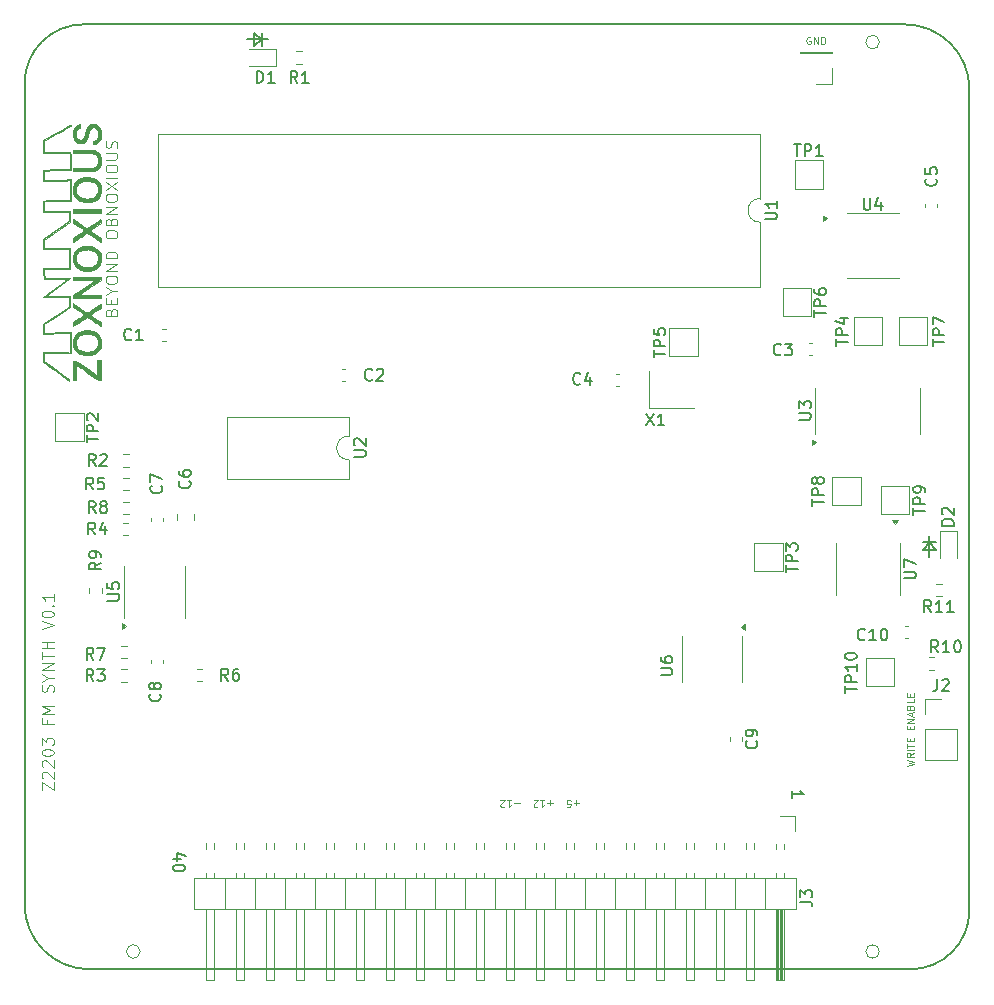
<source format=gbr>
G04 #@! TF.GenerationSoftware,KiCad,Pcbnew,7.0.11*
G04 #@! TF.CreationDate,2025-11-18T22:53:00-08:00*
G04 #@! TF.ProjectId,z2203,7a323230-332e-46b6-9963-61645f706362,rev?*
G04 #@! TF.SameCoordinates,PX3d83120PY6590fa0*
G04 #@! TF.FileFunction,Legend,Top*
G04 #@! TF.FilePolarity,Positive*
%FSLAX46Y46*%
G04 Gerber Fmt 4.6, Leading zero omitted, Abs format (unit mm)*
G04 Created by KiCad (PCBNEW 7.0.11) date 2025-11-18 22:53:00*
%MOMM*%
%LPD*%
G01*
G04 APERTURE LIST*
%ADD10C,0.150000*%
%ADD11C,0.090000*%
%ADD12C,0.010000*%
%ADD13C,0.120000*%
G04 #@! TA.AperFunction,Profile*
%ADD14C,0.150000*%
G04 #@! TD*
G04 #@! TA.AperFunction,Profile*
%ADD15C,0.050000*%
G04 #@! TD*
G04 APERTURE END LIST*
D10*
X20300000Y80835000D02*
X20300000Y79735000D01*
X21000000Y80835000D02*
X21000000Y79735000D01*
X20300000Y79735000D02*
X21000000Y80335000D01*
X21000000Y79735000D02*
X21000000Y80235000D01*
X21000000Y80235000D02*
X20300000Y80835000D01*
X21500000Y80335000D02*
X19700000Y80335000D01*
X77000000Y37800000D02*
X78100000Y37800000D01*
X77000000Y37100000D02*
X78100000Y37100000D01*
X77500000Y38300000D02*
X77500000Y36500000D01*
X78100000Y37100000D02*
X77500000Y37800000D01*
X78100000Y37800000D02*
X77600000Y37800000D01*
X77600000Y37800000D02*
X77000000Y37100000D01*
D11*
X47849286Y15694320D02*
X47392144Y15694320D01*
X47620715Y15922892D02*
X47620715Y15465749D01*
X46820715Y15322892D02*
X47106429Y15322892D01*
X47106429Y15322892D02*
X47135001Y15608606D01*
X47135001Y15608606D02*
X47106429Y15580035D01*
X47106429Y15580035D02*
X47049287Y15551463D01*
X47049287Y15551463D02*
X46906429Y15551463D01*
X46906429Y15551463D02*
X46849287Y15580035D01*
X46849287Y15580035D02*
X46820715Y15608606D01*
X46820715Y15608606D02*
X46792144Y15665749D01*
X46792144Y15665749D02*
X46792144Y15808606D01*
X46792144Y15808606D02*
X46820715Y15865749D01*
X46820715Y15865749D02*
X46849287Y15894320D01*
X46849287Y15894320D02*
X46906429Y15922892D01*
X46906429Y15922892D02*
X47049287Y15922892D01*
X47049287Y15922892D02*
X47106429Y15894320D01*
X47106429Y15894320D02*
X47135001Y15865749D01*
X45620714Y15694320D02*
X45163572Y15694320D01*
X45392143Y15922892D02*
X45392143Y15465749D01*
X44563572Y15922892D02*
X44906429Y15922892D01*
X44735000Y15922892D02*
X44735000Y15322892D01*
X44735000Y15322892D02*
X44792143Y15408606D01*
X44792143Y15408606D02*
X44849286Y15465749D01*
X44849286Y15465749D02*
X44906429Y15494320D01*
X44335000Y15380035D02*
X44306428Y15351463D01*
X44306428Y15351463D02*
X44249286Y15322892D01*
X44249286Y15322892D02*
X44106428Y15322892D01*
X44106428Y15322892D02*
X44049286Y15351463D01*
X44049286Y15351463D02*
X44020714Y15380035D01*
X44020714Y15380035D02*
X43992143Y15437178D01*
X43992143Y15437178D02*
X43992143Y15494320D01*
X43992143Y15494320D02*
X44020714Y15580035D01*
X44020714Y15580035D02*
X44363571Y15922892D01*
X44363571Y15922892D02*
X43992143Y15922892D01*
X42820713Y15694320D02*
X42363571Y15694320D01*
X41763571Y15922892D02*
X42106428Y15922892D01*
X41934999Y15922892D02*
X41934999Y15322892D01*
X41934999Y15322892D02*
X41992142Y15408606D01*
X41992142Y15408606D02*
X42049285Y15465749D01*
X42049285Y15465749D02*
X42106428Y15494320D01*
X41534999Y15380035D02*
X41506427Y15351463D01*
X41506427Y15351463D02*
X41449285Y15322892D01*
X41449285Y15322892D02*
X41306427Y15322892D01*
X41306427Y15322892D02*
X41249285Y15351463D01*
X41249285Y15351463D02*
X41220713Y15380035D01*
X41220713Y15380035D02*
X41192142Y15437178D01*
X41192142Y15437178D02*
X41192142Y15494320D01*
X41192142Y15494320D02*
X41220713Y15580035D01*
X41220713Y15580035D02*
X41563570Y15922892D01*
X41563570Y15922892D02*
X41192142Y15922892D01*
D10*
X14146847Y10935715D02*
X13480180Y10935715D01*
X14527800Y11173810D02*
X13813514Y11411905D01*
X13813514Y11411905D02*
X13813514Y10792858D01*
X14480180Y10221429D02*
X14480180Y10126191D01*
X14480180Y10126191D02*
X14432561Y10030953D01*
X14432561Y10030953D02*
X14384942Y9983334D01*
X14384942Y9983334D02*
X14289704Y9935715D01*
X14289704Y9935715D02*
X14099228Y9888096D01*
X14099228Y9888096D02*
X13861133Y9888096D01*
X13861133Y9888096D02*
X13670657Y9935715D01*
X13670657Y9935715D02*
X13575419Y9983334D01*
X13575419Y9983334D02*
X13527800Y10030953D01*
X13527800Y10030953D02*
X13480180Y10126191D01*
X13480180Y10126191D02*
X13480180Y10221429D01*
X13480180Y10221429D02*
X13527800Y10316667D01*
X13527800Y10316667D02*
X13575419Y10364286D01*
X13575419Y10364286D02*
X13670657Y10411905D01*
X13670657Y10411905D02*
X13861133Y10459524D01*
X13861133Y10459524D02*
X14099228Y10459524D01*
X14099228Y10459524D02*
X14289704Y10411905D01*
X14289704Y10411905D02*
X14384942Y10364286D01*
X14384942Y10364286D02*
X14432561Y10316667D01*
X14432561Y10316667D02*
X14480180Y10221429D01*
D11*
X8234129Y57252382D02*
X8281748Y57395239D01*
X8281748Y57395239D02*
X8329367Y57442858D01*
X8329367Y57442858D02*
X8424605Y57490477D01*
X8424605Y57490477D02*
X8567462Y57490477D01*
X8567462Y57490477D02*
X8662700Y57442858D01*
X8662700Y57442858D02*
X8710320Y57395239D01*
X8710320Y57395239D02*
X8757939Y57300001D01*
X8757939Y57300001D02*
X8757939Y56919049D01*
X8757939Y56919049D02*
X7757939Y56919049D01*
X7757939Y56919049D02*
X7757939Y57252382D01*
X7757939Y57252382D02*
X7805558Y57347620D01*
X7805558Y57347620D02*
X7853177Y57395239D01*
X7853177Y57395239D02*
X7948415Y57442858D01*
X7948415Y57442858D02*
X8043653Y57442858D01*
X8043653Y57442858D02*
X8138891Y57395239D01*
X8138891Y57395239D02*
X8186510Y57347620D01*
X8186510Y57347620D02*
X8234129Y57252382D01*
X8234129Y57252382D02*
X8234129Y56919049D01*
X8234129Y57919049D02*
X8234129Y58252382D01*
X8757939Y58395239D02*
X8757939Y57919049D01*
X8757939Y57919049D02*
X7757939Y57919049D01*
X7757939Y57919049D02*
X7757939Y58395239D01*
X8281748Y59014287D02*
X8757939Y59014287D01*
X7757939Y58680954D02*
X8281748Y59014287D01*
X8281748Y59014287D02*
X7757939Y59347620D01*
X7757939Y59871430D02*
X7757939Y60061906D01*
X7757939Y60061906D02*
X7805558Y60157144D01*
X7805558Y60157144D02*
X7900796Y60252382D01*
X7900796Y60252382D02*
X8091272Y60300001D01*
X8091272Y60300001D02*
X8424605Y60300001D01*
X8424605Y60300001D02*
X8615081Y60252382D01*
X8615081Y60252382D02*
X8710320Y60157144D01*
X8710320Y60157144D02*
X8757939Y60061906D01*
X8757939Y60061906D02*
X8757939Y59871430D01*
X8757939Y59871430D02*
X8710320Y59776192D01*
X8710320Y59776192D02*
X8615081Y59680954D01*
X8615081Y59680954D02*
X8424605Y59633335D01*
X8424605Y59633335D02*
X8091272Y59633335D01*
X8091272Y59633335D02*
X7900796Y59680954D01*
X7900796Y59680954D02*
X7805558Y59776192D01*
X7805558Y59776192D02*
X7757939Y59871430D01*
X8757939Y60728573D02*
X7757939Y60728573D01*
X7757939Y60728573D02*
X8757939Y61300001D01*
X8757939Y61300001D02*
X7757939Y61300001D01*
X8757939Y61776192D02*
X7757939Y61776192D01*
X7757939Y61776192D02*
X7757939Y62014287D01*
X7757939Y62014287D02*
X7805558Y62157144D01*
X7805558Y62157144D02*
X7900796Y62252382D01*
X7900796Y62252382D02*
X7996034Y62300001D01*
X7996034Y62300001D02*
X8186510Y62347620D01*
X8186510Y62347620D02*
X8329367Y62347620D01*
X8329367Y62347620D02*
X8519843Y62300001D01*
X8519843Y62300001D02*
X8615081Y62252382D01*
X8615081Y62252382D02*
X8710320Y62157144D01*
X8710320Y62157144D02*
X8757939Y62014287D01*
X8757939Y62014287D02*
X8757939Y61776192D01*
X7757939Y63728573D02*
X7757939Y63919049D01*
X7757939Y63919049D02*
X7805558Y64014287D01*
X7805558Y64014287D02*
X7900796Y64109525D01*
X7900796Y64109525D02*
X8091272Y64157144D01*
X8091272Y64157144D02*
X8424605Y64157144D01*
X8424605Y64157144D02*
X8615081Y64109525D01*
X8615081Y64109525D02*
X8710320Y64014287D01*
X8710320Y64014287D02*
X8757939Y63919049D01*
X8757939Y63919049D02*
X8757939Y63728573D01*
X8757939Y63728573D02*
X8710320Y63633335D01*
X8710320Y63633335D02*
X8615081Y63538097D01*
X8615081Y63538097D02*
X8424605Y63490478D01*
X8424605Y63490478D02*
X8091272Y63490478D01*
X8091272Y63490478D02*
X7900796Y63538097D01*
X7900796Y63538097D02*
X7805558Y63633335D01*
X7805558Y63633335D02*
X7757939Y63728573D01*
X8234129Y64919049D02*
X8281748Y65061906D01*
X8281748Y65061906D02*
X8329367Y65109525D01*
X8329367Y65109525D02*
X8424605Y65157144D01*
X8424605Y65157144D02*
X8567462Y65157144D01*
X8567462Y65157144D02*
X8662700Y65109525D01*
X8662700Y65109525D02*
X8710320Y65061906D01*
X8710320Y65061906D02*
X8757939Y64966668D01*
X8757939Y64966668D02*
X8757939Y64585716D01*
X8757939Y64585716D02*
X7757939Y64585716D01*
X7757939Y64585716D02*
X7757939Y64919049D01*
X7757939Y64919049D02*
X7805558Y65014287D01*
X7805558Y65014287D02*
X7853177Y65061906D01*
X7853177Y65061906D02*
X7948415Y65109525D01*
X7948415Y65109525D02*
X8043653Y65109525D01*
X8043653Y65109525D02*
X8138891Y65061906D01*
X8138891Y65061906D02*
X8186510Y65014287D01*
X8186510Y65014287D02*
X8234129Y64919049D01*
X8234129Y64919049D02*
X8234129Y64585716D01*
X8757939Y65585716D02*
X7757939Y65585716D01*
X7757939Y65585716D02*
X8757939Y66157144D01*
X8757939Y66157144D02*
X7757939Y66157144D01*
X7757939Y66823811D02*
X7757939Y67014287D01*
X7757939Y67014287D02*
X7805558Y67109525D01*
X7805558Y67109525D02*
X7900796Y67204763D01*
X7900796Y67204763D02*
X8091272Y67252382D01*
X8091272Y67252382D02*
X8424605Y67252382D01*
X8424605Y67252382D02*
X8615081Y67204763D01*
X8615081Y67204763D02*
X8710320Y67109525D01*
X8710320Y67109525D02*
X8757939Y67014287D01*
X8757939Y67014287D02*
X8757939Y66823811D01*
X8757939Y66823811D02*
X8710320Y66728573D01*
X8710320Y66728573D02*
X8615081Y66633335D01*
X8615081Y66633335D02*
X8424605Y66585716D01*
X8424605Y66585716D02*
X8091272Y66585716D01*
X8091272Y66585716D02*
X7900796Y66633335D01*
X7900796Y66633335D02*
X7805558Y66728573D01*
X7805558Y66728573D02*
X7757939Y66823811D01*
X7757939Y67585716D02*
X8757939Y68252382D01*
X7757939Y68252382D02*
X8757939Y67585716D01*
X8757939Y68633335D02*
X7757939Y68633335D01*
X7757939Y69300001D02*
X7757939Y69490477D01*
X7757939Y69490477D02*
X7805558Y69585715D01*
X7805558Y69585715D02*
X7900796Y69680953D01*
X7900796Y69680953D02*
X8091272Y69728572D01*
X8091272Y69728572D02*
X8424605Y69728572D01*
X8424605Y69728572D02*
X8615081Y69680953D01*
X8615081Y69680953D02*
X8710320Y69585715D01*
X8710320Y69585715D02*
X8757939Y69490477D01*
X8757939Y69490477D02*
X8757939Y69300001D01*
X8757939Y69300001D02*
X8710320Y69204763D01*
X8710320Y69204763D02*
X8615081Y69109525D01*
X8615081Y69109525D02*
X8424605Y69061906D01*
X8424605Y69061906D02*
X8091272Y69061906D01*
X8091272Y69061906D02*
X7900796Y69109525D01*
X7900796Y69109525D02*
X7805558Y69204763D01*
X7805558Y69204763D02*
X7757939Y69300001D01*
X7757939Y70157144D02*
X8567462Y70157144D01*
X8567462Y70157144D02*
X8662700Y70204763D01*
X8662700Y70204763D02*
X8710320Y70252382D01*
X8710320Y70252382D02*
X8757939Y70347620D01*
X8757939Y70347620D02*
X8757939Y70538096D01*
X8757939Y70538096D02*
X8710320Y70633334D01*
X8710320Y70633334D02*
X8662700Y70680953D01*
X8662700Y70680953D02*
X8567462Y70728572D01*
X8567462Y70728572D02*
X7757939Y70728572D01*
X8710320Y71157144D02*
X8757939Y71300001D01*
X8757939Y71300001D02*
X8757939Y71538096D01*
X8757939Y71538096D02*
X8710320Y71633334D01*
X8710320Y71633334D02*
X8662700Y71680953D01*
X8662700Y71680953D02*
X8567462Y71728572D01*
X8567462Y71728572D02*
X8472224Y71728572D01*
X8472224Y71728572D02*
X8376986Y71680953D01*
X8376986Y71680953D02*
X8329367Y71633334D01*
X8329367Y71633334D02*
X8281748Y71538096D01*
X8281748Y71538096D02*
X8234129Y71347620D01*
X8234129Y71347620D02*
X8186510Y71252382D01*
X8186510Y71252382D02*
X8138891Y71204763D01*
X8138891Y71204763D02*
X8043653Y71157144D01*
X8043653Y71157144D02*
X7948415Y71157144D01*
X7948415Y71157144D02*
X7853177Y71204763D01*
X7853177Y71204763D02*
X7805558Y71252382D01*
X7805558Y71252382D02*
X7757939Y71347620D01*
X7757939Y71347620D02*
X7757939Y71585715D01*
X7757939Y71585715D02*
X7805558Y71728572D01*
X75572891Y18814287D02*
X76172891Y18957144D01*
X76172891Y18957144D02*
X75744320Y19071430D01*
X75744320Y19071430D02*
X76172891Y19185715D01*
X76172891Y19185715D02*
X75572891Y19328572D01*
X76172891Y19900001D02*
X75887177Y19700001D01*
X76172891Y19557144D02*
X75572891Y19557144D01*
X75572891Y19557144D02*
X75572891Y19785715D01*
X75572891Y19785715D02*
X75601462Y19842858D01*
X75601462Y19842858D02*
X75630034Y19871429D01*
X75630034Y19871429D02*
X75687177Y19900001D01*
X75687177Y19900001D02*
X75772891Y19900001D01*
X75772891Y19900001D02*
X75830034Y19871429D01*
X75830034Y19871429D02*
X75858605Y19842858D01*
X75858605Y19842858D02*
X75887177Y19785715D01*
X75887177Y19785715D02*
X75887177Y19557144D01*
X76172891Y20157144D02*
X75572891Y20157144D01*
X75572891Y20357143D02*
X75572891Y20700000D01*
X76172891Y20528572D02*
X75572891Y20528572D01*
X75858605Y20900001D02*
X75858605Y21100001D01*
X76172891Y21185715D02*
X76172891Y20900001D01*
X76172891Y20900001D02*
X75572891Y20900001D01*
X75572891Y20900001D02*
X75572891Y21185715D01*
X75858605Y21900001D02*
X75858605Y22100001D01*
X76172891Y22185715D02*
X76172891Y21900001D01*
X76172891Y21900001D02*
X75572891Y21900001D01*
X75572891Y21900001D02*
X75572891Y22185715D01*
X76172891Y22442858D02*
X75572891Y22442858D01*
X75572891Y22442858D02*
X76172891Y22785715D01*
X76172891Y22785715D02*
X75572891Y22785715D01*
X76001462Y23042857D02*
X76001462Y23328571D01*
X76172891Y22985714D02*
X75572891Y23185714D01*
X75572891Y23185714D02*
X76172891Y23385714D01*
X75858605Y23785715D02*
X75887177Y23871429D01*
X75887177Y23871429D02*
X75915748Y23900000D01*
X75915748Y23900000D02*
X75972891Y23928572D01*
X75972891Y23928572D02*
X76058605Y23928572D01*
X76058605Y23928572D02*
X76115748Y23900000D01*
X76115748Y23900000D02*
X76144320Y23871429D01*
X76144320Y23871429D02*
X76172891Y23814286D01*
X76172891Y23814286D02*
X76172891Y23585715D01*
X76172891Y23585715D02*
X75572891Y23585715D01*
X75572891Y23585715D02*
X75572891Y23785715D01*
X75572891Y23785715D02*
X75601462Y23842857D01*
X75601462Y23842857D02*
X75630034Y23871429D01*
X75630034Y23871429D02*
X75687177Y23900000D01*
X75687177Y23900000D02*
X75744320Y23900000D01*
X75744320Y23900000D02*
X75801462Y23871429D01*
X75801462Y23871429D02*
X75830034Y23842857D01*
X75830034Y23842857D02*
X75858605Y23785715D01*
X75858605Y23785715D02*
X75858605Y23585715D01*
X76172891Y24471429D02*
X76172891Y24185715D01*
X76172891Y24185715D02*
X75572891Y24185715D01*
X75858605Y24671429D02*
X75858605Y24871429D01*
X76172891Y24957143D02*
X76172891Y24671429D01*
X76172891Y24671429D02*
X75572891Y24671429D01*
X75572891Y24671429D02*
X75572891Y24957143D01*
D10*
X65865181Y16134287D02*
X65865181Y16705715D01*
X65865181Y16420001D02*
X66865181Y16420001D01*
X66865181Y16420001D02*
X66722324Y16515239D01*
X66722324Y16515239D02*
X66627086Y16610477D01*
X66627086Y16610477D02*
X66579467Y16705715D01*
D11*
X2357939Y16766667D02*
X2357939Y17433333D01*
X2357939Y17433333D02*
X3357939Y16766667D01*
X3357939Y16766667D02*
X3357939Y17433333D01*
X2453177Y17766667D02*
X2405558Y17814286D01*
X2405558Y17814286D02*
X2357939Y17909524D01*
X2357939Y17909524D02*
X2357939Y18147619D01*
X2357939Y18147619D02*
X2405558Y18242857D01*
X2405558Y18242857D02*
X2453177Y18290476D01*
X2453177Y18290476D02*
X2548415Y18338095D01*
X2548415Y18338095D02*
X2643653Y18338095D01*
X2643653Y18338095D02*
X2786510Y18290476D01*
X2786510Y18290476D02*
X3357939Y17719048D01*
X3357939Y17719048D02*
X3357939Y18338095D01*
X2453177Y18719048D02*
X2405558Y18766667D01*
X2405558Y18766667D02*
X2357939Y18861905D01*
X2357939Y18861905D02*
X2357939Y19100000D01*
X2357939Y19100000D02*
X2405558Y19195238D01*
X2405558Y19195238D02*
X2453177Y19242857D01*
X2453177Y19242857D02*
X2548415Y19290476D01*
X2548415Y19290476D02*
X2643653Y19290476D01*
X2643653Y19290476D02*
X2786510Y19242857D01*
X2786510Y19242857D02*
X3357939Y18671429D01*
X3357939Y18671429D02*
X3357939Y19290476D01*
X2357939Y19909524D02*
X2357939Y20004762D01*
X2357939Y20004762D02*
X2405558Y20100000D01*
X2405558Y20100000D02*
X2453177Y20147619D01*
X2453177Y20147619D02*
X2548415Y20195238D01*
X2548415Y20195238D02*
X2738891Y20242857D01*
X2738891Y20242857D02*
X2976986Y20242857D01*
X2976986Y20242857D02*
X3167462Y20195238D01*
X3167462Y20195238D02*
X3262700Y20147619D01*
X3262700Y20147619D02*
X3310320Y20100000D01*
X3310320Y20100000D02*
X3357939Y20004762D01*
X3357939Y20004762D02*
X3357939Y19909524D01*
X3357939Y19909524D02*
X3310320Y19814286D01*
X3310320Y19814286D02*
X3262700Y19766667D01*
X3262700Y19766667D02*
X3167462Y19719048D01*
X3167462Y19719048D02*
X2976986Y19671429D01*
X2976986Y19671429D02*
X2738891Y19671429D01*
X2738891Y19671429D02*
X2548415Y19719048D01*
X2548415Y19719048D02*
X2453177Y19766667D01*
X2453177Y19766667D02*
X2405558Y19814286D01*
X2405558Y19814286D02*
X2357939Y19909524D01*
X2357939Y20576191D02*
X2357939Y21195238D01*
X2357939Y21195238D02*
X2738891Y20861905D01*
X2738891Y20861905D02*
X2738891Y21004762D01*
X2738891Y21004762D02*
X2786510Y21100000D01*
X2786510Y21100000D02*
X2834129Y21147619D01*
X2834129Y21147619D02*
X2929367Y21195238D01*
X2929367Y21195238D02*
X3167462Y21195238D01*
X3167462Y21195238D02*
X3262700Y21147619D01*
X3262700Y21147619D02*
X3310320Y21100000D01*
X3310320Y21100000D02*
X3357939Y21004762D01*
X3357939Y21004762D02*
X3357939Y20719048D01*
X3357939Y20719048D02*
X3310320Y20623810D01*
X3310320Y20623810D02*
X3262700Y20576191D01*
X2834129Y22719048D02*
X2834129Y22385715D01*
X3357939Y22385715D02*
X2357939Y22385715D01*
X2357939Y22385715D02*
X2357939Y22861905D01*
X3357939Y23242858D02*
X2357939Y23242858D01*
X2357939Y23242858D02*
X3072224Y23576191D01*
X3072224Y23576191D02*
X2357939Y23909524D01*
X2357939Y23909524D02*
X3357939Y23909524D01*
X3310320Y25100001D02*
X3357939Y25242858D01*
X3357939Y25242858D02*
X3357939Y25480953D01*
X3357939Y25480953D02*
X3310320Y25576191D01*
X3310320Y25576191D02*
X3262700Y25623810D01*
X3262700Y25623810D02*
X3167462Y25671429D01*
X3167462Y25671429D02*
X3072224Y25671429D01*
X3072224Y25671429D02*
X2976986Y25623810D01*
X2976986Y25623810D02*
X2929367Y25576191D01*
X2929367Y25576191D02*
X2881748Y25480953D01*
X2881748Y25480953D02*
X2834129Y25290477D01*
X2834129Y25290477D02*
X2786510Y25195239D01*
X2786510Y25195239D02*
X2738891Y25147620D01*
X2738891Y25147620D02*
X2643653Y25100001D01*
X2643653Y25100001D02*
X2548415Y25100001D01*
X2548415Y25100001D02*
X2453177Y25147620D01*
X2453177Y25147620D02*
X2405558Y25195239D01*
X2405558Y25195239D02*
X2357939Y25290477D01*
X2357939Y25290477D02*
X2357939Y25528572D01*
X2357939Y25528572D02*
X2405558Y25671429D01*
X2881748Y26290477D02*
X3357939Y26290477D01*
X2357939Y25957144D02*
X2881748Y26290477D01*
X2881748Y26290477D02*
X2357939Y26623810D01*
X3357939Y26957144D02*
X2357939Y26957144D01*
X2357939Y26957144D02*
X3357939Y27528572D01*
X3357939Y27528572D02*
X2357939Y27528572D01*
X2357939Y27861906D02*
X2357939Y28433334D01*
X3357939Y28147620D02*
X2357939Y28147620D01*
X3357939Y28766668D02*
X2357939Y28766668D01*
X2834129Y28766668D02*
X2834129Y29338096D01*
X3357939Y29338096D02*
X2357939Y29338096D01*
X2357939Y30433335D02*
X3357939Y30766668D01*
X3357939Y30766668D02*
X2357939Y31100001D01*
X2357939Y31623811D02*
X2357939Y31719049D01*
X2357939Y31719049D02*
X2405558Y31814287D01*
X2405558Y31814287D02*
X2453177Y31861906D01*
X2453177Y31861906D02*
X2548415Y31909525D01*
X2548415Y31909525D02*
X2738891Y31957144D01*
X2738891Y31957144D02*
X2976986Y31957144D01*
X2976986Y31957144D02*
X3167462Y31909525D01*
X3167462Y31909525D02*
X3262700Y31861906D01*
X3262700Y31861906D02*
X3310320Y31814287D01*
X3310320Y31814287D02*
X3357939Y31719049D01*
X3357939Y31719049D02*
X3357939Y31623811D01*
X3357939Y31623811D02*
X3310320Y31528573D01*
X3310320Y31528573D02*
X3262700Y31480954D01*
X3262700Y31480954D02*
X3167462Y31433335D01*
X3167462Y31433335D02*
X2976986Y31385716D01*
X2976986Y31385716D02*
X2738891Y31385716D01*
X2738891Y31385716D02*
X2548415Y31433335D01*
X2548415Y31433335D02*
X2453177Y31480954D01*
X2453177Y31480954D02*
X2405558Y31528573D01*
X2405558Y31528573D02*
X2357939Y31623811D01*
X3262700Y32385716D02*
X3310320Y32433335D01*
X3310320Y32433335D02*
X3357939Y32385716D01*
X3357939Y32385716D02*
X3310320Y32338097D01*
X3310320Y32338097D02*
X3262700Y32385716D01*
X3262700Y32385716D02*
X3357939Y32385716D01*
X3357939Y33385715D02*
X3357939Y32814287D01*
X3357939Y33100001D02*
X2357939Y33100001D01*
X2357939Y33100001D02*
X2500796Y33004763D01*
X2500796Y33004763D02*
X2596034Y32909525D01*
X2596034Y32909525D02*
X2643653Y32814287D01*
X67442857Y80498538D02*
X67385715Y80527109D01*
X67385715Y80527109D02*
X67300000Y80527109D01*
X67300000Y80527109D02*
X67214286Y80498538D01*
X67214286Y80498538D02*
X67157143Y80441395D01*
X67157143Y80441395D02*
X67128572Y80384252D01*
X67128572Y80384252D02*
X67100000Y80269966D01*
X67100000Y80269966D02*
X67100000Y80184252D01*
X67100000Y80184252D02*
X67128572Y80069966D01*
X67128572Y80069966D02*
X67157143Y80012823D01*
X67157143Y80012823D02*
X67214286Y79955680D01*
X67214286Y79955680D02*
X67300000Y79927109D01*
X67300000Y79927109D02*
X67357143Y79927109D01*
X67357143Y79927109D02*
X67442857Y79955680D01*
X67442857Y79955680D02*
X67471429Y79984252D01*
X67471429Y79984252D02*
X67471429Y80184252D01*
X67471429Y80184252D02*
X67357143Y80184252D01*
X67728572Y79927109D02*
X67728572Y80527109D01*
X67728572Y80527109D02*
X68071429Y79927109D01*
X68071429Y79927109D02*
X68071429Y80527109D01*
X68357143Y79927109D02*
X68357143Y80527109D01*
X68357143Y80527109D02*
X68500000Y80527109D01*
X68500000Y80527109D02*
X68585714Y80498538D01*
X68585714Y80498538D02*
X68642857Y80441395D01*
X68642857Y80441395D02*
X68671428Y80384252D01*
X68671428Y80384252D02*
X68700000Y80269966D01*
X68700000Y80269966D02*
X68700000Y80184252D01*
X68700000Y80184252D02*
X68671428Y80069966D01*
X68671428Y80069966D02*
X68642857Y80012823D01*
X68642857Y80012823D02*
X68585714Y79955680D01*
X68585714Y79955680D02*
X68500000Y79927109D01*
X68500000Y79927109D02*
X68357143Y79927109D01*
D10*
X24008333Y76630181D02*
X23675000Y77106372D01*
X23436905Y76630181D02*
X23436905Y77630181D01*
X23436905Y77630181D02*
X23817857Y77630181D01*
X23817857Y77630181D02*
X23913095Y77582562D01*
X23913095Y77582562D02*
X23960714Y77534943D01*
X23960714Y77534943D02*
X24008333Y77439705D01*
X24008333Y77439705D02*
X24008333Y77296848D01*
X24008333Y77296848D02*
X23960714Y77201610D01*
X23960714Y77201610D02*
X23913095Y77153991D01*
X23913095Y77153991D02*
X23817857Y77106372D01*
X23817857Y77106372D02*
X23436905Y77106372D01*
X24960714Y76630181D02*
X24389286Y76630181D01*
X24675000Y76630181D02*
X24675000Y77630181D01*
X24675000Y77630181D02*
X24579762Y77487324D01*
X24579762Y77487324D02*
X24484524Y77392086D01*
X24484524Y77392086D02*
X24389286Y77344467D01*
X20549405Y76645181D02*
X20549405Y77645181D01*
X20549405Y77645181D02*
X20787500Y77645181D01*
X20787500Y77645181D02*
X20930357Y77597562D01*
X20930357Y77597562D02*
X21025595Y77502324D01*
X21025595Y77502324D02*
X21073214Y77407086D01*
X21073214Y77407086D02*
X21120833Y77216610D01*
X21120833Y77216610D02*
X21120833Y77073753D01*
X21120833Y77073753D02*
X21073214Y76883277D01*
X21073214Y76883277D02*
X21025595Y76788039D01*
X21025595Y76788039D02*
X20930357Y76692800D01*
X20930357Y76692800D02*
X20787500Y76645181D01*
X20787500Y76645181D02*
X20549405Y76645181D01*
X22073214Y76645181D02*
X21501786Y76645181D01*
X21787500Y76645181D02*
X21787500Y77645181D01*
X21787500Y77645181D02*
X21692262Y77502324D01*
X21692262Y77502324D02*
X21597024Y77407086D01*
X21597024Y77407086D02*
X21501786Y77359467D01*
X66584819Y7311667D02*
X67299104Y7311667D01*
X67299104Y7311667D02*
X67441961Y7264048D01*
X67441961Y7264048D02*
X67537200Y7168810D01*
X67537200Y7168810D02*
X67584819Y7025953D01*
X67584819Y7025953D02*
X67584819Y6930715D01*
X66584819Y7692620D02*
X66584819Y8311667D01*
X66584819Y8311667D02*
X66965771Y7978334D01*
X66965771Y7978334D02*
X66965771Y8121191D01*
X66965771Y8121191D02*
X67013390Y8216429D01*
X67013390Y8216429D02*
X67061009Y8264048D01*
X67061009Y8264048D02*
X67156247Y8311667D01*
X67156247Y8311667D02*
X67394342Y8311667D01*
X67394342Y8311667D02*
X67489580Y8264048D01*
X67489580Y8264048D02*
X67537200Y8216429D01*
X67537200Y8216429D02*
X67584819Y8121191D01*
X67584819Y8121191D02*
X67584819Y7835477D01*
X67584819Y7835477D02*
X67537200Y7740239D01*
X67537200Y7740239D02*
X67489580Y7692620D01*
X62859580Y20933334D02*
X62907200Y20885715D01*
X62907200Y20885715D02*
X62954819Y20742858D01*
X62954819Y20742858D02*
X62954819Y20647620D01*
X62954819Y20647620D02*
X62907200Y20504763D01*
X62907200Y20504763D02*
X62811961Y20409525D01*
X62811961Y20409525D02*
X62716723Y20361906D01*
X62716723Y20361906D02*
X62526247Y20314287D01*
X62526247Y20314287D02*
X62383390Y20314287D01*
X62383390Y20314287D02*
X62192914Y20361906D01*
X62192914Y20361906D02*
X62097676Y20409525D01*
X62097676Y20409525D02*
X62002438Y20504763D01*
X62002438Y20504763D02*
X61954819Y20647620D01*
X61954819Y20647620D02*
X61954819Y20742858D01*
X61954819Y20742858D02*
X62002438Y20885715D01*
X62002438Y20885715D02*
X62050057Y20933334D01*
X62954819Y21409525D02*
X62954819Y21600001D01*
X62954819Y21600001D02*
X62907200Y21695239D01*
X62907200Y21695239D02*
X62859580Y21742858D01*
X62859580Y21742858D02*
X62716723Y21838096D01*
X62716723Y21838096D02*
X62526247Y21885715D01*
X62526247Y21885715D02*
X62145295Y21885715D01*
X62145295Y21885715D02*
X62050057Y21838096D01*
X62050057Y21838096D02*
X62002438Y21790477D01*
X62002438Y21790477D02*
X61954819Y21695239D01*
X61954819Y21695239D02*
X61954819Y21504763D01*
X61954819Y21504763D02*
X62002438Y21409525D01*
X62002438Y21409525D02*
X62050057Y21361906D01*
X62050057Y21361906D02*
X62145295Y21314287D01*
X62145295Y21314287D02*
X62383390Y21314287D01*
X62383390Y21314287D02*
X62478628Y21361906D01*
X62478628Y21361906D02*
X62526247Y21409525D01*
X62526247Y21409525D02*
X62573866Y21504763D01*
X62573866Y21504763D02*
X62573866Y21695239D01*
X62573866Y21695239D02*
X62526247Y21790477D01*
X62526247Y21790477D02*
X62478628Y21838096D01*
X62478628Y21838096D02*
X62383390Y21885715D01*
X54754819Y26538096D02*
X55564342Y26538096D01*
X55564342Y26538096D02*
X55659580Y26585715D01*
X55659580Y26585715D02*
X55707200Y26633334D01*
X55707200Y26633334D02*
X55754819Y26728572D01*
X55754819Y26728572D02*
X55754819Y26919048D01*
X55754819Y26919048D02*
X55707200Y27014286D01*
X55707200Y27014286D02*
X55659580Y27061905D01*
X55659580Y27061905D02*
X55564342Y27109524D01*
X55564342Y27109524D02*
X54754819Y27109524D01*
X54754819Y28014286D02*
X54754819Y27823810D01*
X54754819Y27823810D02*
X54802438Y27728572D01*
X54802438Y27728572D02*
X54850057Y27680953D01*
X54850057Y27680953D02*
X54992914Y27585715D01*
X54992914Y27585715D02*
X55183390Y27538096D01*
X55183390Y27538096D02*
X55564342Y27538096D01*
X55564342Y27538096D02*
X55659580Y27585715D01*
X55659580Y27585715D02*
X55707200Y27633334D01*
X55707200Y27633334D02*
X55754819Y27728572D01*
X55754819Y27728572D02*
X55754819Y27919048D01*
X55754819Y27919048D02*
X55707200Y28014286D01*
X55707200Y28014286D02*
X55659580Y28061905D01*
X55659580Y28061905D02*
X55564342Y28109524D01*
X55564342Y28109524D02*
X55326247Y28109524D01*
X55326247Y28109524D02*
X55231009Y28061905D01*
X55231009Y28061905D02*
X55183390Y28014286D01*
X55183390Y28014286D02*
X55135771Y27919048D01*
X55135771Y27919048D02*
X55135771Y27728572D01*
X55135771Y27728572D02*
X55183390Y27633334D01*
X55183390Y27633334D02*
X55231009Y27585715D01*
X55231009Y27585715D02*
X55326247Y27538096D01*
X54156819Y53438096D02*
X54156819Y54009524D01*
X55156819Y53723810D02*
X54156819Y53723810D01*
X55156819Y54342858D02*
X54156819Y54342858D01*
X54156819Y54342858D02*
X54156819Y54723810D01*
X54156819Y54723810D02*
X54204438Y54819048D01*
X54204438Y54819048D02*
X54252057Y54866667D01*
X54252057Y54866667D02*
X54347295Y54914286D01*
X54347295Y54914286D02*
X54490152Y54914286D01*
X54490152Y54914286D02*
X54585390Y54866667D01*
X54585390Y54866667D02*
X54633009Y54819048D01*
X54633009Y54819048D02*
X54680628Y54723810D01*
X54680628Y54723810D02*
X54680628Y54342858D01*
X54156819Y55819048D02*
X54156819Y55342858D01*
X54156819Y55342858D02*
X54633009Y55295239D01*
X54633009Y55295239D02*
X54585390Y55342858D01*
X54585390Y55342858D02*
X54537771Y55438096D01*
X54537771Y55438096D02*
X54537771Y55676191D01*
X54537771Y55676191D02*
X54585390Y55771429D01*
X54585390Y55771429D02*
X54633009Y55819048D01*
X54633009Y55819048D02*
X54728247Y55866667D01*
X54728247Y55866667D02*
X54966342Y55866667D01*
X54966342Y55866667D02*
X55061580Y55819048D01*
X55061580Y55819048D02*
X55109200Y55771429D01*
X55109200Y55771429D02*
X55156819Y55676191D01*
X55156819Y55676191D02*
X55156819Y55438096D01*
X55156819Y55438096D02*
X55109200Y55342858D01*
X55109200Y55342858D02*
X55061580Y55295239D01*
X67752819Y56838096D02*
X67752819Y57409524D01*
X68752819Y57123810D02*
X67752819Y57123810D01*
X68752819Y57742858D02*
X67752819Y57742858D01*
X67752819Y57742858D02*
X67752819Y58123810D01*
X67752819Y58123810D02*
X67800438Y58219048D01*
X67800438Y58219048D02*
X67848057Y58266667D01*
X67848057Y58266667D02*
X67943295Y58314286D01*
X67943295Y58314286D02*
X68086152Y58314286D01*
X68086152Y58314286D02*
X68181390Y58266667D01*
X68181390Y58266667D02*
X68229009Y58219048D01*
X68229009Y58219048D02*
X68276628Y58123810D01*
X68276628Y58123810D02*
X68276628Y57742858D01*
X67752819Y59171429D02*
X67752819Y58980953D01*
X67752819Y58980953D02*
X67800438Y58885715D01*
X67800438Y58885715D02*
X67848057Y58838096D01*
X67848057Y58838096D02*
X67990914Y58742858D01*
X67990914Y58742858D02*
X68181390Y58695239D01*
X68181390Y58695239D02*
X68562342Y58695239D01*
X68562342Y58695239D02*
X68657580Y58742858D01*
X68657580Y58742858D02*
X68705200Y58790477D01*
X68705200Y58790477D02*
X68752819Y58885715D01*
X68752819Y58885715D02*
X68752819Y59076191D01*
X68752819Y59076191D02*
X68705200Y59171429D01*
X68705200Y59171429D02*
X68657580Y59219048D01*
X68657580Y59219048D02*
X68562342Y59266667D01*
X68562342Y59266667D02*
X68324247Y59266667D01*
X68324247Y59266667D02*
X68229009Y59219048D01*
X68229009Y59219048D02*
X68181390Y59171429D01*
X68181390Y59171429D02*
X68133771Y59076191D01*
X68133771Y59076191D02*
X68133771Y58885715D01*
X68133771Y58885715D02*
X68181390Y58790477D01*
X68181390Y58790477D02*
X68229009Y58742858D01*
X68229009Y58742858D02*
X68324247Y58695239D01*
X6152819Y46238096D02*
X6152819Y46809524D01*
X7152819Y46523810D02*
X6152819Y46523810D01*
X7152819Y47142858D02*
X6152819Y47142858D01*
X6152819Y47142858D02*
X6152819Y47523810D01*
X6152819Y47523810D02*
X6200438Y47619048D01*
X6200438Y47619048D02*
X6248057Y47666667D01*
X6248057Y47666667D02*
X6343295Y47714286D01*
X6343295Y47714286D02*
X6486152Y47714286D01*
X6486152Y47714286D02*
X6581390Y47666667D01*
X6581390Y47666667D02*
X6629009Y47619048D01*
X6629009Y47619048D02*
X6676628Y47523810D01*
X6676628Y47523810D02*
X6676628Y47142858D01*
X6248057Y48095239D02*
X6200438Y48142858D01*
X6200438Y48142858D02*
X6152819Y48238096D01*
X6152819Y48238096D02*
X6152819Y48476191D01*
X6152819Y48476191D02*
X6200438Y48571429D01*
X6200438Y48571429D02*
X6248057Y48619048D01*
X6248057Y48619048D02*
X6343295Y48666667D01*
X6343295Y48666667D02*
X6438533Y48666667D01*
X6438533Y48666667D02*
X6581390Y48619048D01*
X6581390Y48619048D02*
X7152819Y48047620D01*
X7152819Y48047620D02*
X7152819Y48666667D01*
X69577319Y54388096D02*
X69577319Y54959524D01*
X70577319Y54673810D02*
X69577319Y54673810D01*
X70577319Y55292858D02*
X69577319Y55292858D01*
X69577319Y55292858D02*
X69577319Y55673810D01*
X69577319Y55673810D02*
X69624938Y55769048D01*
X69624938Y55769048D02*
X69672557Y55816667D01*
X69672557Y55816667D02*
X69767795Y55864286D01*
X69767795Y55864286D02*
X69910652Y55864286D01*
X69910652Y55864286D02*
X70005890Y55816667D01*
X70005890Y55816667D02*
X70053509Y55769048D01*
X70053509Y55769048D02*
X70101128Y55673810D01*
X70101128Y55673810D02*
X70101128Y55292858D01*
X69910652Y56721429D02*
X70577319Y56721429D01*
X69529700Y56483334D02*
X70243985Y56245239D01*
X70243985Y56245239D02*
X70243985Y56864286D01*
X78166666Y26145181D02*
X78166666Y25430896D01*
X78166666Y25430896D02*
X78119047Y25288039D01*
X78119047Y25288039D02*
X78023809Y25192800D01*
X78023809Y25192800D02*
X77880952Y25145181D01*
X77880952Y25145181D02*
X77785714Y25145181D01*
X78595238Y26049943D02*
X78642857Y26097562D01*
X78642857Y26097562D02*
X78738095Y26145181D01*
X78738095Y26145181D02*
X78976190Y26145181D01*
X78976190Y26145181D02*
X79071428Y26097562D01*
X79071428Y26097562D02*
X79119047Y26049943D01*
X79119047Y26049943D02*
X79166666Y25954705D01*
X79166666Y25954705D02*
X79166666Y25859467D01*
X79166666Y25859467D02*
X79119047Y25716610D01*
X79119047Y25716610D02*
X78547619Y25145181D01*
X78547619Y25145181D02*
X79166666Y25145181D01*
X66038095Y71443181D02*
X66609523Y71443181D01*
X66323809Y70443181D02*
X66323809Y71443181D01*
X66942857Y70443181D02*
X66942857Y71443181D01*
X66942857Y71443181D02*
X67323809Y71443181D01*
X67323809Y71443181D02*
X67419047Y71395562D01*
X67419047Y71395562D02*
X67466666Y71347943D01*
X67466666Y71347943D02*
X67514285Y71252705D01*
X67514285Y71252705D02*
X67514285Y71109848D01*
X67514285Y71109848D02*
X67466666Y71014610D01*
X67466666Y71014610D02*
X67419047Y70966991D01*
X67419047Y70966991D02*
X67323809Y70919372D01*
X67323809Y70919372D02*
X66942857Y70919372D01*
X68466666Y70443181D02*
X67895238Y70443181D01*
X68180952Y70443181D02*
X68180952Y71443181D01*
X68180952Y71443181D02*
X68085714Y71300324D01*
X68085714Y71300324D02*
X67990476Y71205086D01*
X67990476Y71205086D02*
X67895238Y71157467D01*
X6733333Y27820181D02*
X6400000Y28296372D01*
X6161905Y27820181D02*
X6161905Y28820181D01*
X6161905Y28820181D02*
X6542857Y28820181D01*
X6542857Y28820181D02*
X6638095Y28772562D01*
X6638095Y28772562D02*
X6685714Y28724943D01*
X6685714Y28724943D02*
X6733333Y28629705D01*
X6733333Y28629705D02*
X6733333Y28486848D01*
X6733333Y28486848D02*
X6685714Y28391610D01*
X6685714Y28391610D02*
X6638095Y28343991D01*
X6638095Y28343991D02*
X6542857Y28296372D01*
X6542857Y28296372D02*
X6161905Y28296372D01*
X7066667Y28820181D02*
X7733333Y28820181D01*
X7733333Y28820181D02*
X7304762Y27820181D01*
X77657142Y31845181D02*
X77323809Y32321372D01*
X77085714Y31845181D02*
X77085714Y32845181D01*
X77085714Y32845181D02*
X77466666Y32845181D01*
X77466666Y32845181D02*
X77561904Y32797562D01*
X77561904Y32797562D02*
X77609523Y32749943D01*
X77609523Y32749943D02*
X77657142Y32654705D01*
X77657142Y32654705D02*
X77657142Y32511848D01*
X77657142Y32511848D02*
X77609523Y32416610D01*
X77609523Y32416610D02*
X77561904Y32368991D01*
X77561904Y32368991D02*
X77466666Y32321372D01*
X77466666Y32321372D02*
X77085714Y32321372D01*
X78609523Y31845181D02*
X78038095Y31845181D01*
X78323809Y31845181D02*
X78323809Y32845181D01*
X78323809Y32845181D02*
X78228571Y32702324D01*
X78228571Y32702324D02*
X78133333Y32607086D01*
X78133333Y32607086D02*
X78038095Y32559467D01*
X79561904Y31845181D02*
X78990476Y31845181D01*
X79276190Y31845181D02*
X79276190Y32845181D01*
X79276190Y32845181D02*
X79180952Y32702324D01*
X79180952Y32702324D02*
X79085714Y32607086D01*
X79085714Y32607086D02*
X78990476Y32559467D01*
X7904819Y32813096D02*
X8714342Y32813096D01*
X8714342Y32813096D02*
X8809580Y32860715D01*
X8809580Y32860715D02*
X8857200Y32908334D01*
X8857200Y32908334D02*
X8904819Y33003572D01*
X8904819Y33003572D02*
X8904819Y33194048D01*
X8904819Y33194048D02*
X8857200Y33289286D01*
X8857200Y33289286D02*
X8809580Y33336905D01*
X8809580Y33336905D02*
X8714342Y33384524D01*
X8714342Y33384524D02*
X7904819Y33384524D01*
X7904819Y34336905D02*
X7904819Y33860715D01*
X7904819Y33860715D02*
X8381009Y33813096D01*
X8381009Y33813096D02*
X8333390Y33860715D01*
X8333390Y33860715D02*
X8285771Y33955953D01*
X8285771Y33955953D02*
X8285771Y34194048D01*
X8285771Y34194048D02*
X8333390Y34289286D01*
X8333390Y34289286D02*
X8381009Y34336905D01*
X8381009Y34336905D02*
X8476247Y34384524D01*
X8476247Y34384524D02*
X8714342Y34384524D01*
X8714342Y34384524D02*
X8809580Y34336905D01*
X8809580Y34336905D02*
X8857200Y34289286D01*
X8857200Y34289286D02*
X8904819Y34194048D01*
X8904819Y34194048D02*
X8904819Y33955953D01*
X8904819Y33955953D02*
X8857200Y33860715D01*
X8857200Y33860715D02*
X8809580Y33813096D01*
X12459580Y42533334D02*
X12507200Y42485715D01*
X12507200Y42485715D02*
X12554819Y42342858D01*
X12554819Y42342858D02*
X12554819Y42247620D01*
X12554819Y42247620D02*
X12507200Y42104763D01*
X12507200Y42104763D02*
X12411961Y42009525D01*
X12411961Y42009525D02*
X12316723Y41961906D01*
X12316723Y41961906D02*
X12126247Y41914287D01*
X12126247Y41914287D02*
X11983390Y41914287D01*
X11983390Y41914287D02*
X11792914Y41961906D01*
X11792914Y41961906D02*
X11697676Y42009525D01*
X11697676Y42009525D02*
X11602438Y42104763D01*
X11602438Y42104763D02*
X11554819Y42247620D01*
X11554819Y42247620D02*
X11554819Y42342858D01*
X11554819Y42342858D02*
X11602438Y42485715D01*
X11602438Y42485715D02*
X11650057Y42533334D01*
X11554819Y42866668D02*
X11554819Y43533334D01*
X11554819Y43533334D02*
X12554819Y43104763D01*
X71938095Y66895181D02*
X71938095Y66085658D01*
X71938095Y66085658D02*
X71985714Y65990420D01*
X71985714Y65990420D02*
X72033333Y65942800D01*
X72033333Y65942800D02*
X72128571Y65895181D01*
X72128571Y65895181D02*
X72319047Y65895181D01*
X72319047Y65895181D02*
X72414285Y65942800D01*
X72414285Y65942800D02*
X72461904Y65990420D01*
X72461904Y65990420D02*
X72509523Y66085658D01*
X72509523Y66085658D02*
X72509523Y66895181D01*
X73414285Y66561848D02*
X73414285Y65895181D01*
X73176190Y66942800D02*
X72938095Y66228515D01*
X72938095Y66228515D02*
X73557142Y66228515D01*
X6733333Y26020181D02*
X6400000Y26496372D01*
X6161905Y26020181D02*
X6161905Y27020181D01*
X6161905Y27020181D02*
X6542857Y27020181D01*
X6542857Y27020181D02*
X6638095Y26972562D01*
X6638095Y26972562D02*
X6685714Y26924943D01*
X6685714Y26924943D02*
X6733333Y26829705D01*
X6733333Y26829705D02*
X6733333Y26686848D01*
X6733333Y26686848D02*
X6685714Y26591610D01*
X6685714Y26591610D02*
X6638095Y26543991D01*
X6638095Y26543991D02*
X6542857Y26496372D01*
X6542857Y26496372D02*
X6161905Y26496372D01*
X7066667Y27020181D02*
X7685714Y27020181D01*
X7685714Y27020181D02*
X7352381Y26639229D01*
X7352381Y26639229D02*
X7495238Y26639229D01*
X7495238Y26639229D02*
X7590476Y26591610D01*
X7590476Y26591610D02*
X7638095Y26543991D01*
X7638095Y26543991D02*
X7685714Y26448753D01*
X7685714Y26448753D02*
X7685714Y26210658D01*
X7685714Y26210658D02*
X7638095Y26115420D01*
X7638095Y26115420D02*
X7590476Y26067800D01*
X7590476Y26067800D02*
X7495238Y26020181D01*
X7495238Y26020181D02*
X7209524Y26020181D01*
X7209524Y26020181D02*
X7114286Y26067800D01*
X7114286Y26067800D02*
X7066667Y26115420D01*
X76154819Y40088096D02*
X76154819Y40659524D01*
X77154819Y40373810D02*
X76154819Y40373810D01*
X77154819Y40992858D02*
X76154819Y40992858D01*
X76154819Y40992858D02*
X76154819Y41373810D01*
X76154819Y41373810D02*
X76202438Y41469048D01*
X76202438Y41469048D02*
X76250057Y41516667D01*
X76250057Y41516667D02*
X76345295Y41564286D01*
X76345295Y41564286D02*
X76488152Y41564286D01*
X76488152Y41564286D02*
X76583390Y41516667D01*
X76583390Y41516667D02*
X76631009Y41469048D01*
X76631009Y41469048D02*
X76678628Y41373810D01*
X76678628Y41373810D02*
X76678628Y40992858D01*
X77154819Y42040477D02*
X77154819Y42230953D01*
X77154819Y42230953D02*
X77107200Y42326191D01*
X77107200Y42326191D02*
X77059580Y42373810D01*
X77059580Y42373810D02*
X76916723Y42469048D01*
X76916723Y42469048D02*
X76726247Y42516667D01*
X76726247Y42516667D02*
X76345295Y42516667D01*
X76345295Y42516667D02*
X76250057Y42469048D01*
X76250057Y42469048D02*
X76202438Y42421429D01*
X76202438Y42421429D02*
X76154819Y42326191D01*
X76154819Y42326191D02*
X76154819Y42135715D01*
X76154819Y42135715D02*
X76202438Y42040477D01*
X76202438Y42040477D02*
X76250057Y41992858D01*
X76250057Y41992858D02*
X76345295Y41945239D01*
X76345295Y41945239D02*
X76583390Y41945239D01*
X76583390Y41945239D02*
X76678628Y41992858D01*
X76678628Y41992858D02*
X76726247Y42040477D01*
X76726247Y42040477D02*
X76773866Y42135715D01*
X76773866Y42135715D02*
X76773866Y42326191D01*
X76773866Y42326191D02*
X76726247Y42421429D01*
X76726247Y42421429D02*
X76678628Y42469048D01*
X76678628Y42469048D02*
X76583390Y42516667D01*
X18133333Y26045181D02*
X17800000Y26521372D01*
X17561905Y26045181D02*
X17561905Y27045181D01*
X17561905Y27045181D02*
X17942857Y27045181D01*
X17942857Y27045181D02*
X18038095Y26997562D01*
X18038095Y26997562D02*
X18085714Y26949943D01*
X18085714Y26949943D02*
X18133333Y26854705D01*
X18133333Y26854705D02*
X18133333Y26711848D01*
X18133333Y26711848D02*
X18085714Y26616610D01*
X18085714Y26616610D02*
X18038095Y26568991D01*
X18038095Y26568991D02*
X17942857Y26521372D01*
X17942857Y26521372D02*
X17561905Y26521372D01*
X18990476Y27045181D02*
X18800000Y27045181D01*
X18800000Y27045181D02*
X18704762Y26997562D01*
X18704762Y26997562D02*
X18657143Y26949943D01*
X18657143Y26949943D02*
X18561905Y26807086D01*
X18561905Y26807086D02*
X18514286Y26616610D01*
X18514286Y26616610D02*
X18514286Y26235658D01*
X18514286Y26235658D02*
X18561905Y26140420D01*
X18561905Y26140420D02*
X18609524Y26092800D01*
X18609524Y26092800D02*
X18704762Y26045181D01*
X18704762Y26045181D02*
X18895238Y26045181D01*
X18895238Y26045181D02*
X18990476Y26092800D01*
X18990476Y26092800D02*
X19038095Y26140420D01*
X19038095Y26140420D02*
X19085714Y26235658D01*
X19085714Y26235658D02*
X19085714Y26473753D01*
X19085714Y26473753D02*
X19038095Y26568991D01*
X19038095Y26568991D02*
X18990476Y26616610D01*
X18990476Y26616610D02*
X18895238Y26664229D01*
X18895238Y26664229D02*
X18704762Y26664229D01*
X18704762Y26664229D02*
X18609524Y26616610D01*
X18609524Y26616610D02*
X18561905Y26568991D01*
X18561905Y26568991D02*
X18514286Y26473753D01*
X30333333Y51540420D02*
X30285714Y51492800D01*
X30285714Y51492800D02*
X30142857Y51445181D01*
X30142857Y51445181D02*
X30047619Y51445181D01*
X30047619Y51445181D02*
X29904762Y51492800D01*
X29904762Y51492800D02*
X29809524Y51588039D01*
X29809524Y51588039D02*
X29761905Y51683277D01*
X29761905Y51683277D02*
X29714286Y51873753D01*
X29714286Y51873753D02*
X29714286Y52016610D01*
X29714286Y52016610D02*
X29761905Y52207086D01*
X29761905Y52207086D02*
X29809524Y52302324D01*
X29809524Y52302324D02*
X29904762Y52397562D01*
X29904762Y52397562D02*
X30047619Y52445181D01*
X30047619Y52445181D02*
X30142857Y52445181D01*
X30142857Y52445181D02*
X30285714Y52397562D01*
X30285714Y52397562D02*
X30333333Y52349943D01*
X30714286Y52349943D02*
X30761905Y52397562D01*
X30761905Y52397562D02*
X30857143Y52445181D01*
X30857143Y52445181D02*
X31095238Y52445181D01*
X31095238Y52445181D02*
X31190476Y52397562D01*
X31190476Y52397562D02*
X31238095Y52349943D01*
X31238095Y52349943D02*
X31285714Y52254705D01*
X31285714Y52254705D02*
X31285714Y52159467D01*
X31285714Y52159467D02*
X31238095Y52016610D01*
X31238095Y52016610D02*
X30666667Y51445181D01*
X30666667Y51445181D02*
X31285714Y51445181D01*
X65352819Y35238096D02*
X65352819Y35809524D01*
X66352819Y35523810D02*
X65352819Y35523810D01*
X66352819Y36142858D02*
X65352819Y36142858D01*
X65352819Y36142858D02*
X65352819Y36523810D01*
X65352819Y36523810D02*
X65400438Y36619048D01*
X65400438Y36619048D02*
X65448057Y36666667D01*
X65448057Y36666667D02*
X65543295Y36714286D01*
X65543295Y36714286D02*
X65686152Y36714286D01*
X65686152Y36714286D02*
X65781390Y36666667D01*
X65781390Y36666667D02*
X65829009Y36619048D01*
X65829009Y36619048D02*
X65876628Y36523810D01*
X65876628Y36523810D02*
X65876628Y36142858D01*
X65352819Y37047620D02*
X65352819Y37666667D01*
X65352819Y37666667D02*
X65733771Y37333334D01*
X65733771Y37333334D02*
X65733771Y37476191D01*
X65733771Y37476191D02*
X65781390Y37571429D01*
X65781390Y37571429D02*
X65829009Y37619048D01*
X65829009Y37619048D02*
X65924247Y37666667D01*
X65924247Y37666667D02*
X66162342Y37666667D01*
X66162342Y37666667D02*
X66257580Y37619048D01*
X66257580Y37619048D02*
X66305200Y37571429D01*
X66305200Y37571429D02*
X66352819Y37476191D01*
X66352819Y37476191D02*
X66352819Y37190477D01*
X66352819Y37190477D02*
X66305200Y37095239D01*
X66305200Y37095239D02*
X66257580Y37047620D01*
X14859580Y42933334D02*
X14907200Y42885715D01*
X14907200Y42885715D02*
X14954819Y42742858D01*
X14954819Y42742858D02*
X14954819Y42647620D01*
X14954819Y42647620D02*
X14907200Y42504763D01*
X14907200Y42504763D02*
X14811961Y42409525D01*
X14811961Y42409525D02*
X14716723Y42361906D01*
X14716723Y42361906D02*
X14526247Y42314287D01*
X14526247Y42314287D02*
X14383390Y42314287D01*
X14383390Y42314287D02*
X14192914Y42361906D01*
X14192914Y42361906D02*
X14097676Y42409525D01*
X14097676Y42409525D02*
X14002438Y42504763D01*
X14002438Y42504763D02*
X13954819Y42647620D01*
X13954819Y42647620D02*
X13954819Y42742858D01*
X13954819Y42742858D02*
X14002438Y42885715D01*
X14002438Y42885715D02*
X14050057Y42933334D01*
X13954819Y43790477D02*
X13954819Y43600001D01*
X13954819Y43600001D02*
X14002438Y43504763D01*
X14002438Y43504763D02*
X14050057Y43457144D01*
X14050057Y43457144D02*
X14192914Y43361906D01*
X14192914Y43361906D02*
X14383390Y43314287D01*
X14383390Y43314287D02*
X14764342Y43314287D01*
X14764342Y43314287D02*
X14859580Y43361906D01*
X14859580Y43361906D02*
X14907200Y43409525D01*
X14907200Y43409525D02*
X14954819Y43504763D01*
X14954819Y43504763D02*
X14954819Y43695239D01*
X14954819Y43695239D02*
X14907200Y43790477D01*
X14907200Y43790477D02*
X14859580Y43838096D01*
X14859580Y43838096D02*
X14764342Y43885715D01*
X14764342Y43885715D02*
X14526247Y43885715D01*
X14526247Y43885715D02*
X14431009Y43838096D01*
X14431009Y43838096D02*
X14383390Y43790477D01*
X14383390Y43790477D02*
X14335771Y43695239D01*
X14335771Y43695239D02*
X14335771Y43504763D01*
X14335771Y43504763D02*
X14383390Y43409525D01*
X14383390Y43409525D02*
X14431009Y43361906D01*
X14431009Y43361906D02*
X14526247Y43314287D01*
X70354819Y25011906D02*
X70354819Y25583334D01*
X71354819Y25297620D02*
X70354819Y25297620D01*
X71354819Y25916668D02*
X70354819Y25916668D01*
X70354819Y25916668D02*
X70354819Y26297620D01*
X70354819Y26297620D02*
X70402438Y26392858D01*
X70402438Y26392858D02*
X70450057Y26440477D01*
X70450057Y26440477D02*
X70545295Y26488096D01*
X70545295Y26488096D02*
X70688152Y26488096D01*
X70688152Y26488096D02*
X70783390Y26440477D01*
X70783390Y26440477D02*
X70831009Y26392858D01*
X70831009Y26392858D02*
X70878628Y26297620D01*
X70878628Y26297620D02*
X70878628Y25916668D01*
X71354819Y27440477D02*
X71354819Y26869049D01*
X71354819Y27154763D02*
X70354819Y27154763D01*
X70354819Y27154763D02*
X70497676Y27059525D01*
X70497676Y27059525D02*
X70592914Y26964287D01*
X70592914Y26964287D02*
X70640533Y26869049D01*
X70354819Y28059525D02*
X70354819Y28154763D01*
X70354819Y28154763D02*
X70402438Y28250001D01*
X70402438Y28250001D02*
X70450057Y28297620D01*
X70450057Y28297620D02*
X70545295Y28345239D01*
X70545295Y28345239D02*
X70735771Y28392858D01*
X70735771Y28392858D02*
X70973866Y28392858D01*
X70973866Y28392858D02*
X71164342Y28345239D01*
X71164342Y28345239D02*
X71259580Y28297620D01*
X71259580Y28297620D02*
X71307200Y28250001D01*
X71307200Y28250001D02*
X71354819Y28154763D01*
X71354819Y28154763D02*
X71354819Y28059525D01*
X71354819Y28059525D02*
X71307200Y27964287D01*
X71307200Y27964287D02*
X71259580Y27916668D01*
X71259580Y27916668D02*
X71164342Y27869049D01*
X71164342Y27869049D02*
X70973866Y27821430D01*
X70973866Y27821430D02*
X70735771Y27821430D01*
X70735771Y27821430D02*
X70545295Y27869049D01*
X70545295Y27869049D02*
X70450057Y27916668D01*
X70450057Y27916668D02*
X70402438Y27964287D01*
X70402438Y27964287D02*
X70354819Y28059525D01*
X75354819Y34688096D02*
X76164342Y34688096D01*
X76164342Y34688096D02*
X76259580Y34735715D01*
X76259580Y34735715D02*
X76307200Y34783334D01*
X76307200Y34783334D02*
X76354819Y34878572D01*
X76354819Y34878572D02*
X76354819Y35069048D01*
X76354819Y35069048D02*
X76307200Y35164286D01*
X76307200Y35164286D02*
X76259580Y35211905D01*
X76259580Y35211905D02*
X76164342Y35259524D01*
X76164342Y35259524D02*
X75354819Y35259524D01*
X75354819Y35640477D02*
X75354819Y36307143D01*
X75354819Y36307143D02*
X76354819Y35878572D01*
X53490476Y48645181D02*
X54157142Y47645181D01*
X54157142Y48645181D02*
X53490476Y47645181D01*
X55061904Y47645181D02*
X54490476Y47645181D01*
X54776190Y47645181D02*
X54776190Y48645181D01*
X54776190Y48645181D02*
X54680952Y48502324D01*
X54680952Y48502324D02*
X54585714Y48407086D01*
X54585714Y48407086D02*
X54490476Y48359467D01*
X64933333Y53665420D02*
X64885714Y53617800D01*
X64885714Y53617800D02*
X64742857Y53570181D01*
X64742857Y53570181D02*
X64647619Y53570181D01*
X64647619Y53570181D02*
X64504762Y53617800D01*
X64504762Y53617800D02*
X64409524Y53713039D01*
X64409524Y53713039D02*
X64361905Y53808277D01*
X64361905Y53808277D02*
X64314286Y53998753D01*
X64314286Y53998753D02*
X64314286Y54141610D01*
X64314286Y54141610D02*
X64361905Y54332086D01*
X64361905Y54332086D02*
X64409524Y54427324D01*
X64409524Y54427324D02*
X64504762Y54522562D01*
X64504762Y54522562D02*
X64647619Y54570181D01*
X64647619Y54570181D02*
X64742857Y54570181D01*
X64742857Y54570181D02*
X64885714Y54522562D01*
X64885714Y54522562D02*
X64933333Y54474943D01*
X65266667Y54570181D02*
X65885714Y54570181D01*
X65885714Y54570181D02*
X65552381Y54189229D01*
X65552381Y54189229D02*
X65695238Y54189229D01*
X65695238Y54189229D02*
X65790476Y54141610D01*
X65790476Y54141610D02*
X65838095Y54093991D01*
X65838095Y54093991D02*
X65885714Y53998753D01*
X65885714Y53998753D02*
X65885714Y53760658D01*
X65885714Y53760658D02*
X65838095Y53665420D01*
X65838095Y53665420D02*
X65790476Y53617800D01*
X65790476Y53617800D02*
X65695238Y53570181D01*
X65695238Y53570181D02*
X65409524Y53570181D01*
X65409524Y53570181D02*
X65314286Y53617800D01*
X65314286Y53617800D02*
X65266667Y53665420D01*
X79554819Y39161906D02*
X78554819Y39161906D01*
X78554819Y39161906D02*
X78554819Y39400001D01*
X78554819Y39400001D02*
X78602438Y39542858D01*
X78602438Y39542858D02*
X78697676Y39638096D01*
X78697676Y39638096D02*
X78792914Y39685715D01*
X78792914Y39685715D02*
X78983390Y39733334D01*
X78983390Y39733334D02*
X79126247Y39733334D01*
X79126247Y39733334D02*
X79316723Y39685715D01*
X79316723Y39685715D02*
X79411961Y39638096D01*
X79411961Y39638096D02*
X79507200Y39542858D01*
X79507200Y39542858D02*
X79554819Y39400001D01*
X79554819Y39400001D02*
X79554819Y39161906D01*
X78650057Y40114287D02*
X78602438Y40161906D01*
X78602438Y40161906D02*
X78554819Y40257144D01*
X78554819Y40257144D02*
X78554819Y40495239D01*
X78554819Y40495239D02*
X78602438Y40590477D01*
X78602438Y40590477D02*
X78650057Y40638096D01*
X78650057Y40638096D02*
X78745295Y40685715D01*
X78745295Y40685715D02*
X78840533Y40685715D01*
X78840533Y40685715D02*
X78983390Y40638096D01*
X78983390Y40638096D02*
X79554819Y40066668D01*
X79554819Y40066668D02*
X79554819Y40685715D01*
X67554819Y40838096D02*
X67554819Y41409524D01*
X68554819Y41123810D02*
X67554819Y41123810D01*
X68554819Y41742858D02*
X67554819Y41742858D01*
X67554819Y41742858D02*
X67554819Y42123810D01*
X67554819Y42123810D02*
X67602438Y42219048D01*
X67602438Y42219048D02*
X67650057Y42266667D01*
X67650057Y42266667D02*
X67745295Y42314286D01*
X67745295Y42314286D02*
X67888152Y42314286D01*
X67888152Y42314286D02*
X67983390Y42266667D01*
X67983390Y42266667D02*
X68031009Y42219048D01*
X68031009Y42219048D02*
X68078628Y42123810D01*
X68078628Y42123810D02*
X68078628Y41742858D01*
X67983390Y42885715D02*
X67935771Y42790477D01*
X67935771Y42790477D02*
X67888152Y42742858D01*
X67888152Y42742858D02*
X67792914Y42695239D01*
X67792914Y42695239D02*
X67745295Y42695239D01*
X67745295Y42695239D02*
X67650057Y42742858D01*
X67650057Y42742858D02*
X67602438Y42790477D01*
X67602438Y42790477D02*
X67554819Y42885715D01*
X67554819Y42885715D02*
X67554819Y43076191D01*
X67554819Y43076191D02*
X67602438Y43171429D01*
X67602438Y43171429D02*
X67650057Y43219048D01*
X67650057Y43219048D02*
X67745295Y43266667D01*
X67745295Y43266667D02*
X67792914Y43266667D01*
X67792914Y43266667D02*
X67888152Y43219048D01*
X67888152Y43219048D02*
X67935771Y43171429D01*
X67935771Y43171429D02*
X67983390Y43076191D01*
X67983390Y43076191D02*
X67983390Y42885715D01*
X67983390Y42885715D02*
X68031009Y42790477D01*
X68031009Y42790477D02*
X68078628Y42742858D01*
X68078628Y42742858D02*
X68173866Y42695239D01*
X68173866Y42695239D02*
X68364342Y42695239D01*
X68364342Y42695239D02*
X68459580Y42742858D01*
X68459580Y42742858D02*
X68507200Y42790477D01*
X68507200Y42790477D02*
X68554819Y42885715D01*
X68554819Y42885715D02*
X68554819Y43076191D01*
X68554819Y43076191D02*
X68507200Y43171429D01*
X68507200Y43171429D02*
X68459580Y43219048D01*
X68459580Y43219048D02*
X68364342Y43266667D01*
X68364342Y43266667D02*
X68173866Y43266667D01*
X68173866Y43266667D02*
X68078628Y43219048D01*
X68078628Y43219048D02*
X68031009Y43171429D01*
X68031009Y43171429D02*
X67983390Y43076191D01*
X6908333Y40220181D02*
X6575000Y40696372D01*
X6336905Y40220181D02*
X6336905Y41220181D01*
X6336905Y41220181D02*
X6717857Y41220181D01*
X6717857Y41220181D02*
X6813095Y41172562D01*
X6813095Y41172562D02*
X6860714Y41124943D01*
X6860714Y41124943D02*
X6908333Y41029705D01*
X6908333Y41029705D02*
X6908333Y40886848D01*
X6908333Y40886848D02*
X6860714Y40791610D01*
X6860714Y40791610D02*
X6813095Y40743991D01*
X6813095Y40743991D02*
X6717857Y40696372D01*
X6717857Y40696372D02*
X6336905Y40696372D01*
X7479762Y40791610D02*
X7384524Y40839229D01*
X7384524Y40839229D02*
X7336905Y40886848D01*
X7336905Y40886848D02*
X7289286Y40982086D01*
X7289286Y40982086D02*
X7289286Y41029705D01*
X7289286Y41029705D02*
X7336905Y41124943D01*
X7336905Y41124943D02*
X7384524Y41172562D01*
X7384524Y41172562D02*
X7479762Y41220181D01*
X7479762Y41220181D02*
X7670238Y41220181D01*
X7670238Y41220181D02*
X7765476Y41172562D01*
X7765476Y41172562D02*
X7813095Y41124943D01*
X7813095Y41124943D02*
X7860714Y41029705D01*
X7860714Y41029705D02*
X7860714Y40982086D01*
X7860714Y40982086D02*
X7813095Y40886848D01*
X7813095Y40886848D02*
X7765476Y40839229D01*
X7765476Y40839229D02*
X7670238Y40791610D01*
X7670238Y40791610D02*
X7479762Y40791610D01*
X7479762Y40791610D02*
X7384524Y40743991D01*
X7384524Y40743991D02*
X7336905Y40696372D01*
X7336905Y40696372D02*
X7289286Y40601134D01*
X7289286Y40601134D02*
X7289286Y40410658D01*
X7289286Y40410658D02*
X7336905Y40315420D01*
X7336905Y40315420D02*
X7384524Y40267800D01*
X7384524Y40267800D02*
X7479762Y40220181D01*
X7479762Y40220181D02*
X7670238Y40220181D01*
X7670238Y40220181D02*
X7765476Y40267800D01*
X7765476Y40267800D02*
X7813095Y40315420D01*
X7813095Y40315420D02*
X7860714Y40410658D01*
X7860714Y40410658D02*
X7860714Y40601134D01*
X7860714Y40601134D02*
X7813095Y40696372D01*
X7813095Y40696372D02*
X7765476Y40743991D01*
X7765476Y40743991D02*
X7670238Y40791610D01*
X7364819Y36033334D02*
X6888628Y35700001D01*
X7364819Y35461906D02*
X6364819Y35461906D01*
X6364819Y35461906D02*
X6364819Y35842858D01*
X6364819Y35842858D02*
X6412438Y35938096D01*
X6412438Y35938096D02*
X6460057Y35985715D01*
X6460057Y35985715D02*
X6555295Y36033334D01*
X6555295Y36033334D02*
X6698152Y36033334D01*
X6698152Y36033334D02*
X6793390Y35985715D01*
X6793390Y35985715D02*
X6841009Y35938096D01*
X6841009Y35938096D02*
X6888628Y35842858D01*
X6888628Y35842858D02*
X6888628Y35461906D01*
X7364819Y36509525D02*
X7364819Y36700001D01*
X7364819Y36700001D02*
X7317200Y36795239D01*
X7317200Y36795239D02*
X7269580Y36842858D01*
X7269580Y36842858D02*
X7126723Y36938096D01*
X7126723Y36938096D02*
X6936247Y36985715D01*
X6936247Y36985715D02*
X6555295Y36985715D01*
X6555295Y36985715D02*
X6460057Y36938096D01*
X6460057Y36938096D02*
X6412438Y36890477D01*
X6412438Y36890477D02*
X6364819Y36795239D01*
X6364819Y36795239D02*
X6364819Y36604763D01*
X6364819Y36604763D02*
X6412438Y36509525D01*
X6412438Y36509525D02*
X6460057Y36461906D01*
X6460057Y36461906D02*
X6555295Y36414287D01*
X6555295Y36414287D02*
X6793390Y36414287D01*
X6793390Y36414287D02*
X6888628Y36461906D01*
X6888628Y36461906D02*
X6936247Y36509525D01*
X6936247Y36509525D02*
X6983866Y36604763D01*
X6983866Y36604763D02*
X6983866Y36795239D01*
X6983866Y36795239D02*
X6936247Y36890477D01*
X6936247Y36890477D02*
X6888628Y36938096D01*
X6888628Y36938096D02*
X6793390Y36985715D01*
X12359580Y24908334D02*
X12407200Y24860715D01*
X12407200Y24860715D02*
X12454819Y24717858D01*
X12454819Y24717858D02*
X12454819Y24622620D01*
X12454819Y24622620D02*
X12407200Y24479763D01*
X12407200Y24479763D02*
X12311961Y24384525D01*
X12311961Y24384525D02*
X12216723Y24336906D01*
X12216723Y24336906D02*
X12026247Y24289287D01*
X12026247Y24289287D02*
X11883390Y24289287D01*
X11883390Y24289287D02*
X11692914Y24336906D01*
X11692914Y24336906D02*
X11597676Y24384525D01*
X11597676Y24384525D02*
X11502438Y24479763D01*
X11502438Y24479763D02*
X11454819Y24622620D01*
X11454819Y24622620D02*
X11454819Y24717858D01*
X11454819Y24717858D02*
X11502438Y24860715D01*
X11502438Y24860715D02*
X11550057Y24908334D01*
X11883390Y25479763D02*
X11835771Y25384525D01*
X11835771Y25384525D02*
X11788152Y25336906D01*
X11788152Y25336906D02*
X11692914Y25289287D01*
X11692914Y25289287D02*
X11645295Y25289287D01*
X11645295Y25289287D02*
X11550057Y25336906D01*
X11550057Y25336906D02*
X11502438Y25384525D01*
X11502438Y25384525D02*
X11454819Y25479763D01*
X11454819Y25479763D02*
X11454819Y25670239D01*
X11454819Y25670239D02*
X11502438Y25765477D01*
X11502438Y25765477D02*
X11550057Y25813096D01*
X11550057Y25813096D02*
X11645295Y25860715D01*
X11645295Y25860715D02*
X11692914Y25860715D01*
X11692914Y25860715D02*
X11788152Y25813096D01*
X11788152Y25813096D02*
X11835771Y25765477D01*
X11835771Y25765477D02*
X11883390Y25670239D01*
X11883390Y25670239D02*
X11883390Y25479763D01*
X11883390Y25479763D02*
X11931009Y25384525D01*
X11931009Y25384525D02*
X11978628Y25336906D01*
X11978628Y25336906D02*
X12073866Y25289287D01*
X12073866Y25289287D02*
X12264342Y25289287D01*
X12264342Y25289287D02*
X12359580Y25336906D01*
X12359580Y25336906D02*
X12407200Y25384525D01*
X12407200Y25384525D02*
X12454819Y25479763D01*
X12454819Y25479763D02*
X12454819Y25670239D01*
X12454819Y25670239D02*
X12407200Y25765477D01*
X12407200Y25765477D02*
X12359580Y25813096D01*
X12359580Y25813096D02*
X12264342Y25860715D01*
X12264342Y25860715D02*
X12073866Y25860715D01*
X12073866Y25860715D02*
X11978628Y25813096D01*
X11978628Y25813096D02*
X11931009Y25765477D01*
X11931009Y25765477D02*
X11883390Y25670239D01*
X28784819Y44978096D02*
X29594342Y44978096D01*
X29594342Y44978096D02*
X29689580Y45025715D01*
X29689580Y45025715D02*
X29737200Y45073334D01*
X29737200Y45073334D02*
X29784819Y45168572D01*
X29784819Y45168572D02*
X29784819Y45359048D01*
X29784819Y45359048D02*
X29737200Y45454286D01*
X29737200Y45454286D02*
X29689580Y45501905D01*
X29689580Y45501905D02*
X29594342Y45549524D01*
X29594342Y45549524D02*
X28784819Y45549524D01*
X28880057Y45978096D02*
X28832438Y46025715D01*
X28832438Y46025715D02*
X28784819Y46120953D01*
X28784819Y46120953D02*
X28784819Y46359048D01*
X28784819Y46359048D02*
X28832438Y46454286D01*
X28832438Y46454286D02*
X28880057Y46501905D01*
X28880057Y46501905D02*
X28975295Y46549524D01*
X28975295Y46549524D02*
X29070533Y46549524D01*
X29070533Y46549524D02*
X29213390Y46501905D01*
X29213390Y46501905D02*
X29784819Y45930477D01*
X29784819Y45930477D02*
X29784819Y46549524D01*
X47958333Y51190420D02*
X47910714Y51142800D01*
X47910714Y51142800D02*
X47767857Y51095181D01*
X47767857Y51095181D02*
X47672619Y51095181D01*
X47672619Y51095181D02*
X47529762Y51142800D01*
X47529762Y51142800D02*
X47434524Y51238039D01*
X47434524Y51238039D02*
X47386905Y51333277D01*
X47386905Y51333277D02*
X47339286Y51523753D01*
X47339286Y51523753D02*
X47339286Y51666610D01*
X47339286Y51666610D02*
X47386905Y51857086D01*
X47386905Y51857086D02*
X47434524Y51952324D01*
X47434524Y51952324D02*
X47529762Y52047562D01*
X47529762Y52047562D02*
X47672619Y52095181D01*
X47672619Y52095181D02*
X47767857Y52095181D01*
X47767857Y52095181D02*
X47910714Y52047562D01*
X47910714Y52047562D02*
X47958333Y51999943D01*
X48815476Y51761848D02*
X48815476Y51095181D01*
X48577381Y52142800D02*
X48339286Y51428515D01*
X48339286Y51428515D02*
X48958333Y51428515D01*
X66474819Y48138096D02*
X67284342Y48138096D01*
X67284342Y48138096D02*
X67379580Y48185715D01*
X67379580Y48185715D02*
X67427200Y48233334D01*
X67427200Y48233334D02*
X67474819Y48328572D01*
X67474819Y48328572D02*
X67474819Y48519048D01*
X67474819Y48519048D02*
X67427200Y48614286D01*
X67427200Y48614286D02*
X67379580Y48661905D01*
X67379580Y48661905D02*
X67284342Y48709524D01*
X67284342Y48709524D02*
X66474819Y48709524D01*
X66474819Y49090477D02*
X66474819Y49709524D01*
X66474819Y49709524D02*
X66855771Y49376191D01*
X66855771Y49376191D02*
X66855771Y49519048D01*
X66855771Y49519048D02*
X66903390Y49614286D01*
X66903390Y49614286D02*
X66951009Y49661905D01*
X66951009Y49661905D02*
X67046247Y49709524D01*
X67046247Y49709524D02*
X67284342Y49709524D01*
X67284342Y49709524D02*
X67379580Y49661905D01*
X67379580Y49661905D02*
X67427200Y49614286D01*
X67427200Y49614286D02*
X67474819Y49519048D01*
X67474819Y49519048D02*
X67474819Y49233334D01*
X67474819Y49233334D02*
X67427200Y49138096D01*
X67427200Y49138096D02*
X67379580Y49090477D01*
X72057142Y29540420D02*
X72009523Y29492800D01*
X72009523Y29492800D02*
X71866666Y29445181D01*
X71866666Y29445181D02*
X71771428Y29445181D01*
X71771428Y29445181D02*
X71628571Y29492800D01*
X71628571Y29492800D02*
X71533333Y29588039D01*
X71533333Y29588039D02*
X71485714Y29683277D01*
X71485714Y29683277D02*
X71438095Y29873753D01*
X71438095Y29873753D02*
X71438095Y30016610D01*
X71438095Y30016610D02*
X71485714Y30207086D01*
X71485714Y30207086D02*
X71533333Y30302324D01*
X71533333Y30302324D02*
X71628571Y30397562D01*
X71628571Y30397562D02*
X71771428Y30445181D01*
X71771428Y30445181D02*
X71866666Y30445181D01*
X71866666Y30445181D02*
X72009523Y30397562D01*
X72009523Y30397562D02*
X72057142Y30349943D01*
X73009523Y29445181D02*
X72438095Y29445181D01*
X72723809Y29445181D02*
X72723809Y30445181D01*
X72723809Y30445181D02*
X72628571Y30302324D01*
X72628571Y30302324D02*
X72533333Y30207086D01*
X72533333Y30207086D02*
X72438095Y30159467D01*
X73628571Y30445181D02*
X73723809Y30445181D01*
X73723809Y30445181D02*
X73819047Y30397562D01*
X73819047Y30397562D02*
X73866666Y30349943D01*
X73866666Y30349943D02*
X73914285Y30254705D01*
X73914285Y30254705D02*
X73961904Y30064229D01*
X73961904Y30064229D02*
X73961904Y29826134D01*
X73961904Y29826134D02*
X73914285Y29635658D01*
X73914285Y29635658D02*
X73866666Y29540420D01*
X73866666Y29540420D02*
X73819047Y29492800D01*
X73819047Y29492800D02*
X73723809Y29445181D01*
X73723809Y29445181D02*
X73628571Y29445181D01*
X73628571Y29445181D02*
X73533333Y29492800D01*
X73533333Y29492800D02*
X73485714Y29540420D01*
X73485714Y29540420D02*
X73438095Y29635658D01*
X73438095Y29635658D02*
X73390476Y29826134D01*
X73390476Y29826134D02*
X73390476Y30064229D01*
X73390476Y30064229D02*
X73438095Y30254705D01*
X73438095Y30254705D02*
X73485714Y30349943D01*
X73485714Y30349943D02*
X73533333Y30397562D01*
X73533333Y30397562D02*
X73628571Y30445181D01*
X6708333Y42220181D02*
X6375000Y42696372D01*
X6136905Y42220181D02*
X6136905Y43220181D01*
X6136905Y43220181D02*
X6517857Y43220181D01*
X6517857Y43220181D02*
X6613095Y43172562D01*
X6613095Y43172562D02*
X6660714Y43124943D01*
X6660714Y43124943D02*
X6708333Y43029705D01*
X6708333Y43029705D02*
X6708333Y42886848D01*
X6708333Y42886848D02*
X6660714Y42791610D01*
X6660714Y42791610D02*
X6613095Y42743991D01*
X6613095Y42743991D02*
X6517857Y42696372D01*
X6517857Y42696372D02*
X6136905Y42696372D01*
X7613095Y43220181D02*
X7136905Y43220181D01*
X7136905Y43220181D02*
X7089286Y42743991D01*
X7089286Y42743991D02*
X7136905Y42791610D01*
X7136905Y42791610D02*
X7232143Y42839229D01*
X7232143Y42839229D02*
X7470238Y42839229D01*
X7470238Y42839229D02*
X7565476Y42791610D01*
X7565476Y42791610D02*
X7613095Y42743991D01*
X7613095Y42743991D02*
X7660714Y42648753D01*
X7660714Y42648753D02*
X7660714Y42410658D01*
X7660714Y42410658D02*
X7613095Y42315420D01*
X7613095Y42315420D02*
X7565476Y42267800D01*
X7565476Y42267800D02*
X7470238Y42220181D01*
X7470238Y42220181D02*
X7232143Y42220181D01*
X7232143Y42220181D02*
X7136905Y42267800D01*
X7136905Y42267800D02*
X7089286Y42315420D01*
X6908333Y44220181D02*
X6575000Y44696372D01*
X6336905Y44220181D02*
X6336905Y45220181D01*
X6336905Y45220181D02*
X6717857Y45220181D01*
X6717857Y45220181D02*
X6813095Y45172562D01*
X6813095Y45172562D02*
X6860714Y45124943D01*
X6860714Y45124943D02*
X6908333Y45029705D01*
X6908333Y45029705D02*
X6908333Y44886848D01*
X6908333Y44886848D02*
X6860714Y44791610D01*
X6860714Y44791610D02*
X6813095Y44743991D01*
X6813095Y44743991D02*
X6717857Y44696372D01*
X6717857Y44696372D02*
X6336905Y44696372D01*
X7289286Y45124943D02*
X7336905Y45172562D01*
X7336905Y45172562D02*
X7432143Y45220181D01*
X7432143Y45220181D02*
X7670238Y45220181D01*
X7670238Y45220181D02*
X7765476Y45172562D01*
X7765476Y45172562D02*
X7813095Y45124943D01*
X7813095Y45124943D02*
X7860714Y45029705D01*
X7860714Y45029705D02*
X7860714Y44934467D01*
X7860714Y44934467D02*
X7813095Y44791610D01*
X7813095Y44791610D02*
X7241667Y44220181D01*
X7241667Y44220181D02*
X7860714Y44220181D01*
X78257142Y28445181D02*
X77923809Y28921372D01*
X77685714Y28445181D02*
X77685714Y29445181D01*
X77685714Y29445181D02*
X78066666Y29445181D01*
X78066666Y29445181D02*
X78161904Y29397562D01*
X78161904Y29397562D02*
X78209523Y29349943D01*
X78209523Y29349943D02*
X78257142Y29254705D01*
X78257142Y29254705D02*
X78257142Y29111848D01*
X78257142Y29111848D02*
X78209523Y29016610D01*
X78209523Y29016610D02*
X78161904Y28968991D01*
X78161904Y28968991D02*
X78066666Y28921372D01*
X78066666Y28921372D02*
X77685714Y28921372D01*
X79209523Y28445181D02*
X78638095Y28445181D01*
X78923809Y28445181D02*
X78923809Y29445181D01*
X78923809Y29445181D02*
X78828571Y29302324D01*
X78828571Y29302324D02*
X78733333Y29207086D01*
X78733333Y29207086D02*
X78638095Y29159467D01*
X79828571Y29445181D02*
X79923809Y29445181D01*
X79923809Y29445181D02*
X80019047Y29397562D01*
X80019047Y29397562D02*
X80066666Y29349943D01*
X80066666Y29349943D02*
X80114285Y29254705D01*
X80114285Y29254705D02*
X80161904Y29064229D01*
X80161904Y29064229D02*
X80161904Y28826134D01*
X80161904Y28826134D02*
X80114285Y28635658D01*
X80114285Y28635658D02*
X80066666Y28540420D01*
X80066666Y28540420D02*
X80019047Y28492800D01*
X80019047Y28492800D02*
X79923809Y28445181D01*
X79923809Y28445181D02*
X79828571Y28445181D01*
X79828571Y28445181D02*
X79733333Y28492800D01*
X79733333Y28492800D02*
X79685714Y28540420D01*
X79685714Y28540420D02*
X79638095Y28635658D01*
X79638095Y28635658D02*
X79590476Y28826134D01*
X79590476Y28826134D02*
X79590476Y29064229D01*
X79590476Y29064229D02*
X79638095Y29254705D01*
X79638095Y29254705D02*
X79685714Y29349943D01*
X79685714Y29349943D02*
X79733333Y29397562D01*
X79733333Y29397562D02*
X79828571Y29445181D01*
X9933333Y54940420D02*
X9885714Y54892800D01*
X9885714Y54892800D02*
X9742857Y54845181D01*
X9742857Y54845181D02*
X9647619Y54845181D01*
X9647619Y54845181D02*
X9504762Y54892800D01*
X9504762Y54892800D02*
X9409524Y54988039D01*
X9409524Y54988039D02*
X9361905Y55083277D01*
X9361905Y55083277D02*
X9314286Y55273753D01*
X9314286Y55273753D02*
X9314286Y55416610D01*
X9314286Y55416610D02*
X9361905Y55607086D01*
X9361905Y55607086D02*
X9409524Y55702324D01*
X9409524Y55702324D02*
X9504762Y55797562D01*
X9504762Y55797562D02*
X9647619Y55845181D01*
X9647619Y55845181D02*
X9742857Y55845181D01*
X9742857Y55845181D02*
X9885714Y55797562D01*
X9885714Y55797562D02*
X9933333Y55749943D01*
X10885714Y54845181D02*
X10314286Y54845181D01*
X10600000Y54845181D02*
X10600000Y55845181D01*
X10600000Y55845181D02*
X10504762Y55702324D01*
X10504762Y55702324D02*
X10409524Y55607086D01*
X10409524Y55607086D02*
X10314286Y55559467D01*
X6883333Y38420181D02*
X6550000Y38896372D01*
X6311905Y38420181D02*
X6311905Y39420181D01*
X6311905Y39420181D02*
X6692857Y39420181D01*
X6692857Y39420181D02*
X6788095Y39372562D01*
X6788095Y39372562D02*
X6835714Y39324943D01*
X6835714Y39324943D02*
X6883333Y39229705D01*
X6883333Y39229705D02*
X6883333Y39086848D01*
X6883333Y39086848D02*
X6835714Y38991610D01*
X6835714Y38991610D02*
X6788095Y38943991D01*
X6788095Y38943991D02*
X6692857Y38896372D01*
X6692857Y38896372D02*
X6311905Y38896372D01*
X7740476Y39086848D02*
X7740476Y38420181D01*
X7502381Y39467800D02*
X7264286Y38753515D01*
X7264286Y38753515D02*
X7883333Y38753515D01*
X78059580Y68533334D02*
X78107200Y68485715D01*
X78107200Y68485715D02*
X78154819Y68342858D01*
X78154819Y68342858D02*
X78154819Y68247620D01*
X78154819Y68247620D02*
X78107200Y68104763D01*
X78107200Y68104763D02*
X78011961Y68009525D01*
X78011961Y68009525D02*
X77916723Y67961906D01*
X77916723Y67961906D02*
X77726247Y67914287D01*
X77726247Y67914287D02*
X77583390Y67914287D01*
X77583390Y67914287D02*
X77392914Y67961906D01*
X77392914Y67961906D02*
X77297676Y68009525D01*
X77297676Y68009525D02*
X77202438Y68104763D01*
X77202438Y68104763D02*
X77154819Y68247620D01*
X77154819Y68247620D02*
X77154819Y68342858D01*
X77154819Y68342858D02*
X77202438Y68485715D01*
X77202438Y68485715D02*
X77250057Y68533334D01*
X77154819Y69438096D02*
X77154819Y68961906D01*
X77154819Y68961906D02*
X77631009Y68914287D01*
X77631009Y68914287D02*
X77583390Y68961906D01*
X77583390Y68961906D02*
X77535771Y69057144D01*
X77535771Y69057144D02*
X77535771Y69295239D01*
X77535771Y69295239D02*
X77583390Y69390477D01*
X77583390Y69390477D02*
X77631009Y69438096D01*
X77631009Y69438096D02*
X77726247Y69485715D01*
X77726247Y69485715D02*
X77964342Y69485715D01*
X77964342Y69485715D02*
X78059580Y69438096D01*
X78059580Y69438096D02*
X78107200Y69390477D01*
X78107200Y69390477D02*
X78154819Y69295239D01*
X78154819Y69295239D02*
X78154819Y69057144D01*
X78154819Y69057144D02*
X78107200Y68961906D01*
X78107200Y68961906D02*
X78059580Y68914287D01*
X77777319Y54388096D02*
X77777319Y54959524D01*
X78777319Y54673810D02*
X77777319Y54673810D01*
X78777319Y55292858D02*
X77777319Y55292858D01*
X77777319Y55292858D02*
X77777319Y55673810D01*
X77777319Y55673810D02*
X77824938Y55769048D01*
X77824938Y55769048D02*
X77872557Y55816667D01*
X77872557Y55816667D02*
X77967795Y55864286D01*
X77967795Y55864286D02*
X78110652Y55864286D01*
X78110652Y55864286D02*
X78205890Y55816667D01*
X78205890Y55816667D02*
X78253509Y55769048D01*
X78253509Y55769048D02*
X78301128Y55673810D01*
X78301128Y55673810D02*
X78301128Y55292858D01*
X77777319Y56197620D02*
X77777319Y56864286D01*
X77777319Y56864286D02*
X78777319Y56435715D01*
X63609819Y65093096D02*
X64419342Y65093096D01*
X64419342Y65093096D02*
X64514580Y65140715D01*
X64514580Y65140715D02*
X64562200Y65188334D01*
X64562200Y65188334D02*
X64609819Y65283572D01*
X64609819Y65283572D02*
X64609819Y65474048D01*
X64609819Y65474048D02*
X64562200Y65569286D01*
X64562200Y65569286D02*
X64514580Y65616905D01*
X64514580Y65616905D02*
X64419342Y65664524D01*
X64419342Y65664524D02*
X63609819Y65664524D01*
X64609819Y66664524D02*
X64609819Y66093096D01*
X64609819Y66378810D02*
X63609819Y66378810D01*
X63609819Y66378810D02*
X63752676Y66283572D01*
X63752676Y66283572D02*
X63847914Y66188334D01*
X63847914Y66188334D02*
X63895533Y66093096D01*
D12*
X7338400Y65652800D02*
X5039700Y65652800D01*
X5039700Y65944900D01*
X7338400Y65944900D01*
X7338400Y65652800D01*
G36*
X7338400Y65652800D02*
G01*
X5039700Y65652800D01*
X5039700Y65944900D01*
X7338400Y65944900D01*
X7338400Y65652800D01*
G37*
X7338400Y51454200D02*
X7138014Y51454200D01*
X6227735Y52108491D01*
X6092481Y52205534D01*
X5963036Y52298066D01*
X5840892Y52385042D01*
X5727540Y52465415D01*
X5624472Y52538139D01*
X5533177Y52602169D01*
X5455147Y52656457D01*
X5391873Y52699959D01*
X5344847Y52731628D01*
X5315559Y52750418D01*
X5305578Y52755442D01*
X5302917Y52741307D01*
X5300528Y52703493D01*
X5298444Y52643719D01*
X5296697Y52563704D01*
X5295320Y52465167D01*
X5294344Y52349829D01*
X5293803Y52219409D01*
X5293700Y52126550D01*
X5293700Y51505000D01*
X5039700Y51505000D01*
X5039700Y53130600D01*
X5142013Y53130600D01*
X5244327Y53130599D01*
X6150950Y52482899D01*
X6286016Y52386463D01*
X6415155Y52294368D01*
X6536875Y52207672D01*
X6649684Y52127432D01*
X6752093Y52054705D01*
X6842608Y51990548D01*
X6919740Y51936018D01*
X6981998Y51892173D01*
X7027889Y51860069D01*
X7055924Y51840763D01*
X7064636Y51835200D01*
X7065992Y51847506D01*
X7067263Y51882856D01*
X7068424Y51938889D01*
X7069448Y52013248D01*
X7070311Y52103576D01*
X7070988Y52207515D01*
X7071452Y52322706D01*
X7071680Y52446793D01*
X7071700Y52495600D01*
X7071700Y53156000D01*
X7338400Y53156000D01*
X7338400Y51454200D01*
G36*
X7338400Y51454200D02*
G01*
X7138014Y51454200D01*
X6227735Y52108491D01*
X6092481Y52205534D01*
X5963036Y52298066D01*
X5840892Y52385042D01*
X5727540Y52465415D01*
X5624472Y52538139D01*
X5533177Y52602169D01*
X5455147Y52656457D01*
X5391873Y52699959D01*
X5344847Y52731628D01*
X5315559Y52750418D01*
X5305578Y52755442D01*
X5302917Y52741307D01*
X5300528Y52703493D01*
X5298444Y52643719D01*
X5296697Y52563704D01*
X5295320Y52465167D01*
X5294344Y52349829D01*
X5293803Y52219409D01*
X5293700Y52126550D01*
X5293700Y51505000D01*
X5039700Y51505000D01*
X5039700Y53130600D01*
X5142013Y53130600D01*
X5244327Y53130599D01*
X6150950Y52482899D01*
X6286016Y52386463D01*
X6415155Y52294368D01*
X6536875Y52207672D01*
X6649684Y52127432D01*
X6752093Y52054705D01*
X6842608Y51990548D01*
X6919740Y51936018D01*
X6981998Y51892173D01*
X7027889Y51860069D01*
X7055924Y51840763D01*
X7064636Y51835200D01*
X7065992Y51847506D01*
X7067263Y51882856D01*
X7068424Y51938889D01*
X7069448Y52013248D01*
X7070311Y52103576D01*
X7070988Y52207515D01*
X7071452Y52322706D01*
X7071680Y52446793D01*
X7071700Y52495600D01*
X7071700Y53156000D01*
X7338400Y53156000D01*
X7338400Y51454200D01*
G37*
X7335640Y60100056D02*
X7332050Y59957513D01*
X6450067Y59340060D01*
X6316374Y59246335D01*
X6188727Y59156595D01*
X6068655Y59071930D01*
X5957683Y58993429D01*
X5857340Y58922179D01*
X5769153Y58859269D01*
X5694647Y58805787D01*
X5635352Y58762823D01*
X5592792Y58731464D01*
X5568497Y58712799D01*
X5563184Y58707903D01*
X5568660Y58704889D01*
X5588056Y58702273D01*
X5622609Y58700035D01*
X5673553Y58698153D01*
X5742125Y58696608D01*
X5829559Y58695378D01*
X5937091Y58694444D01*
X6065956Y58693785D01*
X6217389Y58693380D01*
X6392627Y58693208D01*
X6448341Y58693200D01*
X7338400Y58693200D01*
X7338400Y58401100D01*
X5039700Y58401100D01*
X5039843Y58543975D01*
X5039987Y58686850D01*
X5923340Y59302518D01*
X6057439Y59396060D01*
X6185658Y59485653D01*
X6306450Y59570207D01*
X6418266Y59648631D01*
X6519559Y59719836D01*
X6608782Y59782730D01*
X6684386Y59836224D01*
X6744824Y59879227D01*
X6788550Y59910648D01*
X6814014Y59929398D01*
X6820101Y59934343D01*
X6818551Y59937540D01*
X6807226Y59940310D01*
X6784631Y59942678D01*
X6749268Y59944674D01*
X6699644Y59946323D01*
X6634260Y59947654D01*
X6551623Y59948693D01*
X6450235Y59949469D01*
X6328601Y59950007D01*
X6185224Y59950337D01*
X6018610Y59950485D01*
X5936605Y59950500D01*
X5039700Y59950500D01*
X5039700Y60242600D01*
X7339231Y60242600D01*
X7335640Y60100056D01*
G36*
X7335640Y60100056D02*
G01*
X7332050Y59957513D01*
X6450067Y59340060D01*
X6316374Y59246335D01*
X6188727Y59156595D01*
X6068655Y59071930D01*
X5957683Y58993429D01*
X5857340Y58922179D01*
X5769153Y58859269D01*
X5694647Y58805787D01*
X5635352Y58762823D01*
X5592792Y58731464D01*
X5568497Y58712799D01*
X5563184Y58707903D01*
X5568660Y58704889D01*
X5588056Y58702273D01*
X5622609Y58700035D01*
X5673553Y58698153D01*
X5742125Y58696608D01*
X5829559Y58695378D01*
X5937091Y58694444D01*
X6065956Y58693785D01*
X6217389Y58693380D01*
X6392627Y58693208D01*
X6448341Y58693200D01*
X7338400Y58693200D01*
X7338400Y58401100D01*
X5039700Y58401100D01*
X5039843Y58543975D01*
X5039987Y58686850D01*
X5923340Y59302518D01*
X6057439Y59396060D01*
X6185658Y59485653D01*
X6306450Y59570207D01*
X6418266Y59648631D01*
X6519559Y59719836D01*
X6608782Y59782730D01*
X6684386Y59836224D01*
X6744824Y59879227D01*
X6788550Y59910648D01*
X6814014Y59929398D01*
X6820101Y59934343D01*
X6818551Y59937540D01*
X6807226Y59940310D01*
X6784631Y59942678D01*
X6749268Y59944674D01*
X6699644Y59946323D01*
X6634260Y59947654D01*
X6551623Y59948693D01*
X6450235Y59949469D01*
X6328601Y59950007D01*
X6185224Y59950337D01*
X6018610Y59950485D01*
X5936605Y59950500D01*
X5039700Y59950500D01*
X5039700Y60242600D01*
X7339231Y60242600D01*
X7335640Y60100056D01*
G37*
X5862025Y70973912D02*
X6035582Y70973854D01*
X6185801Y70973655D01*
X6314745Y70973154D01*
X6424475Y70972185D01*
X6517054Y70970586D01*
X6594543Y70968194D01*
X6659006Y70964846D01*
X6712503Y70960378D01*
X6757098Y70954626D01*
X6794852Y70947429D01*
X6827828Y70938621D01*
X6858088Y70928041D01*
X6887693Y70915524D01*
X6918706Y70900908D01*
X6944700Y70888191D01*
X7032011Y70834882D01*
X7118091Y70763473D01*
X7196141Y70680647D01*
X7259361Y70593085D01*
X7277467Y70561142D01*
X7318237Y70474596D01*
X7347555Y70390504D01*
X7367069Y70301721D01*
X7378425Y70201103D01*
X7382819Y70104150D01*
X7383942Y70036115D01*
X7384063Y69974224D01*
X7383232Y69924408D01*
X7381501Y69892601D01*
X7380949Y69888250D01*
X7346993Y69746215D01*
X7291056Y69602851D01*
X7285338Y69590779D01*
X7252326Y69528225D01*
X7216316Y69474995D01*
X7170465Y69421711D01*
X7136949Y69387365D01*
X7051121Y69311480D01*
X6962494Y69253979D01*
X6863233Y69210475D01*
X6772386Y69183179D01*
X6751442Y69178098D01*
X6729978Y69173748D01*
X6705934Y69170074D01*
X6677250Y69167019D01*
X6641865Y69164525D01*
X6597719Y69162536D01*
X6542753Y69160996D01*
X6474906Y69159848D01*
X6392118Y69159034D01*
X6292328Y69158499D01*
X6173477Y69158187D01*
X6033505Y69158039D01*
X5870351Y69158000D01*
X5039700Y69158000D01*
X5039700Y69435858D01*
X5842975Y69440207D01*
X6005962Y69441114D01*
X6145582Y69441985D01*
X6263866Y69442891D01*
X6362846Y69443903D01*
X6444554Y69445093D01*
X6511022Y69446533D01*
X6564282Y69448294D01*
X6606366Y69450448D01*
X6639305Y69453066D01*
X6665131Y69456219D01*
X6685878Y69459979D01*
X6703575Y69464418D01*
X6720256Y69469607D01*
X6725170Y69471254D01*
X6823438Y69511680D01*
X6902848Y69561230D01*
X6969360Y69623634D01*
X6970147Y69624524D01*
X7030875Y69704853D01*
X7074211Y69790523D01*
X7102390Y69887334D01*
X7117646Y70001086D01*
X7118225Y70008937D01*
X7117563Y70143673D01*
X7096443Y70267682D01*
X7055722Y70379207D01*
X6996262Y70476490D01*
X6918922Y70557772D01*
X6824561Y70621295D01*
X6816850Y70625280D01*
X6789199Y70638646D01*
X6761472Y70650160D01*
X6731624Y70659961D01*
X6697609Y70668186D01*
X6657379Y70674975D01*
X6608890Y70680465D01*
X6550093Y70684797D01*
X6478944Y70688108D01*
X6393397Y70690537D01*
X6291403Y70692223D01*
X6170918Y70693304D01*
X6029896Y70693918D01*
X5866289Y70694205D01*
X5798525Y70694256D01*
X5039700Y70694700D01*
X5039700Y70974100D01*
X5862025Y70973912D01*
G36*
X5862025Y70973912D02*
G01*
X6035582Y70973854D01*
X6185801Y70973655D01*
X6314745Y70973154D01*
X6424475Y70972185D01*
X6517054Y70970586D01*
X6594543Y70968194D01*
X6659006Y70964846D01*
X6712503Y70960378D01*
X6757098Y70954626D01*
X6794852Y70947429D01*
X6827828Y70938621D01*
X6858088Y70928041D01*
X6887693Y70915524D01*
X6918706Y70900908D01*
X6944700Y70888191D01*
X7032011Y70834882D01*
X7118091Y70763473D01*
X7196141Y70680647D01*
X7259361Y70593085D01*
X7277467Y70561142D01*
X7318237Y70474596D01*
X7347555Y70390504D01*
X7367069Y70301721D01*
X7378425Y70201103D01*
X7382819Y70104150D01*
X7383942Y70036115D01*
X7384063Y69974224D01*
X7383232Y69924408D01*
X7381501Y69892601D01*
X7380949Y69888250D01*
X7346993Y69746215D01*
X7291056Y69602851D01*
X7285338Y69590779D01*
X7252326Y69528225D01*
X7216316Y69474995D01*
X7170465Y69421711D01*
X7136949Y69387365D01*
X7051121Y69311480D01*
X6962494Y69253979D01*
X6863233Y69210475D01*
X6772386Y69183179D01*
X6751442Y69178098D01*
X6729978Y69173748D01*
X6705934Y69170074D01*
X6677250Y69167019D01*
X6641865Y69164525D01*
X6597719Y69162536D01*
X6542753Y69160996D01*
X6474906Y69159848D01*
X6392118Y69159034D01*
X6292328Y69158499D01*
X6173477Y69158187D01*
X6033505Y69158039D01*
X5870351Y69158000D01*
X5039700Y69158000D01*
X5039700Y69435858D01*
X5842975Y69440207D01*
X6005962Y69441114D01*
X6145582Y69441985D01*
X6263866Y69442891D01*
X6362846Y69443903D01*
X6444554Y69445093D01*
X6511022Y69446533D01*
X6564282Y69448294D01*
X6606366Y69450448D01*
X6639305Y69453066D01*
X6665131Y69456219D01*
X6685878Y69459979D01*
X6703575Y69464418D01*
X6720256Y69469607D01*
X6725170Y69471254D01*
X6823438Y69511680D01*
X6902848Y69561230D01*
X6969360Y69623634D01*
X6970147Y69624524D01*
X7030875Y69704853D01*
X7074211Y69790523D01*
X7102390Y69887334D01*
X7117646Y70001086D01*
X7118225Y70008937D01*
X7117563Y70143673D01*
X7096443Y70267682D01*
X7055722Y70379207D01*
X6996262Y70476490D01*
X6918922Y70557772D01*
X6824561Y70621295D01*
X6816850Y70625280D01*
X6789199Y70638646D01*
X6761472Y70650160D01*
X6731624Y70659961D01*
X6697609Y70668186D01*
X6657379Y70674975D01*
X6608890Y70680465D01*
X6550093Y70684797D01*
X6478944Y70688108D01*
X6393397Y70690537D01*
X6291403Y70692223D01*
X6170918Y70693304D01*
X6029896Y70693918D01*
X5866289Y70694205D01*
X5798525Y70694256D01*
X5039700Y70694700D01*
X5039700Y70974100D01*
X5862025Y70973912D01*
G37*
X5119075Y57915338D02*
X5179179Y57873051D01*
X5251009Y57822946D01*
X5332240Y57766610D01*
X5420546Y57705630D01*
X5513604Y57641590D01*
X5609088Y57576078D01*
X5704674Y57510679D01*
X5798035Y57446980D01*
X5886849Y57386566D01*
X5968789Y57331024D01*
X6041532Y57281940D01*
X6102752Y57240901D01*
X6150124Y57209491D01*
X6181323Y57189298D01*
X6194025Y57181907D01*
X6194100Y57181900D01*
X6206605Y57188861D01*
X6238082Y57208866D01*
X6286555Y57240594D01*
X6350048Y57282725D01*
X6426583Y57333939D01*
X6514184Y57392916D01*
X6610875Y57458336D01*
X6714679Y57528878D01*
X6764588Y57562900D01*
X6870873Y57635325D01*
X6970819Y57703244D01*
X7062467Y57765340D01*
X7143860Y57820295D01*
X7213039Y57866792D01*
X7268048Y57903512D01*
X7306928Y57929137D01*
X7327721Y57942351D01*
X7330686Y57943900D01*
X7333524Y57931977D01*
X7335891Y57899315D01*
X7337577Y57850573D01*
X7338367Y57790412D01*
X7338400Y57774817D01*
X7338400Y57605735D01*
X6887643Y57308092D01*
X6781855Y57237791D01*
X6687139Y57173954D01*
X6605157Y57117749D01*
X6537571Y57070346D01*
X6486042Y57032913D01*
X6452232Y57006618D01*
X6437802Y56992632D01*
X6437388Y56991400D01*
X6447752Y56980394D01*
X6477222Y56956897D01*
X6523701Y56922403D01*
X6585090Y56878407D01*
X6659292Y56826401D01*
X6744211Y56767881D01*
X6837748Y56704340D01*
X6884969Y56672577D01*
X7332050Y56372805D01*
X7335615Y56210694D01*
X7336685Y56142942D01*
X7336167Y56097039D01*
X7333744Y56069465D01*
X7329094Y56056699D01*
X7321898Y56055221D01*
X7321508Y56055364D01*
X7307915Y56063626D01*
X7275352Y56084877D01*
X7225816Y56117772D01*
X7161308Y56160967D01*
X7083826Y56213118D01*
X6995371Y56272881D01*
X6897940Y56338912D01*
X6793534Y56409867D01*
X6742158Y56444851D01*
X6180481Y56827556D01*
X6070465Y56752548D01*
X6033723Y56727497D01*
X5979314Y56690401D01*
X5910556Y56643522D01*
X5830769Y56589123D01*
X5743270Y56529466D01*
X5651380Y56466815D01*
X5579450Y56417773D01*
X5488168Y56355549D01*
X5400215Y56295617D01*
X5318617Y56240038D01*
X5246397Y56190869D01*
X5186578Y56150170D01*
X5142186Y56120000D01*
X5119075Y56104329D01*
X5039700Y56050653D01*
X5039806Y56225751D01*
X5039912Y56400850D01*
X5497006Y56702611D01*
X5593242Y56766379D01*
X5682588Y56826033D01*
X5762876Y56880094D01*
X5831938Y56927081D01*
X5887606Y56965512D01*
X5927710Y56993906D01*
X5950084Y57010783D01*
X5954100Y57014817D01*
X5943896Y57023875D01*
X5914719Y57045543D01*
X5868716Y57078327D01*
X5808038Y57120731D01*
X5734834Y57171261D01*
X5651251Y57228421D01*
X5559440Y57290715D01*
X5496900Y57332895D01*
X5039700Y57640529D01*
X5039700Y57971529D01*
X5119075Y57915338D01*
G36*
X5119075Y57915338D02*
G01*
X5179179Y57873051D01*
X5251009Y57822946D01*
X5332240Y57766610D01*
X5420546Y57705630D01*
X5513604Y57641590D01*
X5609088Y57576078D01*
X5704674Y57510679D01*
X5798035Y57446980D01*
X5886849Y57386566D01*
X5968789Y57331024D01*
X6041532Y57281940D01*
X6102752Y57240901D01*
X6150124Y57209491D01*
X6181323Y57189298D01*
X6194025Y57181907D01*
X6194100Y57181900D01*
X6206605Y57188861D01*
X6238082Y57208866D01*
X6286555Y57240594D01*
X6350048Y57282725D01*
X6426583Y57333939D01*
X6514184Y57392916D01*
X6610875Y57458336D01*
X6714679Y57528878D01*
X6764588Y57562900D01*
X6870873Y57635325D01*
X6970819Y57703244D01*
X7062467Y57765340D01*
X7143860Y57820295D01*
X7213039Y57866792D01*
X7268048Y57903512D01*
X7306928Y57929137D01*
X7327721Y57942351D01*
X7330686Y57943900D01*
X7333524Y57931977D01*
X7335891Y57899315D01*
X7337577Y57850573D01*
X7338367Y57790412D01*
X7338400Y57774817D01*
X7338400Y57605735D01*
X6887643Y57308092D01*
X6781855Y57237791D01*
X6687139Y57173954D01*
X6605157Y57117749D01*
X6537571Y57070346D01*
X6486042Y57032913D01*
X6452232Y57006618D01*
X6437802Y56992632D01*
X6437388Y56991400D01*
X6447752Y56980394D01*
X6477222Y56956897D01*
X6523701Y56922403D01*
X6585090Y56878407D01*
X6659292Y56826401D01*
X6744211Y56767881D01*
X6837748Y56704340D01*
X6884969Y56672577D01*
X7332050Y56372805D01*
X7335615Y56210694D01*
X7336685Y56142942D01*
X7336167Y56097039D01*
X7333744Y56069465D01*
X7329094Y56056699D01*
X7321898Y56055221D01*
X7321508Y56055364D01*
X7307915Y56063626D01*
X7275352Y56084877D01*
X7225816Y56117772D01*
X7161308Y56160967D01*
X7083826Y56213118D01*
X6995371Y56272881D01*
X6897940Y56338912D01*
X6793534Y56409867D01*
X6742158Y56444851D01*
X6180481Y56827556D01*
X6070465Y56752548D01*
X6033723Y56727497D01*
X5979314Y56690401D01*
X5910556Y56643522D01*
X5830769Y56589123D01*
X5743270Y56529466D01*
X5651380Y56466815D01*
X5579450Y56417773D01*
X5488168Y56355549D01*
X5400215Y56295617D01*
X5318617Y56240038D01*
X5246397Y56190869D01*
X5186578Y56150170D01*
X5142186Y56120000D01*
X5119075Y56104329D01*
X5039700Y56050653D01*
X5039806Y56225751D01*
X5039912Y56400850D01*
X5497006Y56702611D01*
X5593242Y56766379D01*
X5682588Y56826033D01*
X5762876Y56880094D01*
X5831938Y56927081D01*
X5887606Y56965512D01*
X5927710Y56993906D01*
X5950084Y57010783D01*
X5954100Y57014817D01*
X5943896Y57023875D01*
X5914719Y57045543D01*
X5868716Y57078327D01*
X5808038Y57120731D01*
X5734834Y57171261D01*
X5651251Y57228421D01*
X5559440Y57290715D01*
X5496900Y57332895D01*
X5039700Y57640529D01*
X5039700Y57971529D01*
X5119075Y57915338D01*
G37*
X6334114Y62834612D02*
X6338028Y62834252D01*
X6524624Y62807104D01*
X6694802Y62762219D01*
X6847941Y62700108D01*
X6983417Y62621283D01*
X7100608Y62526254D01*
X7198890Y62415533D01*
X7277640Y62289631D01*
X7336236Y62149059D01*
X7374054Y61994328D01*
X7375983Y61982500D01*
X7385895Y61882759D01*
X7387551Y61770260D01*
X7381262Y61656152D01*
X7367338Y61551589D01*
X7363423Y61531650D01*
X7329604Y61413943D01*
X7279674Y61296700D01*
X7249484Y61238934D01*
X7220145Y61191744D01*
X7186146Y61147735D01*
X7141977Y61099516D01*
X7104532Y61061750D01*
X7042181Y61002558D01*
X6987598Y60957435D01*
X6932917Y60920430D01*
X6874850Y60887964D01*
X6741454Y60827547D01*
X6603176Y60783521D01*
X6455802Y60755075D01*
X6295122Y60741396D01*
X6116922Y60741671D01*
X6116644Y60741681D01*
X6107359Y60742379D01*
X5941043Y60754896D01*
X5784701Y60781475D01*
X5644603Y60822577D01*
X5517732Y60879365D01*
X5401071Y60952998D01*
X5291605Y61044636D01*
X5266904Y61068604D01*
X5213530Y61123697D01*
X5173767Y61170595D01*
X5141700Y61217348D01*
X5111412Y61272003D01*
X5098704Y61297403D01*
X5060602Y61379839D01*
X5032986Y61453129D01*
X5013999Y61525043D01*
X5001785Y61603346D01*
X4994488Y61695808D01*
X4992381Y61742338D01*
X4992822Y61783683D01*
X5255600Y61783683D01*
X5265894Y61649648D01*
X5297415Y61528579D01*
X5351118Y61418137D01*
X5427958Y61315982D01*
X5460629Y61281619D01*
X5559122Y61200763D01*
X5675896Y61134790D01*
X5808096Y61084493D01*
X5952868Y61050666D01*
X6107359Y61034104D01*
X6268713Y61035601D01*
X6326845Y61040598D01*
X6431677Y61053846D01*
X6518891Y61070296D01*
X6596241Y61091983D01*
X6671484Y61120943D01*
X6722450Y61144395D01*
X6837167Y61212958D01*
X6935156Y61298522D01*
X7014565Y61398684D01*
X7073546Y61511045D01*
X7110249Y61633203D01*
X7113732Y61652300D01*
X7119311Y61710578D01*
X7120368Y61783116D01*
X7117254Y61859250D01*
X7110319Y61928319D01*
X7103379Y61966755D01*
X7063966Y62081996D01*
X7003273Y62190708D01*
X6925002Y62287791D01*
X6832853Y62368148D01*
X6792963Y62394448D01*
X6673320Y62453438D01*
X6536864Y62497857D01*
X6388041Y62527035D01*
X6231297Y62540302D01*
X6071076Y62536989D01*
X5944833Y62522187D01*
X5796316Y62488213D01*
X5663070Y62437429D01*
X5546577Y62370805D01*
X5448319Y62289308D01*
X5369775Y62193908D01*
X5326572Y62117806D01*
X5291193Y62032765D01*
X5269012Y61950926D01*
X5257918Y61862341D01*
X5255600Y61783683D01*
X4992822Y61783683D01*
X4994085Y61902250D01*
X5012808Y62046125D01*
X5049540Y62177625D01*
X5105271Y62300415D01*
X5171317Y62404875D01*
X5264447Y62513371D01*
X5377041Y62607889D01*
X5506826Y62687591D01*
X5651531Y62751642D01*
X5808885Y62799205D01*
X5976614Y62829446D01*
X6152447Y62841526D01*
X6334114Y62834612D01*
G36*
X6334114Y62834612D02*
G01*
X6338028Y62834252D01*
X6524624Y62807104D01*
X6694802Y62762219D01*
X6847941Y62700108D01*
X6983417Y62621283D01*
X7100608Y62526254D01*
X7198890Y62415533D01*
X7277640Y62289631D01*
X7336236Y62149059D01*
X7374054Y61994328D01*
X7375983Y61982500D01*
X7385895Y61882759D01*
X7387551Y61770260D01*
X7381262Y61656152D01*
X7367338Y61551589D01*
X7363423Y61531650D01*
X7329604Y61413943D01*
X7279674Y61296700D01*
X7249484Y61238934D01*
X7220145Y61191744D01*
X7186146Y61147735D01*
X7141977Y61099516D01*
X7104532Y61061750D01*
X7042181Y61002558D01*
X6987598Y60957435D01*
X6932917Y60920430D01*
X6874850Y60887964D01*
X6741454Y60827547D01*
X6603176Y60783521D01*
X6455802Y60755075D01*
X6295122Y60741396D01*
X6116922Y60741671D01*
X6116644Y60741681D01*
X6107359Y60742379D01*
X5941043Y60754896D01*
X5784701Y60781475D01*
X5644603Y60822577D01*
X5517732Y60879365D01*
X5401071Y60952998D01*
X5291605Y61044636D01*
X5266904Y61068604D01*
X5213530Y61123697D01*
X5173767Y61170595D01*
X5141700Y61217348D01*
X5111412Y61272003D01*
X5098704Y61297403D01*
X5060602Y61379839D01*
X5032986Y61453129D01*
X5013999Y61525043D01*
X5001785Y61603346D01*
X4994488Y61695808D01*
X4992381Y61742338D01*
X4992822Y61783683D01*
X5255600Y61783683D01*
X5265894Y61649648D01*
X5297415Y61528579D01*
X5351118Y61418137D01*
X5427958Y61315982D01*
X5460629Y61281619D01*
X5559122Y61200763D01*
X5675896Y61134790D01*
X5808096Y61084493D01*
X5952868Y61050666D01*
X6107359Y61034104D01*
X6268713Y61035601D01*
X6326845Y61040598D01*
X6431677Y61053846D01*
X6518891Y61070296D01*
X6596241Y61091983D01*
X6671484Y61120943D01*
X6722450Y61144395D01*
X6837167Y61212958D01*
X6935156Y61298522D01*
X7014565Y61398684D01*
X7073546Y61511045D01*
X7110249Y61633203D01*
X7113732Y61652300D01*
X7119311Y61710578D01*
X7120368Y61783116D01*
X7117254Y61859250D01*
X7110319Y61928319D01*
X7103379Y61966755D01*
X7063966Y62081996D01*
X7003273Y62190708D01*
X6925002Y62287791D01*
X6832853Y62368148D01*
X6792963Y62394448D01*
X6673320Y62453438D01*
X6536864Y62497857D01*
X6388041Y62527035D01*
X6231297Y62540302D01*
X6071076Y62536989D01*
X5944833Y62522187D01*
X5796316Y62488213D01*
X5663070Y62437429D01*
X5546577Y62370805D01*
X5448319Y62289308D01*
X5369775Y62193908D01*
X5326572Y62117806D01*
X5291193Y62032765D01*
X5269012Y61950926D01*
X5257918Y61862341D01*
X5255600Y61783683D01*
X4992822Y61783683D01*
X4994085Y61902250D01*
X5012808Y62046125D01*
X5049540Y62177625D01*
X5105271Y62300415D01*
X5171317Y62404875D01*
X5264447Y62513371D01*
X5377041Y62607889D01*
X5506826Y62687591D01*
X5651531Y62751642D01*
X5808885Y62799205D01*
X5976614Y62829446D01*
X6152447Y62841526D01*
X6334114Y62834612D01*
G37*
X5074624Y65087116D02*
X5092065Y65075426D01*
X5128155Y65050874D01*
X5180631Y65015013D01*
X5247228Y64969396D01*
X5325682Y64915574D01*
X5413729Y64855100D01*
X5509103Y64789526D01*
X5592150Y64732377D01*
X5693022Y64662945D01*
X5789378Y64596641D01*
X5878801Y64535129D01*
X5958871Y64480070D01*
X6027170Y64433129D01*
X6081278Y64395968D01*
X6118777Y64370250D01*
X6134967Y64359185D01*
X6195185Y64318227D01*
X6750917Y64697262D01*
X6857310Y64769804D01*
X6957610Y64838149D01*
X7049814Y64900933D01*
X7131919Y64956796D01*
X7201920Y65004375D01*
X7257816Y65042307D01*
X7297601Y65069230D01*
X7319273Y65083783D01*
X7322525Y65085898D01*
X7329115Y65084507D01*
X7333709Y65069069D01*
X7336594Y65036629D01*
X7338058Y64984235D01*
X7338400Y64922830D01*
X7338400Y64750160D01*
X6887550Y64451319D01*
X6791991Y64387615D01*
X6703338Y64327812D01*
X6623774Y64273435D01*
X6555482Y64226009D01*
X6500645Y64187058D01*
X6461447Y64158107D01*
X6440072Y64140680D01*
X6436700Y64136492D01*
X6446908Y64126231D01*
X6476089Y64103427D01*
X6522076Y64069615D01*
X6582702Y64026334D01*
X6655799Y63975121D01*
X6739202Y63917513D01*
X6830743Y63855047D01*
X6887482Y63816678D01*
X7338265Y63512850D01*
X7338332Y63349464D01*
X7338400Y63186078D01*
X7303475Y63208570D01*
X7286298Y63220006D01*
X7250284Y63244274D01*
X7197589Y63279909D01*
X7130371Y63325450D01*
X7050788Y63379434D01*
X6960997Y63440397D01*
X6863157Y63506876D01*
X6759425Y63577409D01*
X6739446Y63590999D01*
X6635525Y63661582D01*
X6537599Y63727877D01*
X6447744Y63788494D01*
X6368036Y63842043D01*
X6300549Y63887134D01*
X6247360Y63922377D01*
X6210544Y63946382D01*
X6192176Y63957759D01*
X6190823Y63958426D01*
X6175615Y63953038D01*
X6140361Y63933338D01*
X6085710Y63899745D01*
X6012309Y63852677D01*
X5920805Y63792553D01*
X5811845Y63719790D01*
X5686077Y63634808D01*
X5611143Y63583808D01*
X5504747Y63511301D01*
X5404756Y63443294D01*
X5313116Y63381101D01*
X5231772Y63326037D01*
X5162671Y63279415D01*
X5107759Y63242551D01*
X5068981Y63216758D01*
X5048285Y63203350D01*
X5045341Y63201700D01*
X5043276Y63213627D01*
X5041550Y63246318D01*
X5040316Y63295139D01*
X5039728Y63355455D01*
X5039700Y63372592D01*
X5039700Y63543485D01*
X5496768Y63845667D01*
X5592988Y63909573D01*
X5682301Y63969454D01*
X5762540Y64023816D01*
X5831539Y64071167D01*
X5887134Y64110012D01*
X5927157Y64138859D01*
X5949443Y64156213D01*
X5953403Y64160550D01*
X5943078Y64170055D01*
X5913734Y64192074D01*
X5867533Y64225105D01*
X5806637Y64267644D01*
X5733210Y64318188D01*
X5649415Y64375234D01*
X5557412Y64437280D01*
X5496525Y64478050D01*
X5040081Y64782850D01*
X5039890Y64946235D01*
X5039699Y65109621D01*
X5074624Y65087116D01*
G36*
X5074624Y65087116D02*
G01*
X5092065Y65075426D01*
X5128155Y65050874D01*
X5180631Y65015013D01*
X5247228Y64969396D01*
X5325682Y64915574D01*
X5413729Y64855100D01*
X5509103Y64789526D01*
X5592150Y64732377D01*
X5693022Y64662945D01*
X5789378Y64596641D01*
X5878801Y64535129D01*
X5958871Y64480070D01*
X6027170Y64433129D01*
X6081278Y64395968D01*
X6118777Y64370250D01*
X6134967Y64359185D01*
X6195185Y64318227D01*
X6750917Y64697262D01*
X6857310Y64769804D01*
X6957610Y64838149D01*
X7049814Y64900933D01*
X7131919Y64956796D01*
X7201920Y65004375D01*
X7257816Y65042307D01*
X7297601Y65069230D01*
X7319273Y65083783D01*
X7322525Y65085898D01*
X7329115Y65084507D01*
X7333709Y65069069D01*
X7336594Y65036629D01*
X7338058Y64984235D01*
X7338400Y64922830D01*
X7338400Y64750160D01*
X6887550Y64451319D01*
X6791991Y64387615D01*
X6703338Y64327812D01*
X6623774Y64273435D01*
X6555482Y64226009D01*
X6500645Y64187058D01*
X6461447Y64158107D01*
X6440072Y64140680D01*
X6436700Y64136492D01*
X6446908Y64126231D01*
X6476089Y64103427D01*
X6522076Y64069615D01*
X6582702Y64026334D01*
X6655799Y63975121D01*
X6739202Y63917513D01*
X6830743Y63855047D01*
X6887482Y63816678D01*
X7338265Y63512850D01*
X7338332Y63349464D01*
X7338400Y63186078D01*
X7303475Y63208570D01*
X7286298Y63220006D01*
X7250284Y63244274D01*
X7197589Y63279909D01*
X7130371Y63325450D01*
X7050788Y63379434D01*
X6960997Y63440397D01*
X6863157Y63506876D01*
X6759425Y63577409D01*
X6739446Y63590999D01*
X6635525Y63661582D01*
X6537599Y63727877D01*
X6447744Y63788494D01*
X6368036Y63842043D01*
X6300549Y63887134D01*
X6247360Y63922377D01*
X6210544Y63946382D01*
X6192176Y63957759D01*
X6190823Y63958426D01*
X6175615Y63953038D01*
X6140361Y63933338D01*
X6085710Y63899745D01*
X6012309Y63852677D01*
X5920805Y63792553D01*
X5811845Y63719790D01*
X5686077Y63634808D01*
X5611143Y63583808D01*
X5504747Y63511301D01*
X5404756Y63443294D01*
X5313116Y63381101D01*
X5231772Y63326037D01*
X5162671Y63279415D01*
X5107759Y63242551D01*
X5068981Y63216758D01*
X5048285Y63203350D01*
X5045341Y63201700D01*
X5043276Y63213627D01*
X5041550Y63246318D01*
X5040316Y63295139D01*
X5039728Y63355455D01*
X5039700Y63372592D01*
X5039700Y63543485D01*
X5496768Y63845667D01*
X5592988Y63909573D01*
X5682301Y63969454D01*
X5762540Y64023816D01*
X5831539Y64071167D01*
X5887134Y64110012D01*
X5927157Y64138859D01*
X5949443Y64156213D01*
X5953403Y64160550D01*
X5943078Y64170055D01*
X5913734Y64192074D01*
X5867533Y64225105D01*
X5806637Y64267644D01*
X5733210Y64318188D01*
X5649415Y64375234D01*
X5557412Y64437280D01*
X5496525Y64478050D01*
X5040081Y64782850D01*
X5039890Y64946235D01*
X5039699Y65109621D01*
X5074624Y65087116D01*
G37*
X6389486Y55684386D02*
X6561956Y55655194D01*
X6724698Y55608576D01*
X6873512Y55544855D01*
X6906600Y55527103D01*
X6995158Y55468289D01*
X7083242Y55393253D01*
X7164533Y55308421D01*
X7232716Y55220223D01*
X7271363Y55155902D01*
X7313816Y55066362D01*
X7344449Y54982203D01*
X7365080Y54895828D01*
X7377522Y54799641D01*
X7383584Y54686350D01*
X7384293Y54570098D01*
X7379176Y54477331D01*
X7370941Y54419650D01*
X7330048Y54267690D01*
X7270310Y54131709D01*
X7190510Y54009406D01*
X7103122Y53911650D01*
X6983923Y53811704D01*
X6849198Y53730591D01*
X6697890Y53667775D01*
X6538300Y53624655D01*
X6451895Y53610760D01*
X6349359Y53601065D01*
X6238344Y53595728D01*
X6228617Y53595657D01*
X6126502Y53594902D01*
X6021487Y53598745D01*
X5930952Y53607410D01*
X5903300Y53611754D01*
X5728917Y53653350D01*
X5570711Y53712489D01*
X5429579Y53788554D01*
X5306415Y53880925D01*
X5202115Y53988983D01*
X5117575Y54112110D01*
X5083358Y54178350D01*
X5052031Y54249616D01*
X5028978Y54313605D01*
X5013004Y54376619D01*
X5002915Y54444958D01*
X4997519Y54524926D01*
X4995621Y54622822D01*
X4995578Y54636133D01*
X5257745Y54636133D01*
X5259003Y54604037D01*
X5275685Y54467723D01*
X5312347Y54346671D01*
X5369748Y54239535D01*
X5448649Y54144974D01*
X5549808Y54061645D01*
X5575106Y54044698D01*
X5651479Y54000686D01*
X5732694Y53965544D01*
X5826049Y53936505D01*
X5916000Y53915471D01*
X6007553Y53901867D01*
X6114447Y53894891D01*
X6228617Y53894367D01*
X6342001Y53900114D01*
X6446536Y53911954D01*
X6531950Y53929116D01*
X6675092Y53977925D01*
X6799720Y54043226D01*
X6905301Y54124532D01*
X6991304Y54221354D01*
X7057198Y54333203D01*
X7100271Y54451400D01*
X7114205Y54529655D01*
X7119273Y54622177D01*
X7115827Y54719562D01*
X7104218Y54812406D01*
X7084797Y54891307D01*
X7083710Y54894480D01*
X7031200Y55007893D01*
X6957983Y55108535D01*
X6865766Y55195583D01*
X6756258Y55268209D01*
X6631167Y55325590D01*
X6492203Y55366899D01*
X6341073Y55391311D01*
X6179486Y55398001D01*
X6055624Y55391192D01*
X5888230Y55366464D01*
X5740371Y55325628D01*
X5611851Y55268570D01*
X5502472Y55195177D01*
X5412038Y55105333D01*
X5340351Y54998926D01*
X5324150Y54967270D01*
X5290552Y54887981D01*
X5269284Y54811927D01*
X5258847Y54730761D01*
X5257745Y54636133D01*
X4995578Y54636133D01*
X4995560Y54641900D01*
X4996607Y54743243D01*
X5000973Y54825681D01*
X5009996Y54895632D01*
X5025013Y54959512D01*
X5047359Y55023739D01*
X5078372Y55094730D01*
X5098735Y55137200D01*
X5129970Y55197441D01*
X5160597Y55246517D01*
X5196527Y55292505D01*
X5243670Y55343477D01*
X5266996Y55367077D01*
X5361749Y55452769D01*
X5458854Y55520719D01*
X5565971Y55575553D01*
X5686335Y55620478D01*
X5855713Y55664199D01*
X6032165Y55689210D01*
X6211489Y55695832D01*
X6389486Y55684386D01*
G36*
X6389486Y55684386D02*
G01*
X6561956Y55655194D01*
X6724698Y55608576D01*
X6873512Y55544855D01*
X6906600Y55527103D01*
X6995158Y55468289D01*
X7083242Y55393253D01*
X7164533Y55308421D01*
X7232716Y55220223D01*
X7271363Y55155902D01*
X7313816Y55066362D01*
X7344449Y54982203D01*
X7365080Y54895828D01*
X7377522Y54799641D01*
X7383584Y54686350D01*
X7384293Y54570098D01*
X7379176Y54477331D01*
X7370941Y54419650D01*
X7330048Y54267690D01*
X7270310Y54131709D01*
X7190510Y54009406D01*
X7103122Y53911650D01*
X6983923Y53811704D01*
X6849198Y53730591D01*
X6697890Y53667775D01*
X6538300Y53624655D01*
X6451895Y53610760D01*
X6349359Y53601065D01*
X6238344Y53595728D01*
X6228617Y53595657D01*
X6126502Y53594902D01*
X6021487Y53598745D01*
X5930952Y53607410D01*
X5903300Y53611754D01*
X5728917Y53653350D01*
X5570711Y53712489D01*
X5429579Y53788554D01*
X5306415Y53880925D01*
X5202115Y53988983D01*
X5117575Y54112110D01*
X5083358Y54178350D01*
X5052031Y54249616D01*
X5028978Y54313605D01*
X5013004Y54376619D01*
X5002915Y54444958D01*
X4997519Y54524926D01*
X4995621Y54622822D01*
X4995578Y54636133D01*
X5257745Y54636133D01*
X5259003Y54604037D01*
X5275685Y54467723D01*
X5312347Y54346671D01*
X5369748Y54239535D01*
X5448649Y54144974D01*
X5549808Y54061645D01*
X5575106Y54044698D01*
X5651479Y54000686D01*
X5732694Y53965544D01*
X5826049Y53936505D01*
X5916000Y53915471D01*
X6007553Y53901867D01*
X6114447Y53894891D01*
X6228617Y53894367D01*
X6342001Y53900114D01*
X6446536Y53911954D01*
X6531950Y53929116D01*
X6675092Y53977925D01*
X6799720Y54043226D01*
X6905301Y54124532D01*
X6991304Y54221354D01*
X7057198Y54333203D01*
X7100271Y54451400D01*
X7114205Y54529655D01*
X7119273Y54622177D01*
X7115827Y54719562D01*
X7104218Y54812406D01*
X7084797Y54891307D01*
X7083710Y54894480D01*
X7031200Y55007893D01*
X6957983Y55108535D01*
X6865766Y55195583D01*
X6756258Y55268209D01*
X6631167Y55325590D01*
X6492203Y55366899D01*
X6341073Y55391311D01*
X6179486Y55398001D01*
X6055624Y55391192D01*
X5888230Y55366464D01*
X5740371Y55325628D01*
X5611851Y55268570D01*
X5502472Y55195177D01*
X5412038Y55105333D01*
X5340351Y54998926D01*
X5324150Y54967270D01*
X5290552Y54887981D01*
X5269284Y54811927D01*
X5258847Y54730761D01*
X5257745Y54636133D01*
X4995578Y54636133D01*
X4995560Y54641900D01*
X4996607Y54743243D01*
X5000973Y54825681D01*
X5009996Y54895632D01*
X5025013Y54959512D01*
X5047359Y55023739D01*
X5078372Y55094730D01*
X5098735Y55137200D01*
X5129970Y55197441D01*
X5160597Y55246517D01*
X5196527Y55292505D01*
X5243670Y55343477D01*
X5266996Y55367077D01*
X5361749Y55452769D01*
X5458854Y55520719D01*
X5565971Y55575553D01*
X5686335Y55620478D01*
X5855713Y55664199D01*
X6032165Y55689210D01*
X6211489Y55695832D01*
X6389486Y55684386D01*
G37*
X6252550Y68646653D02*
X6386878Y68638156D01*
X6504625Y68622456D01*
X6613964Y68598043D01*
X6723067Y68563404D01*
X6743736Y68555807D01*
X6845159Y68513669D01*
X6930496Y68467686D01*
X7008467Y68412243D01*
X7087789Y68341725D01*
X7110139Y68319800D01*
X7205170Y68211749D01*
X7278361Y68097196D01*
X7333268Y67970145D01*
X7351320Y67913052D01*
X7366271Y67843011D01*
X7377142Y67755663D01*
X7383644Y67658815D01*
X7385487Y67560277D01*
X7382383Y67467855D01*
X7374044Y67389359D01*
X7371269Y67373650D01*
X7329121Y67218658D01*
X7266107Y67077881D01*
X7182853Y66951999D01*
X7079984Y66841691D01*
X6958126Y66747636D01*
X6817907Y66670514D01*
X6671650Y66614605D01*
X6573619Y66587125D01*
X6478736Y66567952D01*
X6379211Y66556034D01*
X6267255Y66550320D01*
X6189050Y66549431D01*
X6163187Y66549827D01*
X6112313Y66550606D01*
X6035495Y66553825D01*
X5966452Y66558629D01*
X5913037Y66564559D01*
X5903300Y66566120D01*
X5730212Y66606893D01*
X5572694Y66665477D01*
X5431780Y66741157D01*
X5308507Y66833215D01*
X5203911Y66940939D01*
X5119027Y67063611D01*
X5083358Y67132350D01*
X5052031Y67203616D01*
X5028978Y67267605D01*
X5013004Y67330619D01*
X5002915Y67398958D01*
X4997519Y67478926D01*
X4995621Y67576822D01*
X4995560Y67595900D01*
X4995745Y67613812D01*
X5256996Y67613812D01*
X5261012Y67526327D01*
X5270611Y67442698D01*
X5285274Y67371770D01*
X5292319Y67349275D01*
X5347346Y67232002D01*
X5423010Y67128722D01*
X5518279Y67040173D01*
X5632125Y66967089D01*
X5763518Y66910208D01*
X5911428Y66870267D01*
X5978356Y66858701D01*
X6063713Y66850549D01*
X6163187Y66847963D01*
X6268709Y66850581D01*
X6372213Y66858040D01*
X6465632Y66869976D01*
X6531950Y66883596D01*
X6669954Y66930676D01*
X6792704Y66995287D01*
X6898620Y67075964D01*
X6986119Y67171239D01*
X7053622Y67279647D01*
X7099547Y67399719D01*
X7103217Y67413590D01*
X7114396Y67482148D01*
X7118678Y67565447D01*
X7116432Y67654604D01*
X7108024Y67740738D01*
X7093821Y67814968D01*
X7085491Y67842535D01*
X7030675Y67963484D01*
X6957562Y68067798D01*
X6865828Y68155692D01*
X6755146Y68227378D01*
X6625193Y68283071D01*
X6475642Y68322984D01*
X6319677Y68346030D01*
X6156554Y68353103D01*
X5998863Y68341914D01*
X5849642Y68313284D01*
X5711928Y68268034D01*
X5588759Y68206987D01*
X5483172Y68130964D01*
X5465420Y68114962D01*
X5391340Y68031071D01*
X5329383Y67932004D01*
X5284338Y67826245D01*
X5267806Y67764973D01*
X5259087Y67696309D01*
X5256996Y67613812D01*
X4995745Y67613812D01*
X4996605Y67697195D01*
X5000964Y67779595D01*
X5009976Y67849525D01*
X5024976Y67913413D01*
X5047301Y67977687D01*
X5078288Y68048772D01*
X5098580Y68091200D01*
X5127641Y68147787D01*
X5155707Y68193875D01*
X5188078Y68236607D01*
X5230051Y68283124D01*
X5274367Y68328122D01*
X5328573Y68380639D01*
X5373298Y68419617D01*
X5415993Y68450453D01*
X5464109Y68478541D01*
X5523475Y68508491D01*
X5663563Y68568005D01*
X5805215Y68610396D01*
X5953731Y68636670D01*
X6114411Y68647829D01*
X6252550Y68646653D01*
G36*
X6252550Y68646653D02*
G01*
X6386878Y68638156D01*
X6504625Y68622456D01*
X6613964Y68598043D01*
X6723067Y68563404D01*
X6743736Y68555807D01*
X6845159Y68513669D01*
X6930496Y68467686D01*
X7008467Y68412243D01*
X7087789Y68341725D01*
X7110139Y68319800D01*
X7205170Y68211749D01*
X7278361Y68097196D01*
X7333268Y67970145D01*
X7351320Y67913052D01*
X7366271Y67843011D01*
X7377142Y67755663D01*
X7383644Y67658815D01*
X7385487Y67560277D01*
X7382383Y67467855D01*
X7374044Y67389359D01*
X7371269Y67373650D01*
X7329121Y67218658D01*
X7266107Y67077881D01*
X7182853Y66951999D01*
X7079984Y66841691D01*
X6958126Y66747636D01*
X6817907Y66670514D01*
X6671650Y66614605D01*
X6573619Y66587125D01*
X6478736Y66567952D01*
X6379211Y66556034D01*
X6267255Y66550320D01*
X6189050Y66549431D01*
X6163187Y66549827D01*
X6112313Y66550606D01*
X6035495Y66553825D01*
X5966452Y66558629D01*
X5913037Y66564559D01*
X5903300Y66566120D01*
X5730212Y66606893D01*
X5572694Y66665477D01*
X5431780Y66741157D01*
X5308507Y66833215D01*
X5203911Y66940939D01*
X5119027Y67063611D01*
X5083358Y67132350D01*
X5052031Y67203616D01*
X5028978Y67267605D01*
X5013004Y67330619D01*
X5002915Y67398958D01*
X4997519Y67478926D01*
X4995621Y67576822D01*
X4995560Y67595900D01*
X4995745Y67613812D01*
X5256996Y67613812D01*
X5261012Y67526327D01*
X5270611Y67442698D01*
X5285274Y67371770D01*
X5292319Y67349275D01*
X5347346Y67232002D01*
X5423010Y67128722D01*
X5518279Y67040173D01*
X5632125Y66967089D01*
X5763518Y66910208D01*
X5911428Y66870267D01*
X5978356Y66858701D01*
X6063713Y66850549D01*
X6163187Y66847963D01*
X6268709Y66850581D01*
X6372213Y66858040D01*
X6465632Y66869976D01*
X6531950Y66883596D01*
X6669954Y66930676D01*
X6792704Y66995287D01*
X6898620Y67075964D01*
X6986119Y67171239D01*
X7053622Y67279647D01*
X7099547Y67399719D01*
X7103217Y67413590D01*
X7114396Y67482148D01*
X7118678Y67565447D01*
X7116432Y67654604D01*
X7108024Y67740738D01*
X7093821Y67814968D01*
X7085491Y67842535D01*
X7030675Y67963484D01*
X6957562Y68067798D01*
X6865828Y68155692D01*
X6755146Y68227378D01*
X6625193Y68283071D01*
X6475642Y68322984D01*
X6319677Y68346030D01*
X6156554Y68353103D01*
X5998863Y68341914D01*
X5849642Y68313284D01*
X5711928Y68268034D01*
X5588759Y68206987D01*
X5483172Y68130964D01*
X5465420Y68114962D01*
X5391340Y68031071D01*
X5329383Y67932004D01*
X5284338Y67826245D01*
X5267806Y67764973D01*
X5259087Y67696309D01*
X5256996Y67613812D01*
X4995745Y67613812D01*
X4996605Y67697195D01*
X5000964Y67779595D01*
X5009976Y67849525D01*
X5024976Y67913413D01*
X5047301Y67977687D01*
X5078288Y68048772D01*
X5098580Y68091200D01*
X5127641Y68147787D01*
X5155707Y68193875D01*
X5188078Y68236607D01*
X5230051Y68283124D01*
X5274367Y68328122D01*
X5328573Y68380639D01*
X5373298Y68419617D01*
X5415993Y68450453D01*
X5464109Y68478541D01*
X5523475Y68508491D01*
X5663563Y68568005D01*
X5805215Y68610396D01*
X5953731Y68636670D01*
X6114411Y68647829D01*
X6252550Y68646653D01*
G37*
X6789953Y73164998D02*
X6907416Y73141625D01*
X7013556Y73096727D01*
X7110588Y73029503D01*
X7155553Y72988098D01*
X7235854Y72890439D01*
X7300791Y72774275D01*
X7348834Y72642401D01*
X7353084Y72626822D01*
X7368453Y72548643D01*
X7378968Y72453832D01*
X7384369Y72350739D01*
X7384399Y72247712D01*
X7378797Y72153101D01*
X7369791Y72087498D01*
X7334039Y71953740D01*
X7280675Y71831888D01*
X7211645Y71723987D01*
X7128898Y71632078D01*
X7034377Y71558205D01*
X6930031Y71504411D01*
X6817805Y71472739D01*
X6779091Y71467461D01*
X6735150Y71463050D01*
X6731556Y71606163D01*
X6730660Y71672641D01*
X6732106Y71717144D01*
X6736183Y71743010D01*
X6743178Y71753580D01*
X6744256Y71753988D01*
X6849542Y71793504D01*
X6934700Y71846508D01*
X7002539Y71915582D01*
X7055869Y72003306D01*
X7081115Y72063354D01*
X7100349Y72133721D01*
X7113850Y72219914D01*
X7121009Y72312881D01*
X7121216Y72403570D01*
X7113863Y72482930D01*
X7110576Y72500887D01*
X7079982Y72602433D01*
X7035035Y72689672D01*
X6978354Y72761482D01*
X6912558Y72816745D01*
X6840266Y72854341D01*
X6764099Y72873149D01*
X6686677Y72872052D01*
X6610618Y72849928D01*
X6538541Y72805658D01*
X6494738Y72764111D01*
X6465830Y72728549D01*
X6439550Y72687597D01*
X6414658Y72638122D01*
X6389914Y72576991D01*
X6364076Y72501073D01*
X6335904Y72407235D01*
X6304158Y72292346D01*
X6296445Y72263463D01*
X6262075Y72138103D01*
X6231011Y72034329D01*
X6201904Y71948754D01*
X6173409Y71877992D01*
X6144177Y71818660D01*
X6112861Y71767371D01*
X6082694Y71726435D01*
X6009610Y71649662D01*
X5927661Y71593324D01*
X5834103Y71556312D01*
X5726192Y71537519D01*
X5609649Y71535457D01*
X5546178Y71538705D01*
X5499873Y71543533D01*
X5462498Y71551808D01*
X5425822Y71565396D01*
X5381609Y71586166D01*
X5377818Y71588037D01*
X5269347Y71655214D01*
X5178110Y71740619D01*
X5104480Y71843487D01*
X5048829Y71963050D01*
X5011529Y72098541D01*
X4992953Y72249195D01*
X4991927Y72382867D01*
X5004406Y72521174D01*
X5031131Y72642318D01*
X5073434Y72751005D01*
X5118500Y72830782D01*
X5187920Y72921111D01*
X5269809Y72999117D01*
X5359717Y73061735D01*
X5453199Y73105900D01*
X5545805Y73128546D01*
X5551457Y73129176D01*
X5623900Y73136653D01*
X5623900Y72994778D01*
X5622955Y72926721D01*
X5619930Y72881358D01*
X5614539Y72856042D01*
X5608025Y72848351D01*
X5501231Y72806462D01*
X5413133Y72747387D01*
X5343714Y72671106D01*
X5292959Y72577600D01*
X5260850Y72466849D01*
X5254725Y72429345D01*
X5247877Y72314021D01*
X5258342Y72203420D01*
X5284789Y72101007D01*
X5325883Y72010244D01*
X5380293Y71934597D01*
X5446686Y71877529D01*
X5472868Y71862401D01*
X5538255Y71839436D01*
X5613510Y71828838D01*
X5686059Y71831953D01*
X5710344Y71837022D01*
X5758388Y71854969D01*
X5801442Y71882757D01*
X5840688Y71922503D01*
X5877312Y71976320D01*
X5912497Y72046325D01*
X5947427Y72134631D01*
X5983287Y72243353D01*
X6021260Y72374607D01*
X6030685Y72409200D01*
X6069102Y72545950D01*
X6104976Y72660634D01*
X6139695Y72756275D01*
X6174645Y72835902D01*
X6211214Y72902539D01*
X6250789Y72959214D01*
X6294757Y73008952D01*
X6314304Y73027976D01*
X6384425Y73085937D01*
X6454663Y73126192D01*
X6532227Y73151663D01*
X6624329Y73165272D01*
X6658950Y73167648D01*
X6789953Y73164998D01*
G36*
X6789953Y73164998D02*
G01*
X6907416Y73141625D01*
X7013556Y73096727D01*
X7110588Y73029503D01*
X7155553Y72988098D01*
X7235854Y72890439D01*
X7300791Y72774275D01*
X7348834Y72642401D01*
X7353084Y72626822D01*
X7368453Y72548643D01*
X7378968Y72453832D01*
X7384369Y72350739D01*
X7384399Y72247712D01*
X7378797Y72153101D01*
X7369791Y72087498D01*
X7334039Y71953740D01*
X7280675Y71831888D01*
X7211645Y71723987D01*
X7128898Y71632078D01*
X7034377Y71558205D01*
X6930031Y71504411D01*
X6817805Y71472739D01*
X6779091Y71467461D01*
X6735150Y71463050D01*
X6731556Y71606163D01*
X6730660Y71672641D01*
X6732106Y71717144D01*
X6736183Y71743010D01*
X6743178Y71753580D01*
X6744256Y71753988D01*
X6849542Y71793504D01*
X6934700Y71846508D01*
X7002539Y71915582D01*
X7055869Y72003306D01*
X7081115Y72063354D01*
X7100349Y72133721D01*
X7113850Y72219914D01*
X7121009Y72312881D01*
X7121216Y72403570D01*
X7113863Y72482930D01*
X7110576Y72500887D01*
X7079982Y72602433D01*
X7035035Y72689672D01*
X6978354Y72761482D01*
X6912558Y72816745D01*
X6840266Y72854341D01*
X6764099Y72873149D01*
X6686677Y72872052D01*
X6610618Y72849928D01*
X6538541Y72805658D01*
X6494738Y72764111D01*
X6465830Y72728549D01*
X6439550Y72687597D01*
X6414658Y72638122D01*
X6389914Y72576991D01*
X6364076Y72501073D01*
X6335904Y72407235D01*
X6304158Y72292346D01*
X6296445Y72263463D01*
X6262075Y72138103D01*
X6231011Y72034329D01*
X6201904Y71948754D01*
X6173409Y71877992D01*
X6144177Y71818660D01*
X6112861Y71767371D01*
X6082694Y71726435D01*
X6009610Y71649662D01*
X5927661Y71593324D01*
X5834103Y71556312D01*
X5726192Y71537519D01*
X5609649Y71535457D01*
X5546178Y71538705D01*
X5499873Y71543533D01*
X5462498Y71551808D01*
X5425822Y71565396D01*
X5381609Y71586166D01*
X5377818Y71588037D01*
X5269347Y71655214D01*
X5178110Y71740619D01*
X5104480Y71843487D01*
X5048829Y71963050D01*
X5011529Y72098541D01*
X4992953Y72249195D01*
X4991927Y72382867D01*
X5004406Y72521174D01*
X5031131Y72642318D01*
X5073434Y72751005D01*
X5118500Y72830782D01*
X5187920Y72921111D01*
X5269809Y72999117D01*
X5359717Y73061735D01*
X5453199Y73105900D01*
X5545805Y73128546D01*
X5551457Y73129176D01*
X5623900Y73136653D01*
X5623900Y72994778D01*
X5622955Y72926721D01*
X5619930Y72881358D01*
X5614539Y72856042D01*
X5608025Y72848351D01*
X5501231Y72806462D01*
X5413133Y72747387D01*
X5343714Y72671106D01*
X5292959Y72577600D01*
X5260850Y72466849D01*
X5254725Y72429345D01*
X5247877Y72314021D01*
X5258342Y72203420D01*
X5284789Y72101007D01*
X5325883Y72010244D01*
X5380293Y71934597D01*
X5446686Y71877529D01*
X5472868Y71862401D01*
X5538255Y71839436D01*
X5613510Y71828838D01*
X5686059Y71831953D01*
X5710344Y71837022D01*
X5758388Y71854969D01*
X5801442Y71882757D01*
X5840688Y71922503D01*
X5877312Y71976320D01*
X5912497Y72046325D01*
X5947427Y72134631D01*
X5983287Y72243353D01*
X6021260Y72374607D01*
X6030685Y72409200D01*
X6069102Y72545950D01*
X6104976Y72660634D01*
X6139695Y72756275D01*
X6174645Y72835902D01*
X6211214Y72902539D01*
X6250789Y72959214D01*
X6294757Y73008952D01*
X6314304Y73027976D01*
X6384425Y73085937D01*
X6454663Y73126192D01*
X6532227Y73151663D01*
X6624329Y73165272D01*
X6658950Y73167648D01*
X6789953Y73164998D01*
G37*
X4784076Y73086228D02*
X4798895Y73066402D01*
X4808568Y73042892D01*
X4808220Y73025339D01*
X4804600Y73022294D01*
X4792064Y73015432D01*
X4758975Y72996779D01*
X4706817Y72967182D01*
X4637072Y72927488D01*
X4551221Y72878543D01*
X4450747Y72821194D01*
X4337131Y72756285D01*
X4211857Y72684664D01*
X4076405Y72607178D01*
X3932259Y72524671D01*
X3780899Y72437990D01*
X3668100Y72373364D01*
X2544150Y71729306D01*
X2535566Y71672378D01*
X2533391Y71645564D01*
X2531357Y71597009D01*
X2529541Y71530374D01*
X2528020Y71449317D01*
X2526872Y71357498D01*
X2526173Y71258577D01*
X2526041Y71219940D01*
X2525100Y70824430D01*
X2744175Y70816826D01*
X2794240Y70815342D01*
X2866992Y70813548D01*
X2959720Y70811497D01*
X3069714Y70809241D01*
X3194263Y70806831D01*
X3330656Y70804318D01*
X3476184Y70801755D01*
X3628135Y70799194D01*
X3783798Y70796685D01*
X3871300Y70795326D01*
X4020801Y70792969D01*
X4162771Y70790595D01*
X4295184Y70788247D01*
X4416015Y70785966D01*
X4523237Y70783797D01*
X4614824Y70781780D01*
X4688750Y70779958D01*
X4742990Y70778374D01*
X4775518Y70777070D01*
X4784566Y70776240D01*
X4785792Y70762897D01*
X4787234Y70726866D01*
X4788854Y70670852D01*
X4790612Y70597560D01*
X4792468Y70509696D01*
X4794382Y70409963D01*
X4796315Y70301067D01*
X4798227Y70185712D01*
X4800079Y70066603D01*
X4801830Y69946446D01*
X4803440Y69827945D01*
X4804872Y69713805D01*
X4806083Y69606730D01*
X4807035Y69509426D01*
X4807689Y69424598D01*
X4808003Y69354950D01*
X4807940Y69303187D01*
X4807458Y69272014D01*
X4806770Y69263737D01*
X4793863Y69262950D01*
X4757777Y69261774D01*
X4700731Y69260252D01*
X4624942Y69258427D01*
X4532628Y69256339D01*
X4426007Y69254033D01*
X4307297Y69251549D01*
X4178716Y69248930D01*
X4042481Y69246219D01*
X3900811Y69243457D01*
X3755924Y69240687D01*
X3610037Y69237952D01*
X3465368Y69235293D01*
X3324135Y69232752D01*
X3188556Y69230373D01*
X3060848Y69228197D01*
X2943231Y69226266D01*
X2837921Y69224623D01*
X2747137Y69223310D01*
X2673095Y69222370D01*
X2618015Y69221844D01*
X2604475Y69221769D01*
X2537800Y69221500D01*
X2537799Y68810866D01*
X2537960Y68711334D01*
X2538416Y68620172D01*
X2539127Y68540422D01*
X2540054Y68475126D01*
X2541157Y68427328D01*
X2542398Y68400070D01*
X2543189Y68394844D01*
X2556410Y68394497D01*
X2593120Y68395108D01*
X2651428Y68396612D01*
X2729445Y68398946D01*
X2825280Y68402047D01*
X2937043Y68405850D01*
X3062843Y68410292D01*
X3200789Y68415309D01*
X3348993Y68420838D01*
X3505562Y68426816D01*
X3587764Y68430006D01*
X3750391Y68436318D01*
X3907452Y68442350D01*
X4056843Y68448023D01*
X4196458Y68453261D01*
X4324191Y68457987D01*
X4437936Y68462124D01*
X4535587Y68465595D01*
X4615040Y68468323D01*
X4674187Y68470231D01*
X4710924Y68471241D01*
X4719025Y68471378D01*
X4811100Y68472200D01*
X4811100Y66684916D01*
X4630125Y66676742D01*
X4587737Y66674971D01*
X4522431Y66672437D01*
X4436672Y66669227D01*
X4332927Y66665430D01*
X4213663Y66661135D01*
X4081347Y66656429D01*
X3938445Y66651402D01*
X3787424Y66646140D01*
X3630750Y66640733D01*
X3483950Y66635713D01*
X3329766Y66630408D01*
X3183067Y66625249D01*
X3045812Y66620312D01*
X2919964Y66615673D01*
X2807485Y66611408D01*
X2710335Y66607593D01*
X2630477Y66604303D01*
X2569873Y66601614D01*
X2530483Y66599602D01*
X2514271Y66598343D01*
X2513970Y66598241D01*
X2513214Y66584776D01*
X2513758Y66549749D01*
X2515414Y66496955D01*
X2517994Y66430188D01*
X2521310Y66353244D01*
X2525173Y66269917D01*
X2529396Y66184001D01*
X2533789Y66099292D01*
X2538164Y66019584D01*
X2542334Y65948672D01*
X2546110Y65890350D01*
X2549303Y65848413D01*
X2551725Y65826655D01*
X2552366Y65824499D01*
X2565639Y65823485D01*
X2602473Y65822222D01*
X2661033Y65820742D01*
X2739482Y65819077D01*
X2835982Y65817259D01*
X2948698Y65815319D01*
X3075793Y65813290D01*
X3215430Y65811203D01*
X3365773Y65809091D01*
X3524985Y65806984D01*
X3661676Y65805273D01*
X3826820Y65803196D01*
X3984610Y65801087D01*
X4133208Y65798977D01*
X4270779Y65796900D01*
X4395485Y65794886D01*
X4505491Y65792968D01*
X4598959Y65791177D01*
X4674053Y65789545D01*
X4728936Y65788103D01*
X4761772Y65786885D01*
X4770963Y65786069D01*
X4772456Y65772486D01*
X4774152Y65736393D01*
X4775976Y65680681D01*
X4777853Y65608239D01*
X4779707Y65521957D01*
X4781463Y65424724D01*
X4782961Y65325660D01*
X4789211Y64870998D01*
X3676266Y64115724D01*
X2563322Y63360450D01*
X2563200Y62630200D01*
X2821990Y62630199D01*
X2881157Y62630416D01*
X2962663Y62631041D01*
X3063450Y62632036D01*
X3180459Y62633363D01*
X3310633Y62634983D01*
X3450915Y62636859D01*
X3598246Y62638951D01*
X3749569Y62641223D01*
X3901825Y62643635D01*
X3915350Y62643856D01*
X4058523Y62646129D01*
X4194075Y62648146D01*
X4319892Y62649883D01*
X4433863Y62651318D01*
X4533874Y62652429D01*
X4617814Y62653192D01*
X4683569Y62653585D01*
X4729027Y62653585D01*
X4752075Y62653170D01*
X4754560Y62652872D01*
X4755171Y62639666D01*
X4755185Y62603562D01*
X4754659Y62547057D01*
X4753647Y62472645D01*
X4752203Y62382821D01*
X4750383Y62280080D01*
X4748240Y62166916D01*
X4745830Y62045824D01*
X4743208Y61919301D01*
X4740428Y61789839D01*
X4737544Y61659935D01*
X4734613Y61532082D01*
X4731687Y61408777D01*
X4728823Y61292514D01*
X4726075Y61185787D01*
X4723497Y61091092D01*
X4721144Y61010924D01*
X4719071Y60947776D01*
X4717333Y60904146D01*
X4715985Y60882526D01*
X4715691Y60880775D01*
X4709843Y60877848D01*
X4693518Y60875279D01*
X4665368Y60873048D01*
X4624046Y60871136D01*
X4568206Y60869521D01*
X4496501Y60868185D01*
X4407584Y60867108D01*
X4300109Y60866269D01*
X4172728Y60865648D01*
X4024095Y60865227D01*
X3852863Y60864984D01*
X3657685Y60864900D01*
X2571902Y60864900D01*
X2580212Y60645825D01*
X2583159Y60557643D01*
X2585652Y60463080D01*
X2587486Y60371437D01*
X2588458Y60292015D01*
X2588561Y60264897D01*
X2588599Y60103045D01*
X3648504Y60099797D01*
X4708408Y60096550D01*
X2730380Y58585250D01*
X3234165Y58577449D01*
X3373348Y58575476D01*
X3529186Y58573576D01*
X3694006Y58571824D01*
X3860132Y58570293D01*
X4019889Y58569056D01*
X4165603Y58568188D01*
X4228192Y58567924D01*
X4718435Y58566200D01*
X4726591Y58461425D01*
X4728785Y58420279D01*
X4730761Y58358372D01*
X4732436Y58280338D01*
X4733727Y58190817D01*
X4734551Y58094444D01*
X4734823Y58004029D01*
X4734900Y57651409D01*
X3641709Y56924529D01*
X2548519Y56197650D01*
X2557148Y55848400D01*
X2559480Y55757043D01*
X2561733Y55674432D01*
X2563805Y55603838D01*
X2565597Y55548531D01*
X2567007Y55511783D01*
X2567934Y55496865D01*
X2567990Y55496705D01*
X2580720Y55496588D01*
X2617028Y55496957D01*
X2675096Y55497778D01*
X2753108Y55499021D01*
X2849247Y55500652D01*
X2961695Y55502640D01*
X3088636Y55504954D01*
X3228253Y55507559D01*
X3378728Y55510426D01*
X3538246Y55513521D01*
X3687477Y55516465D01*
X3853590Y55519742D01*
X4012316Y55522829D01*
X4161833Y55525691D01*
X4300322Y55528296D01*
X4425964Y55530611D01*
X4536939Y55532604D01*
X4631427Y55534242D01*
X4707609Y55535492D01*
X4763664Y55536321D01*
X4797774Y55536697D01*
X4808203Y55536622D01*
X4808886Y55523915D01*
X4809752Y55487836D01*
X4810776Y55430413D01*
X4811930Y55353673D01*
X4813188Y55259644D01*
X4814525Y55150352D01*
X4815915Y55027826D01*
X4817330Y54894093D01*
X4818745Y54751180D01*
X4819820Y54636010D01*
X4827985Y53737443D01*
X3730517Y53745918D01*
X3565022Y53747268D01*
X3406304Y53748703D01*
X3256272Y53750197D01*
X3116832Y53751725D01*
X2989893Y53753262D01*
X2877361Y53754782D01*
X2781144Y53756260D01*
X2703149Y53757670D01*
X2645284Y53758987D01*
X2609457Y53760186D01*
X2598125Y53761005D01*
X2563200Y53767618D01*
X2564684Y53490384D01*
X2565504Y53403343D01*
X2566941Y53319776D01*
X2568855Y53244835D01*
X2571110Y53183675D01*
X2573568Y53141449D01*
X2574209Y53134347D01*
X2582250Y53055545D01*
X3623650Y52297973D01*
X3768574Y52192495D01*
X3907931Y52090970D01*
X4040318Y51994426D01*
X4164328Y51903891D01*
X4278559Y51820394D01*
X4381605Y51744963D01*
X4472063Y51678627D01*
X4548528Y51622415D01*
X4609597Y51577354D01*
X4653863Y51544474D01*
X4679924Y51524803D01*
X4686501Y51519525D01*
X4700232Y51502944D01*
X4697767Y51487820D01*
X4684012Y51469515D01*
X4660071Y51440381D01*
X3583060Y52224012D01*
X3436013Y52331020D01*
X3294743Y52433855D01*
X3160604Y52531528D01*
X3034954Y52623052D01*
X2919149Y52707436D01*
X2814545Y52783693D01*
X2722498Y52850832D01*
X2644364Y52907867D01*
X2581500Y52953806D01*
X2535261Y52987663D01*
X2507003Y53008447D01*
X2498079Y53015147D01*
X2495890Y53029212D01*
X2493394Y53065611D01*
X2490712Y53121283D01*
X2487966Y53193167D01*
X2485278Y53278200D01*
X2482770Y53373321D01*
X2481411Y53433569D01*
X2472714Y53844488D01*
X3289482Y53836697D01*
X3442557Y53835164D01*
X3596897Y53833480D01*
X3749129Y53831693D01*
X3895881Y53829846D01*
X4033780Y53827985D01*
X4159453Y53826156D01*
X4269527Y53824404D01*
X4360632Y53822774D01*
X4423979Y53821441D01*
X4741708Y53813976D01*
X4736959Y54631163D01*
X4736095Y54772759D01*
X4735198Y54906669D01*
X4734289Y55030765D01*
X4733385Y55142915D01*
X4732508Y55240990D01*
X4731675Y55322859D01*
X4730907Y55386392D01*
X4730223Y55429460D01*
X4729642Y55449933D01*
X4729483Y55451362D01*
X4716665Y55451606D01*
X4680471Y55451347D01*
X4622921Y55450621D01*
X4546034Y55449461D01*
X4451830Y55447902D01*
X4342327Y55445978D01*
X4219546Y55443723D01*
X4085504Y55441173D01*
X3942221Y55438360D01*
X3819604Y55435889D01*
X3663454Y55432745D01*
X3509749Y55429722D01*
X3361168Y55426868D01*
X3220390Y55424232D01*
X3090095Y55421862D01*
X2972961Y55419806D01*
X2871668Y55418112D01*
X2788896Y55416829D01*
X2727323Y55416006D01*
X2702900Y55415761D01*
X2493350Y55414118D01*
X2485517Y55551884D01*
X2482653Y55608136D01*
X2479316Y55683219D01*
X2475771Y55770573D01*
X2472283Y55863640D01*
X2469117Y55955861D01*
X2468854Y55963978D01*
X2460024Y56238306D01*
X4659060Y57696250D01*
X4651510Y58077250D01*
X4649452Y58173625D01*
X4647277Y58262094D01*
X4645090Y58339378D01*
X4642993Y58402198D01*
X4641090Y58447277D01*
X4639483Y58471336D01*
X4639029Y58474125D01*
X4633274Y58477053D01*
X4617047Y58479623D01*
X4589000Y58481855D01*
X4547784Y58483768D01*
X4492051Y58485383D01*
X4420454Y58486719D01*
X4331645Y58487796D01*
X4224275Y58488634D01*
X4096997Y58489254D01*
X3948462Y58489674D01*
X3777322Y58489916D01*
X3582231Y58489999D01*
X3566898Y58490000D01*
X3398284Y58490129D01*
X3238949Y58490506D01*
X3090594Y58491112D01*
X2954922Y58491930D01*
X2833633Y58492942D01*
X2728431Y58494130D01*
X2641015Y58495476D01*
X2573090Y58496964D01*
X2526355Y58498574D01*
X2502513Y58500289D01*
X2499699Y58501132D01*
X2509574Y58510252D01*
X2538286Y58533699D01*
X2584462Y58570410D01*
X2646735Y58619324D01*
X2723732Y58679376D01*
X2814083Y58749505D01*
X2916419Y58828647D01*
X3029368Y58915741D01*
X3151560Y59009722D01*
X3281624Y59109529D01*
X3418191Y59214099D01*
X3483949Y59264372D01*
X3623046Y59370717D01*
X3756286Y59472690D01*
X3882301Y59569239D01*
X3999720Y59659309D01*
X4107174Y59741846D01*
X4203296Y59815797D01*
X4286714Y59880107D01*
X4356061Y59933724D01*
X4409967Y59975592D01*
X4447062Y60004659D01*
X4465978Y60019870D01*
X4468200Y60021935D01*
X4455823Y60022690D01*
X4419987Y60023192D01*
X4362631Y60023448D01*
X4285692Y60023465D01*
X4191111Y60023249D01*
X4080825Y60022806D01*
X3956775Y60022143D01*
X3820898Y60021267D01*
X3675135Y60020184D01*
X3521423Y60018901D01*
X3491750Y60018638D01*
X2515301Y60009885D01*
X2507777Y60231017D01*
X2504856Y60322440D01*
X2501761Y60428815D01*
X2498778Y60539699D01*
X2496192Y60644648D01*
X2495073Y60694687D01*
X2489894Y60937225D01*
X2700025Y60945512D01*
X2749526Y60946950D01*
X2821633Y60948308D01*
X2913555Y60949566D01*
X3022497Y60950701D01*
X3145666Y60951693D01*
X3280270Y60952519D01*
X3423515Y60953158D01*
X3572609Y60953588D01*
X3724757Y60953788D01*
X3771152Y60953800D01*
X4632149Y60953799D01*
X4638316Y60995075D01*
X4640004Y61017246D01*
X4641931Y61061186D01*
X4644049Y61124237D01*
X4646311Y61203741D01*
X4648669Y61297039D01*
X4651079Y61401474D01*
X4653491Y61514388D01*
X4655861Y61633121D01*
X4658139Y61755017D01*
X4660281Y61877418D01*
X4662238Y61997665D01*
X4663964Y62113099D01*
X4665411Y62221064D01*
X4666534Y62318901D01*
X4667285Y62403952D01*
X4667617Y62473559D01*
X4667484Y62525064D01*
X4666838Y62555808D01*
X4665998Y62563634D01*
X4652449Y62564593D01*
X4615363Y62565157D01*
X4556600Y62565339D01*
X4478020Y62565155D01*
X4381484Y62564617D01*
X4268851Y62563741D01*
X4141981Y62562538D01*
X4002735Y62561025D01*
X3852971Y62559214D01*
X3694551Y62557120D01*
X3577731Y62555468D01*
X3414397Y62553140D01*
X3258477Y62551008D01*
X3111821Y62549090D01*
X2976281Y62547408D01*
X2853708Y62545980D01*
X2745953Y62544828D01*
X2654867Y62543971D01*
X2582302Y62543429D01*
X2530108Y62543223D01*
X2500136Y62543372D01*
X2493358Y62543707D01*
X2492365Y62556878D01*
X2491207Y62592483D01*
X2489939Y62647557D01*
X2488618Y62719137D01*
X2487300Y62804256D01*
X2486041Y62899950D01*
X2485183Y62975658D01*
X2480650Y63403667D01*
X3591900Y64157914D01*
X4703150Y64912162D01*
X4698357Y65311056D01*
X4697135Y65408905D01*
X4695929Y65498169D01*
X4694789Y65575795D01*
X4693762Y65638732D01*
X4692898Y65683927D01*
X4692244Y65708329D01*
X4692007Y65711783D01*
X4679375Y65712177D01*
X4643164Y65712790D01*
X4585197Y65713600D01*
X4507294Y65714587D01*
X4411275Y65715730D01*
X4298963Y65717009D01*
X4172177Y65718402D01*
X4032740Y65719888D01*
X3882471Y65721448D01*
X3723192Y65723059D01*
X3579200Y65724483D01*
X2467950Y65735350D01*
X2445128Y66203595D01*
X2440086Y66310014D01*
X2435708Y66408230D01*
X2432101Y66495406D01*
X2429370Y66568706D01*
X2427620Y66625293D01*
X2426957Y66662332D01*
X2427486Y66676984D01*
X2427546Y66677080D01*
X2440588Y66678215D01*
X2476791Y66680129D01*
X2533935Y66682741D01*
X2609795Y66685969D01*
X2702150Y66689735D01*
X2808775Y66693955D01*
X2927448Y66698551D01*
X3055947Y66703441D01*
X3192048Y66708544D01*
X3333529Y66713780D01*
X3478166Y66719067D01*
X3623737Y66724326D01*
X3768019Y66729475D01*
X3908788Y66734433D01*
X4043823Y66739121D01*
X4170900Y66743456D01*
X4287797Y66747359D01*
X4392289Y66750748D01*
X4482156Y66753543D01*
X4555173Y66755663D01*
X4609117Y66757027D01*
X4641767Y66757555D01*
X4642825Y66757558D01*
X4722200Y66757700D01*
X4722200Y68383300D01*
X4630125Y68383244D01*
X4602697Y68382741D01*
X4552084Y68381303D01*
X4480481Y68379009D01*
X4390082Y68375937D01*
X4283081Y68372166D01*
X4161674Y68367774D01*
X4028056Y68362839D01*
X3884419Y68357441D01*
X3732960Y68351657D01*
X3575873Y68345566D01*
X3566500Y68345200D01*
X3409976Y68339112D01*
X3259566Y68333324D01*
X3117388Y68327914D01*
X2985561Y68322960D01*
X2866206Y68318539D01*
X2761442Y68314730D01*
X2673388Y68311610D01*
X2604165Y68309256D01*
X2555891Y68307747D01*
X2530687Y68307160D01*
X2529620Y68307155D01*
X2464291Y68307099D01*
X2459114Y68799225D01*
X2458084Y68908514D01*
X2457362Y69009687D01*
X2456949Y69099967D01*
X2456849Y69176577D01*
X2457064Y69236739D01*
X2457596Y69277677D01*
X2458448Y69296613D01*
X2458681Y69297555D01*
X2471733Y69298686D01*
X2507917Y69300143D01*
X2564970Y69301885D01*
X2640628Y69303870D01*
X2732626Y69306057D01*
X2838700Y69308404D01*
X2956586Y69310871D01*
X3084020Y69313415D01*
X3218737Y69315995D01*
X3358474Y69318570D01*
X3500965Y69321099D01*
X3643947Y69323539D01*
X3785156Y69325851D01*
X3922326Y69327991D01*
X4053195Y69329920D01*
X4175497Y69331595D01*
X4286969Y69332976D01*
X4385346Y69334020D01*
X4468364Y69334686D01*
X4498772Y69334846D01*
X4726195Y69335800D01*
X4717122Y70011741D01*
X4715276Y70140361D01*
X4713308Y70261214D01*
X4711274Y70371941D01*
X4709228Y70470179D01*
X4707225Y70553567D01*
X4705318Y70619745D01*
X4703563Y70666350D01*
X4702014Y70691022D01*
X4701375Y70694366D01*
X4687993Y70695605D01*
X4651487Y70697164D01*
X4594131Y70699002D01*
X4518199Y70701075D01*
X4425966Y70703342D01*
X4319703Y70705761D01*
X4201687Y70708288D01*
X4074190Y70710882D01*
X3939485Y70713499D01*
X3799848Y70716099D01*
X3657552Y70718638D01*
X3514870Y70721073D01*
X3374077Y70723364D01*
X3237446Y70725466D01*
X3107252Y70727339D01*
X2985767Y70728939D01*
X2875266Y70730224D01*
X2778022Y70731152D01*
X2699725Y70731665D01*
X2448900Y70732800D01*
X2448900Y71770278D01*
X3600725Y72429464D01*
X3758411Y72519657D01*
X3910031Y72606283D01*
X4054114Y72688507D01*
X4189188Y72765493D01*
X4313785Y72836408D01*
X4426435Y72900416D01*
X4525665Y72956683D01*
X4610008Y73004374D01*
X4677992Y73042655D01*
X4728147Y73070690D01*
X4759003Y73087645D01*
X4768985Y73092729D01*
X4784076Y73086228D01*
G36*
X4784076Y73086228D02*
G01*
X4798895Y73066402D01*
X4808568Y73042892D01*
X4808220Y73025339D01*
X4804600Y73022294D01*
X4792064Y73015432D01*
X4758975Y72996779D01*
X4706817Y72967182D01*
X4637072Y72927488D01*
X4551221Y72878543D01*
X4450747Y72821194D01*
X4337131Y72756285D01*
X4211857Y72684664D01*
X4076405Y72607178D01*
X3932259Y72524671D01*
X3780899Y72437990D01*
X3668100Y72373364D01*
X2544150Y71729306D01*
X2535566Y71672378D01*
X2533391Y71645564D01*
X2531357Y71597009D01*
X2529541Y71530374D01*
X2528020Y71449317D01*
X2526872Y71357498D01*
X2526173Y71258577D01*
X2526041Y71219940D01*
X2525100Y70824430D01*
X2744175Y70816826D01*
X2794240Y70815342D01*
X2866992Y70813548D01*
X2959720Y70811497D01*
X3069714Y70809241D01*
X3194263Y70806831D01*
X3330656Y70804318D01*
X3476184Y70801755D01*
X3628135Y70799194D01*
X3783798Y70796685D01*
X3871300Y70795326D01*
X4020801Y70792969D01*
X4162771Y70790595D01*
X4295184Y70788247D01*
X4416015Y70785966D01*
X4523237Y70783797D01*
X4614824Y70781780D01*
X4688750Y70779958D01*
X4742990Y70778374D01*
X4775518Y70777070D01*
X4784566Y70776240D01*
X4785792Y70762897D01*
X4787234Y70726866D01*
X4788854Y70670852D01*
X4790612Y70597560D01*
X4792468Y70509696D01*
X4794382Y70409963D01*
X4796315Y70301067D01*
X4798227Y70185712D01*
X4800079Y70066603D01*
X4801830Y69946446D01*
X4803440Y69827945D01*
X4804872Y69713805D01*
X4806083Y69606730D01*
X4807035Y69509426D01*
X4807689Y69424598D01*
X4808003Y69354950D01*
X4807940Y69303187D01*
X4807458Y69272014D01*
X4806770Y69263737D01*
X4793863Y69262950D01*
X4757777Y69261774D01*
X4700731Y69260252D01*
X4624942Y69258427D01*
X4532628Y69256339D01*
X4426007Y69254033D01*
X4307297Y69251549D01*
X4178716Y69248930D01*
X4042481Y69246219D01*
X3900811Y69243457D01*
X3755924Y69240687D01*
X3610037Y69237952D01*
X3465368Y69235293D01*
X3324135Y69232752D01*
X3188556Y69230373D01*
X3060848Y69228197D01*
X2943231Y69226266D01*
X2837921Y69224623D01*
X2747137Y69223310D01*
X2673095Y69222370D01*
X2618015Y69221844D01*
X2604475Y69221769D01*
X2537800Y69221500D01*
X2537799Y68810866D01*
X2537960Y68711334D01*
X2538416Y68620172D01*
X2539127Y68540422D01*
X2540054Y68475126D01*
X2541157Y68427328D01*
X2542398Y68400070D01*
X2543189Y68394844D01*
X2556410Y68394497D01*
X2593120Y68395108D01*
X2651428Y68396612D01*
X2729445Y68398946D01*
X2825280Y68402047D01*
X2937043Y68405850D01*
X3062843Y68410292D01*
X3200789Y68415309D01*
X3348993Y68420838D01*
X3505562Y68426816D01*
X3587764Y68430006D01*
X3750391Y68436318D01*
X3907452Y68442350D01*
X4056843Y68448023D01*
X4196458Y68453261D01*
X4324191Y68457987D01*
X4437936Y68462124D01*
X4535587Y68465595D01*
X4615040Y68468323D01*
X4674187Y68470231D01*
X4710924Y68471241D01*
X4719025Y68471378D01*
X4811100Y68472200D01*
X4811100Y66684916D01*
X4630125Y66676742D01*
X4587737Y66674971D01*
X4522431Y66672437D01*
X4436672Y66669227D01*
X4332927Y66665430D01*
X4213663Y66661135D01*
X4081347Y66656429D01*
X3938445Y66651402D01*
X3787424Y66646140D01*
X3630750Y66640733D01*
X3483950Y66635713D01*
X3329766Y66630408D01*
X3183067Y66625249D01*
X3045812Y66620312D01*
X2919964Y66615673D01*
X2807485Y66611408D01*
X2710335Y66607593D01*
X2630477Y66604303D01*
X2569873Y66601614D01*
X2530483Y66599602D01*
X2514271Y66598343D01*
X2513970Y66598241D01*
X2513214Y66584776D01*
X2513758Y66549749D01*
X2515414Y66496955D01*
X2517994Y66430188D01*
X2521310Y66353244D01*
X2525173Y66269917D01*
X2529396Y66184001D01*
X2533789Y66099292D01*
X2538164Y66019584D01*
X2542334Y65948672D01*
X2546110Y65890350D01*
X2549303Y65848413D01*
X2551725Y65826655D01*
X2552366Y65824499D01*
X2565639Y65823485D01*
X2602473Y65822222D01*
X2661033Y65820742D01*
X2739482Y65819077D01*
X2835982Y65817259D01*
X2948698Y65815319D01*
X3075793Y65813290D01*
X3215430Y65811203D01*
X3365773Y65809091D01*
X3524985Y65806984D01*
X3661676Y65805273D01*
X3826820Y65803196D01*
X3984610Y65801087D01*
X4133208Y65798977D01*
X4270779Y65796900D01*
X4395485Y65794886D01*
X4505491Y65792968D01*
X4598959Y65791177D01*
X4674053Y65789545D01*
X4728936Y65788103D01*
X4761772Y65786885D01*
X4770963Y65786069D01*
X4772456Y65772486D01*
X4774152Y65736393D01*
X4775976Y65680681D01*
X4777853Y65608239D01*
X4779707Y65521957D01*
X4781463Y65424724D01*
X4782961Y65325660D01*
X4789211Y64870998D01*
X3676266Y64115724D01*
X2563322Y63360450D01*
X2563200Y62630200D01*
X2821990Y62630199D01*
X2881157Y62630416D01*
X2962663Y62631041D01*
X3063450Y62632036D01*
X3180459Y62633363D01*
X3310633Y62634983D01*
X3450915Y62636859D01*
X3598246Y62638951D01*
X3749569Y62641223D01*
X3901825Y62643635D01*
X3915350Y62643856D01*
X4058523Y62646129D01*
X4194075Y62648146D01*
X4319892Y62649883D01*
X4433863Y62651318D01*
X4533874Y62652429D01*
X4617814Y62653192D01*
X4683569Y62653585D01*
X4729027Y62653585D01*
X4752075Y62653170D01*
X4754560Y62652872D01*
X4755171Y62639666D01*
X4755185Y62603562D01*
X4754659Y62547057D01*
X4753647Y62472645D01*
X4752203Y62382821D01*
X4750383Y62280080D01*
X4748240Y62166916D01*
X4745830Y62045824D01*
X4743208Y61919301D01*
X4740428Y61789839D01*
X4737544Y61659935D01*
X4734613Y61532082D01*
X4731687Y61408777D01*
X4728823Y61292514D01*
X4726075Y61185787D01*
X4723497Y61091092D01*
X4721144Y61010924D01*
X4719071Y60947776D01*
X4717333Y60904146D01*
X4715985Y60882526D01*
X4715691Y60880775D01*
X4709843Y60877848D01*
X4693518Y60875279D01*
X4665368Y60873048D01*
X4624046Y60871136D01*
X4568206Y60869521D01*
X4496501Y60868185D01*
X4407584Y60867108D01*
X4300109Y60866269D01*
X4172728Y60865648D01*
X4024095Y60865227D01*
X3852863Y60864984D01*
X3657685Y60864900D01*
X2571902Y60864900D01*
X2580212Y60645825D01*
X2583159Y60557643D01*
X2585652Y60463080D01*
X2587486Y60371437D01*
X2588458Y60292015D01*
X2588561Y60264897D01*
X2588599Y60103045D01*
X3648504Y60099797D01*
X4708408Y60096550D01*
X2730380Y58585250D01*
X3234165Y58577449D01*
X3373348Y58575476D01*
X3529186Y58573576D01*
X3694006Y58571824D01*
X3860132Y58570293D01*
X4019889Y58569056D01*
X4165603Y58568188D01*
X4228192Y58567924D01*
X4718435Y58566200D01*
X4726591Y58461425D01*
X4728785Y58420279D01*
X4730761Y58358372D01*
X4732436Y58280338D01*
X4733727Y58190817D01*
X4734551Y58094444D01*
X4734823Y58004029D01*
X4734900Y57651409D01*
X3641709Y56924529D01*
X2548519Y56197650D01*
X2557148Y55848400D01*
X2559480Y55757043D01*
X2561733Y55674432D01*
X2563805Y55603838D01*
X2565597Y55548531D01*
X2567007Y55511783D01*
X2567934Y55496865D01*
X2567990Y55496705D01*
X2580720Y55496588D01*
X2617028Y55496957D01*
X2675096Y55497778D01*
X2753108Y55499021D01*
X2849247Y55500652D01*
X2961695Y55502640D01*
X3088636Y55504954D01*
X3228253Y55507559D01*
X3378728Y55510426D01*
X3538246Y55513521D01*
X3687477Y55516465D01*
X3853590Y55519742D01*
X4012316Y55522829D01*
X4161833Y55525691D01*
X4300322Y55528296D01*
X4425964Y55530611D01*
X4536939Y55532604D01*
X4631427Y55534242D01*
X4707609Y55535492D01*
X4763664Y55536321D01*
X4797774Y55536697D01*
X4808203Y55536622D01*
X4808886Y55523915D01*
X4809752Y55487836D01*
X4810776Y55430413D01*
X4811930Y55353673D01*
X4813188Y55259644D01*
X4814525Y55150352D01*
X4815915Y55027826D01*
X4817330Y54894093D01*
X4818745Y54751180D01*
X4819820Y54636010D01*
X4827985Y53737443D01*
X3730517Y53745918D01*
X3565022Y53747268D01*
X3406304Y53748703D01*
X3256272Y53750197D01*
X3116832Y53751725D01*
X2989893Y53753262D01*
X2877361Y53754782D01*
X2781144Y53756260D01*
X2703149Y53757670D01*
X2645284Y53758987D01*
X2609457Y53760186D01*
X2598125Y53761005D01*
X2563200Y53767618D01*
X2564684Y53490384D01*
X2565504Y53403343D01*
X2566941Y53319776D01*
X2568855Y53244835D01*
X2571110Y53183675D01*
X2573568Y53141449D01*
X2574209Y53134347D01*
X2582250Y53055545D01*
X3623650Y52297973D01*
X3768574Y52192495D01*
X3907931Y52090970D01*
X4040318Y51994426D01*
X4164328Y51903891D01*
X4278559Y51820394D01*
X4381605Y51744963D01*
X4472063Y51678627D01*
X4548528Y51622415D01*
X4609597Y51577354D01*
X4653863Y51544474D01*
X4679924Y51524803D01*
X4686501Y51519525D01*
X4700232Y51502944D01*
X4697767Y51487820D01*
X4684012Y51469515D01*
X4660071Y51440381D01*
X3583060Y52224012D01*
X3436013Y52331020D01*
X3294743Y52433855D01*
X3160604Y52531528D01*
X3034954Y52623052D01*
X2919149Y52707436D01*
X2814545Y52783693D01*
X2722498Y52850832D01*
X2644364Y52907867D01*
X2581500Y52953806D01*
X2535261Y52987663D01*
X2507003Y53008447D01*
X2498079Y53015147D01*
X2495890Y53029212D01*
X2493394Y53065611D01*
X2490712Y53121283D01*
X2487966Y53193167D01*
X2485278Y53278200D01*
X2482770Y53373321D01*
X2481411Y53433569D01*
X2472714Y53844488D01*
X3289482Y53836697D01*
X3442557Y53835164D01*
X3596897Y53833480D01*
X3749129Y53831693D01*
X3895881Y53829846D01*
X4033780Y53827985D01*
X4159453Y53826156D01*
X4269527Y53824404D01*
X4360632Y53822774D01*
X4423979Y53821441D01*
X4741708Y53813976D01*
X4736959Y54631163D01*
X4736095Y54772759D01*
X4735198Y54906669D01*
X4734289Y55030765D01*
X4733385Y55142915D01*
X4732508Y55240990D01*
X4731675Y55322859D01*
X4730907Y55386392D01*
X4730223Y55429460D01*
X4729642Y55449933D01*
X4729483Y55451362D01*
X4716665Y55451606D01*
X4680471Y55451347D01*
X4622921Y55450621D01*
X4546034Y55449461D01*
X4451830Y55447902D01*
X4342327Y55445978D01*
X4219546Y55443723D01*
X4085504Y55441173D01*
X3942221Y55438360D01*
X3819604Y55435889D01*
X3663454Y55432745D01*
X3509749Y55429722D01*
X3361168Y55426868D01*
X3220390Y55424232D01*
X3090095Y55421862D01*
X2972961Y55419806D01*
X2871668Y55418112D01*
X2788896Y55416829D01*
X2727323Y55416006D01*
X2702900Y55415761D01*
X2493350Y55414118D01*
X2485517Y55551884D01*
X2482653Y55608136D01*
X2479316Y55683219D01*
X2475771Y55770573D01*
X2472283Y55863640D01*
X2469117Y55955861D01*
X2468854Y55963978D01*
X2460024Y56238306D01*
X4659060Y57696250D01*
X4651510Y58077250D01*
X4649452Y58173625D01*
X4647277Y58262094D01*
X4645090Y58339378D01*
X4642993Y58402198D01*
X4641090Y58447277D01*
X4639483Y58471336D01*
X4639029Y58474125D01*
X4633274Y58477053D01*
X4617047Y58479623D01*
X4589000Y58481855D01*
X4547784Y58483768D01*
X4492051Y58485383D01*
X4420454Y58486719D01*
X4331645Y58487796D01*
X4224275Y58488634D01*
X4096997Y58489254D01*
X3948462Y58489674D01*
X3777322Y58489916D01*
X3582231Y58489999D01*
X3566898Y58490000D01*
X3398284Y58490129D01*
X3238949Y58490506D01*
X3090594Y58491112D01*
X2954922Y58491930D01*
X2833633Y58492942D01*
X2728431Y58494130D01*
X2641015Y58495476D01*
X2573090Y58496964D01*
X2526355Y58498574D01*
X2502513Y58500289D01*
X2499699Y58501132D01*
X2509574Y58510252D01*
X2538286Y58533699D01*
X2584462Y58570410D01*
X2646735Y58619324D01*
X2723732Y58679376D01*
X2814083Y58749505D01*
X2916419Y58828647D01*
X3029368Y58915741D01*
X3151560Y59009722D01*
X3281624Y59109529D01*
X3418191Y59214099D01*
X3483949Y59264372D01*
X3623046Y59370717D01*
X3756286Y59472690D01*
X3882301Y59569239D01*
X3999720Y59659309D01*
X4107174Y59741846D01*
X4203296Y59815797D01*
X4286714Y59880107D01*
X4356061Y59933724D01*
X4409967Y59975592D01*
X4447062Y60004659D01*
X4465978Y60019870D01*
X4468200Y60021935D01*
X4455823Y60022690D01*
X4419987Y60023192D01*
X4362631Y60023448D01*
X4285692Y60023465D01*
X4191111Y60023249D01*
X4080825Y60022806D01*
X3956775Y60022143D01*
X3820898Y60021267D01*
X3675135Y60020184D01*
X3521423Y60018901D01*
X3491750Y60018638D01*
X2515301Y60009885D01*
X2507777Y60231017D01*
X2504856Y60322440D01*
X2501761Y60428815D01*
X2498778Y60539699D01*
X2496192Y60644648D01*
X2495073Y60694687D01*
X2489894Y60937225D01*
X2700025Y60945512D01*
X2749526Y60946950D01*
X2821633Y60948308D01*
X2913555Y60949566D01*
X3022497Y60950701D01*
X3145666Y60951693D01*
X3280270Y60952519D01*
X3423515Y60953158D01*
X3572609Y60953588D01*
X3724757Y60953788D01*
X3771152Y60953800D01*
X4632149Y60953799D01*
X4638316Y60995075D01*
X4640004Y61017246D01*
X4641931Y61061186D01*
X4644049Y61124237D01*
X4646311Y61203741D01*
X4648669Y61297039D01*
X4651079Y61401474D01*
X4653491Y61514388D01*
X4655861Y61633121D01*
X4658139Y61755017D01*
X4660281Y61877418D01*
X4662238Y61997665D01*
X4663964Y62113099D01*
X4665411Y62221064D01*
X4666534Y62318901D01*
X4667285Y62403952D01*
X4667617Y62473559D01*
X4667484Y62525064D01*
X4666838Y62555808D01*
X4665998Y62563634D01*
X4652449Y62564593D01*
X4615363Y62565157D01*
X4556600Y62565339D01*
X4478020Y62565155D01*
X4381484Y62564617D01*
X4268851Y62563741D01*
X4141981Y62562538D01*
X4002735Y62561025D01*
X3852971Y62559214D01*
X3694551Y62557120D01*
X3577731Y62555468D01*
X3414397Y62553140D01*
X3258477Y62551008D01*
X3111821Y62549090D01*
X2976281Y62547408D01*
X2853708Y62545980D01*
X2745953Y62544828D01*
X2654867Y62543971D01*
X2582302Y62543429D01*
X2530108Y62543223D01*
X2500136Y62543372D01*
X2493358Y62543707D01*
X2492365Y62556878D01*
X2491207Y62592483D01*
X2489939Y62647557D01*
X2488618Y62719137D01*
X2487300Y62804256D01*
X2486041Y62899950D01*
X2485183Y62975658D01*
X2480650Y63403667D01*
X3591900Y64157914D01*
X4703150Y64912162D01*
X4698357Y65311056D01*
X4697135Y65408905D01*
X4695929Y65498169D01*
X4694789Y65575795D01*
X4693762Y65638732D01*
X4692898Y65683927D01*
X4692244Y65708329D01*
X4692007Y65711783D01*
X4679375Y65712177D01*
X4643164Y65712790D01*
X4585197Y65713600D01*
X4507294Y65714587D01*
X4411275Y65715730D01*
X4298963Y65717009D01*
X4172177Y65718402D01*
X4032740Y65719888D01*
X3882471Y65721448D01*
X3723192Y65723059D01*
X3579200Y65724483D01*
X2467950Y65735350D01*
X2445128Y66203595D01*
X2440086Y66310014D01*
X2435708Y66408230D01*
X2432101Y66495406D01*
X2429370Y66568706D01*
X2427620Y66625293D01*
X2426957Y66662332D01*
X2427486Y66676984D01*
X2427546Y66677080D01*
X2440588Y66678215D01*
X2476791Y66680129D01*
X2533935Y66682741D01*
X2609795Y66685969D01*
X2702150Y66689735D01*
X2808775Y66693955D01*
X2927448Y66698551D01*
X3055947Y66703441D01*
X3192048Y66708544D01*
X3333529Y66713780D01*
X3478166Y66719067D01*
X3623737Y66724326D01*
X3768019Y66729475D01*
X3908788Y66734433D01*
X4043823Y66739121D01*
X4170900Y66743456D01*
X4287797Y66747359D01*
X4392289Y66750748D01*
X4482156Y66753543D01*
X4555173Y66755663D01*
X4609117Y66757027D01*
X4641767Y66757555D01*
X4642825Y66757558D01*
X4722200Y66757700D01*
X4722200Y68383300D01*
X4630125Y68383244D01*
X4602697Y68382741D01*
X4552084Y68381303D01*
X4480481Y68379009D01*
X4390082Y68375937D01*
X4283081Y68372166D01*
X4161674Y68367774D01*
X4028056Y68362839D01*
X3884419Y68357441D01*
X3732960Y68351657D01*
X3575873Y68345566D01*
X3566500Y68345200D01*
X3409976Y68339112D01*
X3259566Y68333324D01*
X3117388Y68327914D01*
X2985561Y68322960D01*
X2866206Y68318539D01*
X2761442Y68314730D01*
X2673388Y68311610D01*
X2604165Y68309256D01*
X2555891Y68307747D01*
X2530687Y68307160D01*
X2529620Y68307155D01*
X2464291Y68307099D01*
X2459114Y68799225D01*
X2458084Y68908514D01*
X2457362Y69009687D01*
X2456949Y69099967D01*
X2456849Y69176577D01*
X2457064Y69236739D01*
X2457596Y69277677D01*
X2458448Y69296613D01*
X2458681Y69297555D01*
X2471733Y69298686D01*
X2507917Y69300143D01*
X2564970Y69301885D01*
X2640628Y69303870D01*
X2732626Y69306057D01*
X2838700Y69308404D01*
X2956586Y69310871D01*
X3084020Y69313415D01*
X3218737Y69315995D01*
X3358474Y69318570D01*
X3500965Y69321099D01*
X3643947Y69323539D01*
X3785156Y69325851D01*
X3922326Y69327991D01*
X4053195Y69329920D01*
X4175497Y69331595D01*
X4286969Y69332976D01*
X4385346Y69334020D01*
X4468364Y69334686D01*
X4498772Y69334846D01*
X4726195Y69335800D01*
X4717122Y70011741D01*
X4715276Y70140361D01*
X4713308Y70261214D01*
X4711274Y70371941D01*
X4709228Y70470179D01*
X4707225Y70553567D01*
X4705318Y70619745D01*
X4703563Y70666350D01*
X4702014Y70691022D01*
X4701375Y70694366D01*
X4687993Y70695605D01*
X4651487Y70697164D01*
X4594131Y70699002D01*
X4518199Y70701075D01*
X4425966Y70703342D01*
X4319703Y70705761D01*
X4201687Y70708288D01*
X4074190Y70710882D01*
X3939485Y70713499D01*
X3799848Y70716099D01*
X3657552Y70718638D01*
X3514870Y70721073D01*
X3374077Y70723364D01*
X3237446Y70725466D01*
X3107252Y70727339D01*
X2985767Y70728939D01*
X2875266Y70730224D01*
X2778022Y70731152D01*
X2699725Y70731665D01*
X2448900Y70732800D01*
X2448900Y71770278D01*
X3600725Y72429464D01*
X3758411Y72519657D01*
X3910031Y72606283D01*
X4054114Y72688507D01*
X4189188Y72765493D01*
X4313785Y72836408D01*
X4426435Y72900416D01*
X4525665Y72956683D01*
X4610008Y73004374D01*
X4677992Y73042655D01*
X4728147Y73070690D01*
X4759003Y73087645D01*
X4768985Y73092729D01*
X4784076Y73086228D01*
G37*
D13*
X24387258Y78262500D02*
X23912742Y78262500D01*
X24387258Y79307500D02*
X23912742Y79307500D01*
X22172500Y78050000D02*
X22172500Y79520000D01*
X22172500Y79520000D02*
X19887500Y79520000D01*
X19887500Y78050000D02*
X22172500Y78050000D01*
X66130000Y14570000D02*
X66130000Y13300000D01*
X64860000Y14570000D02*
X66130000Y14570000D01*
X62700000Y12257071D02*
X62700000Y11802929D01*
X61940000Y12257071D02*
X61940000Y11802929D01*
X60160000Y12257071D02*
X60160000Y11802929D01*
X59400000Y12257071D02*
X59400000Y11802929D01*
X57620000Y12257071D02*
X57620000Y11802929D01*
X56860000Y12257071D02*
X56860000Y11802929D01*
X55080000Y12257071D02*
X55080000Y11802929D01*
X54320000Y12257071D02*
X54320000Y11802929D01*
X52540000Y12257071D02*
X52540000Y11802929D01*
X51780000Y12257071D02*
X51780000Y11802929D01*
X50000000Y12257071D02*
X50000000Y11802929D01*
X49240000Y12257071D02*
X49240000Y11802929D01*
X47460000Y12257071D02*
X47460000Y11802929D01*
X46700000Y12257071D02*
X46700000Y11802929D01*
X44920000Y12257071D02*
X44920000Y11802929D01*
X44160000Y12257071D02*
X44160000Y11802929D01*
X42380000Y12257071D02*
X42380000Y11802929D01*
X41620000Y12257071D02*
X41620000Y11802929D01*
X39840000Y12257071D02*
X39840000Y11802929D01*
X39080000Y12257071D02*
X39080000Y11802929D01*
X37300000Y12257071D02*
X37300000Y11802929D01*
X36540000Y12257071D02*
X36540000Y11802929D01*
X34760000Y12257071D02*
X34760000Y11802929D01*
X34000000Y12257071D02*
X34000000Y11802929D01*
X32220000Y12257071D02*
X32220000Y11802929D01*
X31460000Y12257071D02*
X31460000Y11802929D01*
X29680000Y12257071D02*
X29680000Y11802929D01*
X28920000Y12257071D02*
X28920000Y11802929D01*
X27140000Y12257071D02*
X27140000Y11802929D01*
X26380000Y12257071D02*
X26380000Y11802929D01*
X24600000Y12257071D02*
X24600000Y11802929D01*
X23840000Y12257071D02*
X23840000Y11802929D01*
X22060000Y12257071D02*
X22060000Y11802929D01*
X21300000Y12257071D02*
X21300000Y11802929D01*
X19520000Y12257071D02*
X19520000Y11802929D01*
X18760000Y12257071D02*
X18760000Y11802929D01*
X16980000Y12257071D02*
X16980000Y11802929D01*
X16220000Y12257071D02*
X16220000Y11802929D01*
X65240000Y12190000D02*
X65240000Y11802929D01*
X64480000Y12190000D02*
X64480000Y11802929D01*
X65240000Y9717071D02*
X65240000Y9320000D01*
X64480000Y9717071D02*
X64480000Y9320000D01*
X62700000Y9717071D02*
X62700000Y9320000D01*
X61940000Y9717071D02*
X61940000Y9320000D01*
X60160000Y9717071D02*
X60160000Y9320000D01*
X59400000Y9717071D02*
X59400000Y9320000D01*
X57620000Y9717071D02*
X57620000Y9320000D01*
X56860000Y9717071D02*
X56860000Y9320000D01*
X55080000Y9717071D02*
X55080000Y9320000D01*
X54320000Y9717071D02*
X54320000Y9320000D01*
X52540000Y9717071D02*
X52540000Y9320000D01*
X51780000Y9717071D02*
X51780000Y9320000D01*
X50000000Y9717071D02*
X50000000Y9320000D01*
X49240000Y9717071D02*
X49240000Y9320000D01*
X47460000Y9717071D02*
X47460000Y9320000D01*
X46700000Y9717071D02*
X46700000Y9320000D01*
X44920000Y9717071D02*
X44920000Y9320000D01*
X44160000Y9717071D02*
X44160000Y9320000D01*
X42380000Y9717071D02*
X42380000Y9320000D01*
X41620000Y9717071D02*
X41620000Y9320000D01*
X39840000Y9717071D02*
X39840000Y9320000D01*
X39080000Y9717071D02*
X39080000Y9320000D01*
X37300000Y9717071D02*
X37300000Y9320000D01*
X36540000Y9717071D02*
X36540000Y9320000D01*
X34760000Y9717071D02*
X34760000Y9320000D01*
X34000000Y9717071D02*
X34000000Y9320000D01*
X32220000Y9717071D02*
X32220000Y9320000D01*
X31460000Y9717071D02*
X31460000Y9320000D01*
X29680000Y9717071D02*
X29680000Y9320000D01*
X28920000Y9717071D02*
X28920000Y9320000D01*
X27140000Y9717071D02*
X27140000Y9320000D01*
X26380000Y9717071D02*
X26380000Y9320000D01*
X24600000Y9717071D02*
X24600000Y9320000D01*
X23840000Y9717071D02*
X23840000Y9320000D01*
X22060000Y9717071D02*
X22060000Y9320000D01*
X21300000Y9717071D02*
X21300000Y9320000D01*
X19520000Y9717071D02*
X19520000Y9320000D01*
X18760000Y9717071D02*
X18760000Y9320000D01*
X16980000Y9717071D02*
X16980000Y9320000D01*
X16220000Y9717071D02*
X16220000Y9320000D01*
X66190000Y9320000D02*
X15270000Y9320000D01*
X63590000Y9320000D02*
X63590000Y6660000D01*
X61050000Y9320000D02*
X61050000Y6660000D01*
X58510000Y9320000D02*
X58510000Y6660000D01*
X55970000Y9320000D02*
X55970000Y6660000D01*
X53430000Y9320000D02*
X53430000Y6660000D01*
X50890000Y9320000D02*
X50890000Y6660000D01*
X48350000Y9320000D02*
X48350000Y6660000D01*
X45810000Y9320000D02*
X45810000Y6660000D01*
X43270000Y9320000D02*
X43270000Y6660000D01*
X40730000Y9320000D02*
X40730000Y6660000D01*
X38190000Y9320000D02*
X38190000Y6660000D01*
X35650000Y9320000D02*
X35650000Y6660000D01*
X33110000Y9320000D02*
X33110000Y6660000D01*
X30570000Y9320000D02*
X30570000Y6660000D01*
X28030000Y9320000D02*
X28030000Y6660000D01*
X25490000Y9320000D02*
X25490000Y6660000D01*
X22950000Y9320000D02*
X22950000Y6660000D01*
X20410000Y9320000D02*
X20410000Y6660000D01*
X17870000Y9320000D02*
X17870000Y6660000D01*
X15270000Y9320000D02*
X15270000Y6660000D01*
X66190000Y6660000D02*
X66190000Y9320000D01*
X65240000Y6660000D02*
X65240000Y660000D01*
X65180000Y6660000D02*
X65180000Y660000D01*
X65060000Y6660000D02*
X65060000Y660000D01*
X64940000Y6660000D02*
X64940000Y660000D01*
X64820000Y6660000D02*
X64820000Y660000D01*
X64700000Y6660000D02*
X64700000Y660000D01*
X64580000Y6660000D02*
X64580000Y660000D01*
X62700000Y6660000D02*
X62700000Y660000D01*
X60160000Y6660000D02*
X60160000Y660000D01*
X57620000Y6660000D02*
X57620000Y660000D01*
X55080000Y6660000D02*
X55080000Y660000D01*
X52540000Y6660000D02*
X52540000Y660000D01*
X50000000Y6660000D02*
X50000000Y660000D01*
X47460000Y6660000D02*
X47460000Y660000D01*
X44920000Y6660000D02*
X44920000Y660000D01*
X42380000Y6660000D02*
X42380000Y660000D01*
X39840000Y6660000D02*
X39840000Y660000D01*
X37300000Y6660000D02*
X37300000Y660000D01*
X34760000Y6660000D02*
X34760000Y660000D01*
X32220000Y6660000D02*
X32220000Y660000D01*
X29680000Y6660000D02*
X29680000Y660000D01*
X27140000Y6660000D02*
X27140000Y660000D01*
X24600000Y6660000D02*
X24600000Y660000D01*
X22060000Y6660000D02*
X22060000Y660000D01*
X19520000Y6660000D02*
X19520000Y660000D01*
X16980000Y6660000D02*
X16980000Y660000D01*
X15270000Y6660000D02*
X66190000Y6660000D01*
X65240000Y660000D02*
X64480000Y660000D01*
X64480000Y660000D02*
X64480000Y6660000D01*
X62700000Y660000D02*
X61940000Y660000D01*
X61940000Y660000D02*
X61940000Y6660000D01*
X60160000Y660000D02*
X59400000Y660000D01*
X59400000Y660000D02*
X59400000Y6660000D01*
X57620000Y660000D02*
X56860000Y660000D01*
X56860000Y660000D02*
X56860000Y6660000D01*
X55080000Y660000D02*
X54320000Y660000D01*
X54320000Y660000D02*
X54320000Y6660000D01*
X52540000Y660000D02*
X51780000Y660000D01*
X51780000Y660000D02*
X51780000Y6660000D01*
X50000000Y660000D02*
X49240000Y660000D01*
X49240000Y660000D02*
X49240000Y6660000D01*
X47460000Y660000D02*
X46700000Y660000D01*
X46700000Y660000D02*
X46700000Y6660000D01*
X44920000Y660000D02*
X44160000Y660000D01*
X44160000Y660000D02*
X44160000Y6660000D01*
X42380000Y660000D02*
X41620000Y660000D01*
X41620000Y660000D02*
X41620000Y6660000D01*
X39840000Y660000D02*
X39080000Y660000D01*
X39080000Y660000D02*
X39080000Y6660000D01*
X37300000Y660000D02*
X36540000Y660000D01*
X36540000Y660000D02*
X36540000Y6660000D01*
X34760000Y660000D02*
X34000000Y660000D01*
X34000000Y660000D02*
X34000000Y6660000D01*
X32220000Y660000D02*
X31460000Y660000D01*
X31460000Y660000D02*
X31460000Y6660000D01*
X29680000Y660000D02*
X28920000Y660000D01*
X28920000Y660000D02*
X28920000Y6660000D01*
X27140000Y660000D02*
X26380000Y660000D01*
X26380000Y660000D02*
X26380000Y6660000D01*
X24600000Y660000D02*
X23840000Y660000D01*
X23840000Y660000D02*
X23840000Y6660000D01*
X22060000Y660000D02*
X21300000Y660000D01*
X21300000Y660000D02*
X21300000Y6660000D01*
X19520000Y660000D02*
X18760000Y660000D01*
X18760000Y660000D02*
X18760000Y6660000D01*
X16980000Y660000D02*
X16220000Y660000D01*
X16220000Y660000D02*
X16220000Y6660000D01*
X60590000Y20959420D02*
X60590000Y21240580D01*
X61610000Y20959420D02*
X61610000Y21240580D01*
X61660000Y27900000D02*
X61660000Y29850000D01*
X61660000Y27900000D02*
X61660000Y25950000D01*
X56540000Y27900000D02*
X56540000Y29850000D01*
X56540000Y27900000D02*
X56540000Y25950000D01*
X61895000Y30360000D02*
X61565000Y30600000D01*
X61895000Y30840000D01*
X61895000Y30360000D01*
G36*
X61895000Y30360000D02*
G01*
X61565000Y30600000D01*
X61895000Y30840000D01*
X61895000Y30360000D01*
G37*
X55500000Y53500000D02*
X55500000Y55900000D01*
X57900000Y53500000D02*
X55500000Y53500000D01*
X55500000Y55900000D02*
X57900000Y55900000D01*
X57900000Y55900000D02*
X57900000Y53500000D01*
X67500000Y59300000D02*
X67500000Y56900000D01*
X65100000Y59300000D02*
X67500000Y59300000D01*
X67500000Y56900000D02*
X65100000Y56900000D01*
X65100000Y56900000D02*
X65100000Y59300000D01*
X5900000Y48700000D02*
X5900000Y46300000D01*
X3500000Y48700000D02*
X5900000Y48700000D01*
X5900000Y46300000D02*
X3500000Y46300000D01*
X3500000Y46300000D02*
X3500000Y48700000D01*
X73522500Y56850000D02*
X73522500Y54450000D01*
X71122500Y56850000D02*
X73522500Y56850000D01*
X73522500Y54450000D02*
X71122500Y54450000D01*
X71122500Y54450000D02*
X71122500Y56850000D01*
X77170000Y24505000D02*
X78500000Y24505000D01*
X77170000Y23175000D02*
X77170000Y24505000D01*
X77170000Y21905000D02*
X77170000Y19305000D01*
X77170000Y21905000D02*
X79830000Y21905000D01*
X77170000Y19305000D02*
X79830000Y19305000D01*
X79830000Y21905000D02*
X79830000Y19305000D01*
X66100000Y70100000D02*
X68500000Y70100000D01*
X66100000Y67700000D02*
X66100000Y70100000D01*
X68500000Y70100000D02*
X68500000Y67700000D01*
X68500000Y67700000D02*
X66100000Y67700000D01*
X9537258Y27952500D02*
X9062742Y27952500D01*
X9537258Y28997500D02*
X9062742Y28997500D01*
X78060242Y34222500D02*
X78534758Y34222500D01*
X78060242Y33177500D02*
X78534758Y33177500D01*
X9290000Y33575000D02*
X9290000Y31375000D01*
X9290000Y33575000D02*
X9290000Y35775000D01*
X14510000Y33575000D02*
X14510000Y31375000D01*
X14510000Y33575000D02*
X14510000Y35775000D01*
X9490000Y30675000D02*
X9160000Y30435000D01*
X9160000Y30915000D01*
X9490000Y30675000D01*
G36*
X9490000Y30675000D02*
G01*
X9160000Y30435000D01*
X9160000Y30915000D01*
X9490000Y30675000D01*
G37*
X12610000Y39815580D02*
X12610000Y39534420D01*
X11590000Y39815580D02*
X11590000Y39534420D01*
X72700000Y65635000D02*
X70500000Y65635000D01*
X72700000Y65635000D02*
X74900000Y65635000D01*
X72700000Y60165000D02*
X70500000Y60165000D01*
X72700000Y60165000D02*
X74900000Y60165000D01*
X68840000Y65175000D02*
X68510000Y64935000D01*
X68510000Y65415000D01*
X68840000Y65175000D01*
G36*
X68840000Y65175000D02*
G01*
X68510000Y64935000D01*
X68510000Y65415000D01*
X68840000Y65175000D01*
G37*
X9537258Y25952500D02*
X9062742Y25952500D01*
X9537258Y26997500D02*
X9062742Y26997500D01*
X75822500Y42550000D02*
X75822500Y40150000D01*
X73422500Y42550000D02*
X75822500Y42550000D01*
X75822500Y40150000D02*
X73422500Y40150000D01*
X73422500Y40150000D02*
X73422500Y42550000D01*
X15937258Y25977500D02*
X15462742Y25977500D01*
X15937258Y27022500D02*
X15462742Y27022500D01*
X28045580Y51370000D02*
X27764420Y51370000D01*
X28045580Y52390000D02*
X27764420Y52390000D01*
X65100000Y37700000D02*
X65100000Y35300000D01*
X62700000Y37700000D02*
X65100000Y37700000D01*
X65100000Y35300000D02*
X62700000Y35300000D01*
X62700000Y35300000D02*
X62700000Y37700000D01*
X13765000Y39613748D02*
X13765000Y40136252D01*
X15235000Y39613748D02*
X15235000Y40136252D01*
X74500000Y27950000D02*
X74500000Y25550000D01*
X72100000Y27950000D02*
X74500000Y27950000D01*
X74500000Y25550000D02*
X72100000Y25550000D01*
X72100000Y25550000D02*
X72100000Y27950000D01*
X75057500Y35450000D02*
X75057500Y37650000D01*
X75057500Y35450000D02*
X75057500Y33250000D01*
X69587500Y35450000D02*
X69587500Y37650000D01*
X69587500Y35450000D02*
X69587500Y33250000D01*
X74597500Y39310000D02*
X74357500Y39640000D01*
X74837500Y39640000D01*
X74597500Y39310000D01*
G36*
X74597500Y39310000D02*
G01*
X74357500Y39640000D01*
X74837500Y39640000D01*
X74597500Y39310000D01*
G37*
X53800000Y52275000D02*
X53800000Y49125000D01*
X53800000Y49125000D02*
X57600000Y49125000D01*
X67319420Y54610000D02*
X67600580Y54610000D01*
X67319420Y53590000D02*
X67600580Y53590000D01*
X79857500Y38735000D02*
X78387500Y38735000D01*
X78387500Y38735000D02*
X78387500Y36450000D01*
X79857500Y36450000D02*
X79857500Y38735000D01*
X71700000Y43300000D02*
X71700000Y40900000D01*
X69300000Y43300000D02*
X71700000Y43300000D01*
X71700000Y40900000D02*
X69300000Y40900000D01*
X69300000Y40900000D02*
X69300000Y43300000D01*
X9237742Y41197500D02*
X9712258Y41197500D01*
X9237742Y40152500D02*
X9712258Y40152500D01*
X7422500Y33912258D02*
X7422500Y33437742D01*
X6377500Y33912258D02*
X6377500Y33437742D01*
X11590000Y27534420D02*
X11590000Y27815580D01*
X12610000Y27534420D02*
X12610000Y27815580D01*
X28330000Y48390000D02*
X18050000Y48390000D01*
X18050000Y48390000D02*
X18050000Y43090000D01*
X28330000Y46740000D02*
X28330000Y48390000D01*
X28330000Y43090000D02*
X28330000Y44740000D01*
X18050000Y43090000D02*
X28330000Y43090000D01*
X28330000Y46740000D02*
G75*
G03*
X28330000Y44740000I0J-1000000D01*
G01*
X50959420Y52010000D02*
X51240580Y52010000D01*
X50959420Y50990000D02*
X51240580Y50990000D01*
X67865000Y48900000D02*
X67865000Y46950000D01*
X67865000Y48900000D02*
X67865000Y50850000D01*
X76735000Y48900000D02*
X76735000Y46950000D01*
X76735000Y48900000D02*
X76735000Y50850000D01*
X67930000Y46200000D02*
X67600000Y45960000D01*
X67600000Y46440000D01*
X67930000Y46200000D01*
G36*
X67930000Y46200000D02*
G01*
X67600000Y45960000D01*
X67600000Y46440000D01*
X67930000Y46200000D01*
G37*
X75688080Y29677500D02*
X75406920Y29677500D01*
X75688080Y30697500D02*
X75406920Y30697500D01*
X9237742Y43197500D02*
X9712258Y43197500D01*
X9237742Y42152500D02*
X9712258Y42152500D01*
X9237742Y45197500D02*
X9712258Y45197500D01*
X9237742Y44152500D02*
X9712258Y44152500D01*
X77462742Y28022500D02*
X77937258Y28022500D01*
X77462742Y26977500D02*
X77937258Y26977500D01*
X69230000Y76570000D02*
X67900000Y76570000D01*
X69230000Y77900000D02*
X69230000Y76570000D01*
X69230000Y79170000D02*
X69230000Y79230000D01*
X69230000Y79170000D02*
X66570000Y79170000D01*
X69230000Y79230000D02*
X66570000Y79230000D01*
X66570000Y79170000D02*
X66570000Y79230000D01*
X12559420Y55810000D02*
X12840580Y55810000D01*
X12559420Y54790000D02*
X12840580Y54790000D01*
X9687258Y38352500D02*
X9212742Y38352500D01*
X9687258Y39397500D02*
X9212742Y39397500D01*
X78160000Y66390580D02*
X78160000Y66109420D01*
X77140000Y66390580D02*
X77140000Y66109420D01*
X77322500Y56850000D02*
X77322500Y54450000D01*
X74922500Y56850000D02*
X77322500Y56850000D01*
X77322500Y54450000D02*
X74922500Y54450000D01*
X74922500Y54450000D02*
X74922500Y56850000D01*
X63155000Y72315000D02*
X12235000Y72315000D01*
X12235000Y72315000D02*
X12235000Y59395000D01*
X63155000Y66855000D02*
X63155000Y72315000D01*
X63155000Y59395000D02*
X63155000Y64855000D01*
X12235000Y59395000D02*
X63155000Y59395000D01*
X63155000Y66855000D02*
G75*
G03*
X63155000Y64855000I0J-1000000D01*
G01*
D14*
X900000Y7100000D02*
G75*
G03*
X6400000Y1600000I5500000J0D01*
G01*
X75900000Y1600000D02*
G75*
G03*
X80900000Y6600000I0J5000000D01*
G01*
X75900000Y1600000D02*
X6400000Y1600000D01*
X5900000Y81600000D02*
G75*
G03*
X900000Y76600000I0J-5000000D01*
G01*
X80900000Y76100000D02*
G75*
G03*
X75400000Y81600000I-5500000J0D01*
G01*
X5900000Y81600000D02*
X75400000Y81600000D01*
X80900000Y6600000D02*
X80900000Y76100000D01*
X900000Y76600000D02*
X900000Y7100000D01*
D15*
X10676000Y3100000D02*
G75*
G03*
X9524000Y3100000I-576000J0D01*
G01*
X9524000Y3100000D02*
G75*
G03*
X10676000Y3100000I576000J0D01*
G01*
X73276000Y80100000D02*
G75*
G03*
X72124000Y80100000I-576000J0D01*
G01*
X72124000Y80100000D02*
G75*
G03*
X73276000Y80100000I576000J0D01*
G01*
X73276000Y3100000D02*
G75*
G03*
X72124000Y3100000I-576000J0D01*
G01*
X72124000Y3100000D02*
G75*
G03*
X73276000Y3100000I576000J0D01*
G01*
M02*

</source>
